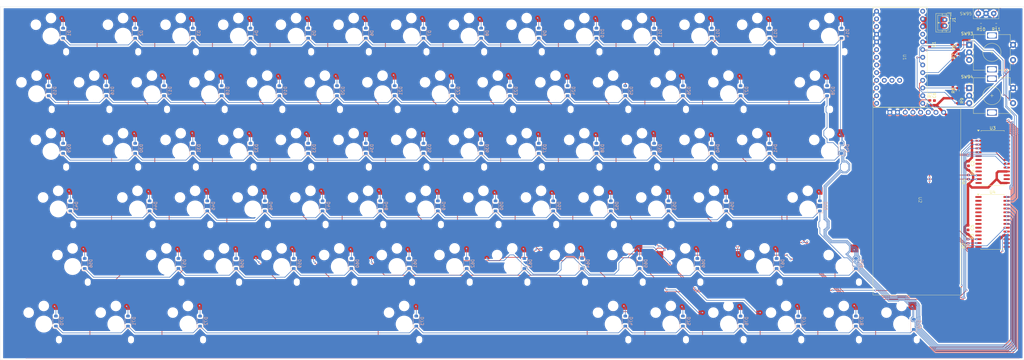
<source format=kicad_pcb>
(kicad_pcb (version 20241229) (generator "pcbnew") (generator_version "9.0")
  (layers (0 "F.Cu" signal) (2 "B.Cu" signal) (13 "F.Paste" user) (15 "B.Paste" user) (5 "F.SilkS" user "F.Silkscreen") (7 "B.SilkS" user "B.Silkscreen") (1 "F.Mask" user) (3 "B.Mask" user) (25 "Edge.Cuts" user))
  (net 0 "")
  (net 1 "GND")
  (net 2 "+3V3")
  (net 3 "ROW1")
  (net 4 "Net-(D1-A)")
  (net 5 "Net-(D2-A)")
  (net 6 "Net-(D3-A)")
  (net 7 "Net-(D4-A)")
  (net 8 "Net-(D5-A)")
  (net 9 "Net-(D6-A)")
  (net 10 "Net-(D7-A)")
  (net 11 "Net-(D8-A)")
  (net 12 "Net-(D9-A)")
  (net 13 "Net-(D10-A)")
  (net 14 "Net-(D11-A)")
  (net 15 "Net-(D12-A)")
  (net 16 "Net-(D13-A)")
  (net 17 "Net-(D14-A)")
  (net 18 "Net-(D15-A)")
  (net 19 "ROW2")
  (net 20 "Net-(D16-A)")
  (net 21 "Net-(D17-A)")
  (net 22 "Net-(D18-A)")
  (net 23 "Net-(D19-A)")
  (net 24 "Net-(D20-A)")
  (net 25 "Net-(D21-A)")
  (net 26 "Net-(D22-A)")
  (net 27 "Net-(D23-A)")
  (net 28 "Net-(D24-A)")
  (net 29 "Net-(D25-A)")
  (net 30 "Net-(D26-A)")
  (net 31 "Net-(D27-A)")
  (net 32 "Net-(D28-A)")
  (net 33 "Net-(D29-A)")
  (net 34 "ROW3")
  (net 35 "Net-(D30-A)")
  (net 36 "Net-(D31-A)")
  (net 37 "Net-(D32-A)")
  (net 38 "Net-(D33-A)")
  (net 39 "Net-(D34-A)")
  (net 40 "Net-(D35-A)")
  (net 41 "Net-(D36-A)")
  (net 42 "Net-(D37-A)")
  (net 43 "Net-(D38-A)")
  (net 44 "Net-(D39-A)")
  (net 45 "Net-(D40-A)")
  (net 46 "Net-(D41-A)")
  (net 47 "Net-(D42-A)")
  (net 48 "Net-(D43-A)")
  (net 49 "ROW4")
  (net 50 "Net-(D44-A)")
  (net 51 "Net-(D45-A)")
  (net 52 "Net-(D46-A)")
  (net 53 "Net-(D47-A)")
  (net 54 "Net-(D48-A)")
  (net 55 "Net-(D49-A)")
  (net 56 "Net-(D50-A)")
  (net 57 "Net-(D51-A)")
  (net 58 "Net-(D52-A)")
  (net 59 "Net-(D53-A)")
  (net 60 "Net-(D54-A)")
  (net 61 "Net-(D55-A)")
  (net 62 "Net-(D56-A)")
  (net 63 "ROW5")
  (net 64 "Net-(D57-A)")
  (net 65 "Net-(D58-A)")
  (net 66 "Net-(D59-A)")
  (net 67 "Net-(D60-A)")
  (net 68 "Net-(D61-A)")
  (net 69 "Net-(D62-A)")
  (net 70 "Net-(D63-A)")
  (net 71 "Net-(D64-A)")
  (net 72 "Net-(D65-A)")
  (net 73 "Net-(D66-A)")
  (net 74 "Net-(D67-A)")
  (net 75 "ROW6")
  (net 76 "Net-(D70-A)")
  (net 77 "Net-(D71-A)")
  (net 78 "Net-(D72-A)")
  (net 79 "Net-(D73-A)")
  (net 80 "Net-(D74-A)")
  (net 81 "Net-(D75-A)")
  (net 82 "Net-(D76-A)")
  (net 83 "Net-(D77-A)")
  (net 84 "Net-(D78-A)")
  (net 85 "Net-(J1-Pin_2)")
  (net 86 "Net-(J1-Pin_1)")
  (net 87 "IO15")
  (net 88 "SDA")
  (net 89 "SCL")
  (net 90 "IO19")
  (net 91 "IO18")
  (net 92 "IO14")
  (net 93 "IO20")
  (net 94 "COL1")
  (net 95 "COL2")
  (net 96 "COL3")
  (net 97 "COL4")
  (net 98 "COL5")
  (net 99 "COL6")
  (net 100 "COL7")
  (net 101 "COL8")
  (net 102 "COL9")
  (net 103 "COL10")
  (net 104 "COL11")
  (net 105 "COL12")
  (net 106 "COL13")
  (net 107 "COL14")
  (net 108 "IO16")
  (net 109 "IO21")
  (net 110 "SCK")
  (net 112 "IO7")
  (net 113 "IO10")
  (net 114 "IO1")
  (net 115 "DC")
  (net 116 "IO0")
  (net 117 "IO6")
  (net 118 "MOSI")
  (net 138 "Net-(D68-A)")
  (net 139 "Net-(D79-A)")
  (net 140 "SWITCH_USB")
  (net 141 "SWITCH_BLE")
  (footprint "Kailh_PG1353_Hotswap:Kailh-PG1353-Hotswap-1U" (layer "F.Cu") (at 75.425 190.45)
    (property "Reference" "SW57")
    (property "Value" "SW_Push_45deg")
  )
  (footprint "Resistor_SMD:R_0603_1608Metric" (layer "F.Cu") (at 336.9 132.225 90)
    (property "Reference" "R8")
    (property "Value" "10K")
  )
  (footprint "Resistor_SMD:R_0603_1608Metric" (layer "F.Cu") (at 337.1 117.9 90)
    (property "Reference" "R6")
    (property "Value" "10K")
  )
  (footprint "Kailh_PG1353_Hotswap:Kailh-PG1353-Hotswap-1.5U" (layer "F.Cu") (at 37.325 152.35)
    (property "Reference" "SW29")
    (property "Value" "SW_Push_45deg")
  )
  (footprint "Kailh_PG1353_Hotswap:Kailh-PG1353-Hotswap-1U" (layer "F.Cu") (at 156.3875 114.25)
    (property "Reference" "SW7")
    (property "Value" "SW_Push_45deg")
  )
  (footprint "Kailh_PG1353_Hotswap:Kailh-PG1353-Hotswap-1U" (layer "F.Cu") (at 80.1875 114.25)
    (property "Reference" "SW3")
    (property "Value" "SW_Push_45deg")
  )
  (footprint "Kailh_PG1353_Hotswap:Kailh-PG1353-Hotswap-1U" (layer "F.Cu") (at 165.9125 133.3)
    (property "Reference" "SW22")
    (property "Value" "SW_Push_45deg")
  )
  (footprint "Kailh_PG1353_Hotswap:Kailh-PG1353-Hotswap-1U" (layer "F.Cu") (at 232.5875 114.25)
    (property "Reference" "SW11")
    (property "Value" "SW_Push_45deg")
  )
  (footprint "Kailh_PG1353_Hotswap:Kailh-PG1353-Hotswap-1U" (layer "F.Cu") (at 146.8625 133.3)
    (property "Reference" "SW21")
    (property "Value" "SW_Push_45deg")
  )
  (footprint "Package_SO:SOIC-28W_7.5x17.9mm_P1.27mm" (layer "F.Cu") (at 348.45 154.545)
    (property "Reference" "U3")
    (property "Value" "MCP23017_SO")
  )
  (footprint "Kailh_PG1353_Hotswap:Kailh-PG1353-Hotswap-1U" (layer "F.Cu") (at 299.2625 209.5)
    (property "Reference" "SW77")
    (property "Value" "SW_Push_45deg")
  )
  (footprint "Kailh_PG1353_Hotswap:Kailh-PG1353-Hotswap-1U" (layer "F.Cu") (at 280.2125 209.5)
    (property "Reference" "SW76")
    (property "Value" "SW_Push_45deg")
  )
  (footprint "Kailh_PG1353_Hotswap:Kailh-PG1353-Hotswap-1U" (layer "F.Cu") (at 261.1625 133.3)
    (property "Reference" "SW27")
    (property "Value" "SW_Push_45deg")
  )
  (footprint "Kailh_PG1353_Hotswap:Kailh-PG1353-Hotswap-1U" (layer "F.Cu") (at 251.6375 152.35)
    (property "Reference" "SW40")
    (property "Value" "SW_Push_45deg")
  )
  (footprint "Kailh_PG1353_Hotswap:Kailh-PG1353-Hotswap-1U" (layer "F.Cu") (at 299.2625 190.45)
    (property "Reference" "SW68")
    (property "Value" "SW_Push_45deg")
  )
  (footprint "Kailh_PG1353_Hotswap:Kailh-PG1353-Hotswap-1U" (layer "F.Cu") (at 84.95 171.4)
    (property "Reference" "SW45")
    (property "Value" "SW_Push_45deg")
  )
  (footprint "Kailh_PG1353_Hotswap:Kailh-PG1353-Hotswap-1U" (layer "F.Cu") (at 113.525 190.45)
    (property "Reference" "SW59")
    (property "Value" "SW_Push_45deg")
  )
  (footprint "Kailh_PG1353_Hotswap:Kailh-PG1353-Hotswap-1.25U" (layer "F.Cu") (at 58.75625 209.5)
    (property "Reference" "SW70")
    (property "Value" "SW_Push_45deg")
  )
  (footprint "Kailh_PG1353_Hotswap:Kailh-PG1353-Hotswap-2.25U" (layer "F.Cu") (at 44.46875 190.45)
    (property "Reference" "SW56")
    (property "Value" "SW_Push_45deg")
  )
  (footprint "Kailh_PG1353_Hotswap:Kailh-PG1353-Hotswap-1U" (layer "F.Cu") (at 175.4375 152.35)
    (property "Reference" "SW36" (hide yes))
    (property "Value" "SW_Push_45deg" (hide yes))
  )
  (footprint "Kailh_PG1353_Hotswap:Kailh-PG1353-Hotswap-1U" (layer "F.Cu") (at 199.25 171.4)
    (property "Reference" "SW51")
    (property "Value" "SW_Push_45deg")
  )
  (footprint "Kailh_PG1353_Hotswap:Kailh-PG1353-Hotswap-1U" (layer "F.Cu") (at 132.575 190.45)
    (property "Reference" "SW60")
    (property "Value" "SW_Push_45deg")
  )
  (footprint "Kailh_PG1353_Hotswap:Kailh-PG1353-Hotswap-1U" (layer "F.Cu") (at 175.4375 114.25)
    (property "Reference" "SW8" (hide yes))
    (property "Value" "SW_Push_45deg" (hide yes))
  )
  (footprint "Kailh_PG1353_Hotswap:Kailh-PG1353-Hotswap-1U" (layer "F.Cu") (at 213.5375 152.35)
    (property "Reference" "SW38" (hide yes))
    (property "Value" "SW_Push_45deg" (hide yes))
  )
  (footprint "Kailh_PG1353_Hotswap:Kailh-PG1353-Hotswap-1U" (layer "F.Cu") (at 70.6625 133.3)
    (property "Reference" "SW17")
    (property "Value" "SW_Push_45deg")
  )
  (footprint "Kailh_PG1353_Hotswap:Kailh-PG1353-Hotswap-1U" (layer "F.Cu") (at 118.2875 152.35)
    (property "Reference" "SW33")
    (property "Value" "SW_Push_45deg")
  )
  (footprint "Kailh_PG1353_Hotswap:Kailh-PG1353-Hotswap-1U" (layer "F.Cu") (at 80.1875 152.35)
    (property "Reference" "SW31")
    (property "Value" "SW_Push_45deg")
  )
  (footprint "Kailh_PG1353_Hotswap:Kailh-PG1353-Hotswap-1.5U" (layer "F.Cu") (at 294.5 152.35)
    (property "Reference" "SW42")
    (property "Value" "SW_Push_45deg")
  )
  (footprint "Kailh_PG1353_Hotswap:Kailh-PG1353-Hotswap-1U" (layer "F.Cu") (at 61.1375 114.25)
    (property "Reference" "SW2")
    (property "Value" "SW_Push_45deg")
  )
  (footprint "Resistor_SMD:R_0603_1608Metric" (layer "F.Cu") (at 340.3 180.575 -90)
    (property "Reference" "R3")
    (property "Value" "4.7K")
  )
  (footprint "Resistor_SMD:R_0603_1608Metric" (layer "F.Cu") (at 340.44 162.36 90)
    (property "Reference" "R4")
    (property "Value" "4.7K")
  )
  (footprint "Kailh_PG1353_Hotswap:Kailh-PG1353-Hotswap-1U" (layer "F.Cu") (at 242.1125 133.3)
    (property "Reference" "SW26")
    (property "Value" "SW_Push_45deg")
  )
  (footprint "Kailh_PG1353_Hotswap:Kailh-PG1353-Hotswap-1U" (layer "F.Cu") (at 61.1375 152.35)
    (property "Reference" "SW30")
    (property "Value" "SW_Push_45deg")
  )
  (footprint "Resistor_SMD:R_0603_1608Metric" (layer "F.Cu") (at 340.44 159.36 -90)
    (property "Reference" "R5")
    (property "Value" "4.7K")
  )
  (footprint "Kailh_PG1353_Hotswap:Kailh-PG1353-Hotswap-1U" (layer "F.Cu") (at 99.2375 152.35)
    (property "Reference" "SW32")
    (property "Value" "SW_Push_45deg")
  )
  (footprint "Capacitor_SMD:C_0603_1608Metric" (layer "F.Cu") (at 340.44 156.36 -90)
    (property "Reference" "C2")
    (property "Value" "0.1uF")
  )
  (footprint "Kailh_PG1353_Hotswap:Kailh-PG1353-Hotswap-1U" (layer "F.Cu") (at 242.1125 209.5)
    (property "Reference" "SW74")
    (property "Value" "SW_Push_45deg")
  )
  (footprint "ST7789_Module:ST7789_Module" (layer "F.Cu") (at 322.7 168.5 -90)
    (property "Reference" "U2")
    (property "Value" "ST7789_Module")
  )
  (footprint "Kailh_PG1353_Hotswap:Kailh-PG1353-Hotswap-1U" (layer "F.Cu") (at 194.4875 152.35)
    (property "Reference" "SW37")
    (property "Value" "SW_Push_45deg")
  )
  (footprint "Rotary_Encoder:RotaryEncoder_Alps_EC11E-Switch_Vertical_H20mm" (layer "F.Cu") (at 340.7 117.1)
    (property "Reference" "SW93")
    (property "Value" "RotaryEncoder_Switch")
  )
  (footprint "Kailh_PG1353_Hotswap:Kailh-PG1353-Hotswap-1.25U" (layer "F.Cu") (at 82.56875 209.5)
    (property "Reference" "SW71")
    (property "Value" "SW_Push_45deg")
  )
  (footprint "Kailh_PG1353_Hotswap:Kailh-PG1353-Hotswap-1U" (layer "F.Cu") (at 256.4 171.4)
    (property "Reference" "SW54")
    (property "Value" "SW_Push_45deg")
  )
  (footprint "Kailh_PG1353_Hotswap:Kailh-PG1353-Hotswap-1U" (layer "F.Cu") (at 108.7625 133.3)
    (property "Reference" "SW19")
    (property "Value" "SW_Push_45deg")
  )
  (footprint "Kailh_PG1353_Hotswap:Kailh-PG1353-Hotswap-1U" (layer "F.Cu") (at 270.6875 114.25)
    (property "Reference" "SW13")
    (property "Value" "SW_Push_45deg")
  )
  (footprint "Kailh_PG1353_Hotswap:Kailh-PG1353-Hotswap-1U" (layer "F.Cu") (at 213.5375 114.25)
    (property "Reference" "SW10" (hide yes))
    (property "Value" "SW_Push_45deg" (hide yes))
  )
  (footprint "Kailh_PG1353_Hotswap:Kailh-PG1353-Hotswap-1U" (layer "F.Cu") (at 32.5625 133.3)
    (property "Reference" "SW15")
    (property "Value" "SW_Push_45deg")
  )
  (footprint "Kailh_PG1353_Hotswap:Kailh-PG1353-Hotswap-1.25U" (layer "F.Cu") (at 34.94375 209.5)
    (property "Reference" "SW69")
    (property "Value" "SW_Push_45deg")
  )
  (footprint "Kailh_PG1353_Hotswap:Kailh-PG1353-Hotswap-2U" (layer "F.Cu") (at 289.7375 133.3)
    (property "Reference" "SW28")
    (property "Value" "SW_Push_45deg")
  )
  (footprint "Kailh_PG1353_Hotswap:Kailh-PG1353-Hotswap-1U" (layer "F.Cu") (at 261.1625 209.5)
    (property "Reference" "SW75")
    (property "Value" "SW_Push_45deg")
  )
  (footprint "Kailh_PG1353_Hotswap:Kailh-PG1353-Hotswap-1.75U" (layer "F.Cu") (at 39.70625 171.4)
    (property "Reference" "SW43")
    (property "Value" "SW_Push_45deg")
  )
  (footprint "Resistor_SMD:R_0603_1608Metric" (layer "F.Cu") (at 344.6 110.54 180)
    (property "Reference" "R10")
    (property "Value" "10K")
  )
  (footprint "Kailh_PG1353_Hotswap:Kailh-PG1353-Hotswap-1.75U" (layer "F.Cu") (at 273.06875 190.45)
    (property "Reference" "SW67")
    (property "Value" "SW_Push_45deg")
  )
  (footprint "Kailh_PG1353_Hotswap:Kailh-PG1353-Hotswap-1U" (layer "F.Cu") (at 223.0625 133.3)
    (property "Reference" "SW25")
    (property "Value" "SW_Push_45deg")
  )
  (footprint "Kailh_PG1353_Hotswap:Kailh-PG1353-Hotswap-1U" (layer "F.Cu") (at 118.2875 114.25)
    (property "Reference" "SW5")
    (property "Value" "SW_Push_45deg")
  )
  (footprint "Kailh_PG1353_Hotswap:Kailh-PG1353-Hotswap-1U" (layer "F.Cu") (at 227.825 190.45)
    (property "Reference" "SW65")
    (property "Value" "SW_Push_45deg")
  )
  (footprint "Kailh_PG1353_Hotswap:Kailh-PG1353-Hotswap-6.25U" (layer "F.Cu") (at 154.00625 209.5)
    (property "Reference" "SW72")
    (property "Value" "SW_Push_45deg")
  )
  (footprint "Kailh_PG1353_Hotswap:Kailh-PG1353-Hotswap-1.5U" (layer "F.Cu") (at 294.5 114.25)
    (property "Reference" "SW14")
    (property "Value" "SW_Push_45deg")
  )
  (footprint "Kailh_PG1353_Hotswap:Kailh-PG1353-Hotswap-1U" (layer "F.Cu") (at 246.875 190.45)
    (property "Reference" "SW66")
    (property "Value" "SW_Push_45deg")
  )
  (footprint "Kailh_PG1353_Hotswap:Kailh-PG1353-Hotswap-1U" (layer "F.Cu") (at 223.0625 209.5)
    (property "Reference" "SW73")
    (property "Value" "SW_Push_45deg")
  )
  (footprint "Resistor_SMD:R_0603_1608Metric" (layer "F.Cu") (at 340.3 183.6 90)
    (property "Reference" "R2")
    (property "Value" "4.7K")
  )
  (footprint "Kailh_PG1353_Hotswap:Kailh-PG1353-Hotswap-1U" (layer "F.Cu") (at 218.3 171.4)
    (property "Reference" "SW52")
    (property "Value" "SW_Push_45deg")
  )
  (footprint "Kailh_PG1353_Hotswap:Kailh-PG1353-Hotswap-2.25U" (layer "F.Cu") (at 287.35625 171.4)
    (property "Reference" "SW55")
    (property "Value" "SW_Push_45deg")
  )
  (footprint "Kailh_PG1353_Hotswap:Kailh-PG1353-Hotswap-1U" (layer "F.Cu") (at 65.9 171.4)
    (property "Reference" "SW44")
    (property "Value" "SW_Push_45deg")
  )
  (footprint "Resistor_SMD:R_0603_1608Metric" (layer "F.Cu") (at 349.625 110.54 180)
    (property "Reference" "R11")
    (property "Value" "10K")
  )
  (footprint "Kailh_PG1353_Hotswap:Kailh-PG1353-Hotswap-1U" (layer "F.Cu") (at 184.9625 133.3)
    (property "Reference" "SW23")
    (property "Value" "SW_Push_45deg")
  )
  (footprint "Kailh_PG1353_Hotswap:Kailh-PG1353-Hotswap-1U" (layer "F.Cu") (at 137.3375 152.35)
    (property "Reference" "SW34")
    (property "Value" "SW_Push_45deg")
  )
  (footprint "Rotary_Encoder:RotaryEncoder_Alps_EC11E-Switch_Vertical_H20mm" (layer "F.Cu") (at 340.7 131.4)
    (property "Reference" "SW94")
    (property "Value" "RotaryEncoder_Switch")
  )
  (footprint "nice!nanov2:nice!nanov2" (layer "F.Cu") (at 316.577 121.22 -90)
    (property "Reference" "U1")
    (property "Value" "nice!nanov2")
  )
  (footprint "Kailh_PG1353_Hotswap:Kailh-PG1353-Hotswap-1U" (layer "F.Cu") (at 123.05 171.4)
    (property "Reference" "SW47")
    (property "Value" "SW_Push_45deg")
  )
  (footprint "Kailh_PG1353_Hotswap:Kailh-PG1353-Hotswap-1U" (layer "F.Cu") (at 151.625 190.45)
    (property "Reference" "SW61")
    (property "Value" "SW_Push_45deg")
  )
  (footprint "Kailh_PG1353_Hotswap:Kailh-PG1353-Hotswap-1U" (layer "F.Cu") (at 127.8125 133.3)
    (property "Reference" "SW20")
    (property "Value" "SW_Push_45deg")
  )
  (footprint "Capacitor_SMD:C_0603_1608Metric" (layer "F.Cu") (at 327.64 116.935 -90)
    (property "Reference" "C1")
    (property "Value" "10uF")
  )
  (footprint "Kailh_PG1353_Hotswap:Kailh-PG1353-Hotswap-1U" (layer "F.Cu") (at 180.2 171.4)
    (property "Reference" "SW50")
    (property "Value" "SW_Push_45deg")
  )
  (footprint "Kailh_PG1353_Hotswap:Kailh-PG1353-Hotswap-1U" (layer "F.Cu") (at 104 171.4)
    (property "Reference" "SW46")
    (property "Value" "SW_Push_45deg")
  )
  (footprint "Resistor_SMD:R_0603_1608Metric" (layer "F.Cu") (at 336.9 135.6 -90)
    (property "Reference" "R9")
    (property "Value" "10K")
  )
  (footprint "Kailh_PG1353_Hotswap:Kailh-PG1353-Hotswap-1U" (layer "F.Cu") (at 189.725 190.45)
    (property "Reference" "SW63")
    (property "Value" "SW_Push_45deg")
  )
  (footprint "Kailh_PG1353_Hotswap:Kailh-PG1353-Hotswap-1U" (layer "F.Cu") (at 270.6875 152.35)
    (property "Reference" "SW41")
    (property "Value" "SW_Push_45deg")
  )
  (footprint "Kailh_PG1353_Hotswap:Kailh-PG1353-Hotswap-1U" (layer "F.Cu") (at 99.2375 114.25)
    (property "Reference" "SW4")
    (property "Value" "SW_Push_45deg")
  )
  (footprint "Capacitor_SMD:C_0603_1608Metric" (layer "F.Cu") (at 340.3 177.575 -90)
    (property "Reference" "C5")
    (property "Value" "0.1uF")
  )
  (footprint "Kailh_PG1353_Hotswap:Kailh-PG1353-Hotswap-1U" (layer "F.Cu") (at 208.775 190.45)
    (property "Reference" "SW64")
    (property "Value" "SW_Push_45deg")
  )
  (footprint "Kailh_PG1353_Hotswap:Kailh-PG1353-Hotswap-1U" (layer "F.Cu") (at 232.5875 152.35)
    (property "Reference" "SW39")
    (property "Value" "SW_Push_45deg")
  )
  (footprint "Kailh_PG1353_Hotswap:Kailh-PG1353-Hotswap-1U" (layer "F.Cu") (at 170.675 190.45)
    (property "Reference" "SW62")
    (property "Value" "SW_Push_45deg")
  )
  (footprint "Kailh_PG1353_Hotswap:Kailh-PG1353-Hotswap-1U" (layer "F.Cu") (at 194.4875 114.25)
    (property "Reference" "SW9")
    (property "Value" "SW_Push_45deg")
  )
  (footprint "Connector_JST:JST_PH_B2B-PH-K_1x02_P2.00mm_Vertical" (layer "F.Cu") (at 332.6 108.8 -90)
    (property "Reference" "J1")
    (property "Value" "Conn_01x02_Socket")
  )
  (footprint "Kailh_PG1353_Hotswap:Kailh-PG1353-Hotswap-1U" (layer "F.Cu") (at 137.3375 114.25)
    (property "Reference" "SW6")
    (property "Value" "SW_Push_45deg")
  )
  (footprint "Package_SO:SOIC-28W_7.5x17.9mm_P1.27mm" (layer "F.Cu") (at 348.4 175.7)
    (property "Reference" "U4")
    (property "Value" "MCP23017_SO")
  )
  (footprint "SS-12D00:SS12-D00" (layer "F.Cu") (at 346.26 106.74)
    (property "Reference" "SW95")
    (property "Value" "SW_SPDT")
  )
  (footprint "Kailh_PG1353_Hotswap:Kailh-PG1353-Hotswap-1U" (layer "F.Cu") (at 251.6375 114.25)
    (property "Reference" "SW12")
    (property "Value" "SW_Push_45deg")
  )
  (footprint "Kailh_PG1353_Hotswap:Kailh-PG1353-Hotswap-1U" (layer "F.Cu") (at 318.3625 209.5)
    (property "Reference" "SW78")
    (property "Value" "SW_Push_45deg")
  )
  (footprint "Kailh_PG1353_Hotswap:Kailh-PG1353-Hotswap-1U" (layer "F.Cu") (at 51.6125 133.3)
    (property "Reference" "SW16")
    (property "Value" "SW_Push_45deg")
  )
  (footprint "Kailh_PG1353_Hotswap:Kailh-PG1353-Hotswap-1U" (layer "F.Cu") (at 161.15 171.4)
    (property "Reference" "SW49")
    (property "Value" "SW_Push_45deg")
  )
  (footprint "Kailh_PG1353_Hotswap:Kailh-PG1353-Hotswap-1.5U" (layer "F.Cu") (at 37.325 114.25)
    (property "Reference" "SW1")
    (property "Value" "SW_Push_45deg")
  )
  (footprint "Kailh_PG1353_Hotswap:Kailh-PG1353-Hotswap-1U" (layer "F.Cu") (at 237.35 171.4)
    (property "Reference" "SW53")
    (property "Value" "SW_Push_45deg")
  )
  (footprint "Kailh_PG1353_Hotswap:Kailh-PG1353-Hotswap-1U" (layer "F.Cu") (at 204.0125 133.3)
    (property "Reference" "SW24")
    (property "Value" "SW_Push_45deg")
  )
  (footprint "Resistor_SMD:R_0603_1608Metric" (layer "F.Cu") (at 327.7 136.325 90)
    (property "Reference" "R1")
    (property "Value" "10K")
  )
  (footprint "Capacitor_SMD:C_0603_1608Metric" (layer "F.Cu") (at 329.2 136.325 90)
    (property "Reference" "C6")
    (property "Value" "0.1uF")
  )
  (footprint "Kailh_PG1353_Hotswap:Kailh-PG1353-Hotswap-1U" (layer "F.Cu") (at 156.3875 152.35)
    (property "Reference" "SW35")
    (property "Value" "SW_Push_45deg")
  )
  (footprint "Kailh_PG1353_Hotswap:Kailh-PG1353-Hotswap-1U" (layer "F.Cu") (at 89.7125 133.3)
    (property "Reference" "SW18")
    (property "Value" "SW_Push_45deg")
  )
  (footprint "Kailh_PG1353_Hotswap:Kailh-PG1353-Hotswap-1U" (layer "F.Cu") (at 94.475 190.45)
    (property "Reference" "SW58")
    (property "Value" "SW_Push_45deg")
  )
  (footprint "Kailh_PG1353_Hotswap:Kailh-PG1353-Hotswap-1U" (layer "F.Cu") (at 142.1 171.4)
    (property "Reference" "SW48")
    (property "Value" "SW_Push_45deg")
  )
  (footprint "Resistor_SMD:R_0603_1608Metric" (layer "F.Cu") (at 337.1 120.9 90)
    (property "Reference" "R7")
    (property "Value" "10K")
  )
  (footprint "Diode_SMD:D_SOD-123" (layer "B.Cu") (at 298.5 113.25 90)
    (property "Reference" "D14")
    (property "Value" "1N4148W")
  )
  (footprint "Diode_SMD:D_SOD-123" (layer "B.Cu") (at 208.0125 132.3 90)
    (property "Reference" "D24")
    (property "Value" "1N4148W")
  )
  (footprint "Diode_SMD:D_SOD-123" (layer "B.Cu") (at 303.2625 189.45 90)
    (property "Reference" "D68")
    (property "Value" "1N4148W")
  )
  (footprint "Diode_SMD:D_SOD-123" (layer "B.Cu") (at 277.06875 189.45 90)
    (property "Reference" "D67")
    (property "Value" "1N4148W")
  )
  (footprint "Diode_SMD:D_SOD-123" (layer "B.Cu") (at 160.3875 113.25 90)
    (property "Reference" "D7")
    (property "Value" "1N4148W")
  )
  (footprint "Diode_SMD:D_SOD-123" (layer "B.Cu") (at 112.7625 132.3 90)
    (property "Reference" "D19")
    (property "Value" "1N4148W")
  )
  (footprint "Diode_SMD:D_SOD-123" (layer "B.Cu") (at 265.1625 132.3 90)
    (property "Reference" "D27")
    (property "Value" "1N4148W")
  )
  (footprint "Diode_SMD:D_SOD-123" (layer "B.Cu") (at 274.6875 113.25 90)
    (property "Reference" "D13")
    (property "Value" "1N4148W")
  )
  (footprint "Diode_SMD:D_SOD-123" (layer "B.Cu") (at 179.4375 151.35 90)
    (property "Reference" "D36")
    (property "Value" "1N4148W")
  )
  (footprint "Diode_SMD:D_SOD-123" (layer "B.Cu") (at 117.525 189.45 90)
    (property "Reference" "D59")
    (property "Value" "1N4148W")
  )
  (footprint "Diode_SMD:D_SOD-123" (layer "B.Cu") (at 188.9625 132.3 90)
    (property "Reference" "D23")
    (property "Value" "1N4148W")
  )
  (footprint "Diode_SMD:D_SOD-123" (layer "B.Cu") (at 231.825 189.45 90)
    (property "Reference" "D65")
    (property "Value" "1N4148W")
  )
  (footprint "Diode_SMD:D_SOD-123" (layer "B.Cu") (at 284.2125 208.5 90)
    (property "Reference" "D77")
    (property "Value" "1N4148W")
  )
  (footprint "Diode_SMD:D_SOD-123" (layer "B.Cu") (at 165.15 170.4 90)
    (property "Reference" "D49")
    (property "Value" "1N4148W")
  )
  (footprint "Diode_SMD:D_SOD-123" (layer "B.Cu") (at 65.1375 113.25 90)
    (property "Reference" "D2")
    (property "Value" "1N4148W")
  )
  (footprint "Diode_SMD:D_SOD-123" (layer "B.Cu") (at 55.6125 132.3 90)
    (property "Reference" "D16")
    (property "Value" "1N4148W")
  )
  (footprint "Diode_SMD:D_SOD-123" (layer "B.Cu") (at 293.7375 132.3 90)
    (property "Reference" "D28")
    (property "Value" "1N4148W")
  )
  (footprint "Diode_SMD:D_SOD-123" (layer "B.Cu") (at 98.475 189.45 90)
    (property "Reference" "D58")
    (property "Value" "1N4148W")
  )
  (footprint "Diode_SMD:D_SOD-123" (layer "B.Cu") (at 255.6375 113.25 90)
    (property "Reference" "D12")
    (property "Value" "1N4148W")
  )
  (footprint "Diode_SMD:D_SOD-123" (layer "B.Cu") (at 131.8125 132.3 90)
    (property "Reference" "D20")
    (property "Value" "1N4148W")
  )
  (footprint "Diode_SMD:D_SOD-123" (layer "B.Cu") (at 241.35 170.4 90)
    (property "Reference" "D53")
    (property "Value" "1N4148W")
  )
  (footprint "Diode_SMD:D_SOD-123" (layer "B.Cu") (at 84.1875 113.25 90)
    (property "Reference" "D3")
    (property "Value" "1N4148W")
  )
  (footprint "Diode_SMD:D_SOD-123" (layer "B.Cu") (at 43.70625 170.4 90)
    (property "Reference" "D43")
    (property "Value" "1N4148W")
  )
  (footprint "Diode_SMD:D_SOD-123" (layer "B.Cu") (at 227.0625 132.3 90)
    (property "Reference" "D25")
    (property "Value" "1N4148W")
  )
  (footprint "Diode_SMD:D_SOD-123" (layer "B.Cu") (at 227.0625 208.5 90)
    (property "Reference" "D74")
    (property "Value" "1N4148W")
  )
  (footprint "Diode_SMD:D_SOD-123" (layer "B.Cu") (at 141.3375 151.35 90)
    (property "Reference" "D34")
    (property "Value" "1N4148W")
  )
  (footprint "Diode_SMD:D_SOD-123" (layer "B.Cu") (at 217.5375 151.35 90)
    (property "Reference" "D38")
    (property "Value" "1N4148W")
  )
  (footprint "Diode_SMD:D_SOD-123" (layer "B.Cu") (at 155.625 189.45 90)
    (property "Reference" "D61")
    (property "Value" "1N4148W")
  )
  (footprint "Diode_SMD:D_SOD-123" (layer "B.Cu") (at 217.5375 113.25 90)
    (property "Reference" "D10")
    (property "Value" "1N4148W")
  )
  (footprint "Diode_SMD:D_SOD-123" (layer "B.Cu") (at 146.1 170.4 90)
    (property "Reference" "D48")
    (property "Value" "1N4148W")
  )
  (footprint "Diode_SMD:D_SOD-123" (layer "B.Cu") (at 169.9125 132.3 90)
    (property "Reference" "D22")
    (property "Value" "1N4148W")
  )
  (footprint "Diode_SMD:D_SOD-123" (layer "B.Cu") (at 65.1375 151.35 90)
    (property "Reference" "D30")
    (property "Value" "1N4148W")
  )
  (footprint "Diode_SMD:D_SOD-123" (layer "B.Cu") (at 303.2625 208.5 90)
    (property "Reference" "D78")
    (property "Value" "1N4148W")
  )
  (footprint "Diode_SMD:D_SOD-123" (layer "B.Cu") (at 38.94375 208.5 90)
    (property "Reference" "D70")
    (property "Value" "1N4148W")
  )
  (footprint "Diode_SMD:D_SOD-123" (layer "B.Cu") (at 193.725 189.45 90)
    (property "Reference" "D63")
    (property "Value" "1N4148W")
  )
  (footprint "Diode_SMD:D_SOD-123" (layer "B.Cu") (at 136.575 189.45 90)
    (property "Reference" "D60")
    (property "Value" "1N4148W")
  )
  (footprint "Diode_SMD:D_SOD-123" (layer "B.Cu") (at 260.4 170.4 90)
    (property "Reference" "D54")
    (property "Value" "1N4148W")
  )
  (footprint "Diode_SMD:D_SOD-123" (layer "B.Cu") (at 265.1625 208.5 90)
    (property "Reference" "D76")
    (property "Value" "1N4148W")
  )
  (footprint "Diode_SMD:D_SOD-123" (layer "B.Cu") (at 291.35625 170.4 90)
    (property "Reference" "D55")
    (property "Value" "1N4148W")
  )
  (footprint "Diode_SMD:D_SOD-123" (layer "B.Cu") (at 86.56875 208.5 90)
    (property "Reference" "D72")
    (property "Value" "1N4148W")
  )
  (footprint "Diode_SMD:D_SOD-123" (layer "B.Cu") (at 48.46875 189.45 90)
    (property "Reference" "D56")
    (property "Value" "1N4148W")
  )
  (footprint "Diode_SMD:D_SOD-123" (layer "B.Cu") (at 174.675 189.45 90)
    (property "Reference" "D62")
    (property "Value" "1N4148W")
  )
  (footprint "Diode_SMD:D_SOD-123" (layer "B.Cu") (at 246.1125 208.5 90)
    (property "Reference" "D75")
    (property "Value" "1N4148W")
  )
  (footprint "Diode_SMD:D_SOD-123" (layer "B.Cu") (at 108 170.4 90)
    (property "Reference" "D46")
    (property "Value" "1N4148W")
  )
  (footprint "Diode_SMD:D_SOD-123" (layer "B.Cu") (at 203.25 170.4 90)
    (property "Reference" "D51")
    (property "Value" "1N4148W")
  )
  (footprint "Diode_SMD:D_SOD-123" (layer "B.Cu") (at 236.5875 113.25 90)
    (property "Reference" "D11")
    (property "Value" "1N4148W")
  )
  (footprint "Diode_SMD:D_SOD-123" (layer "B.Cu") (at 222.3 170.4 90)
    (property "Reference" "D52")
    (property "Value" "1N4148W")
  )
  (footprint "Diode_SMD:D_SOD-123" (layer "B.Cu") (at 198.4875 113.25 90)
    (property "Reference" "D9")
    (property "Value" "1N4148W")
  )
  (footprint "Diode_SMD:D_SOD-123" (layer "B.Cu") (at 74.6625 132.3 90)
    (property "Reference" "D17")
    (property "Value" "1N4148W")
  )
  (footprint "Diode_SMD:D_SOD-123" (layer "B.Cu") (at 212.775 189.45 90)
    (property "Reference" "D64")
    (property "Value" "1N4148W")
  )
  (footprint "Diode_SMD:D_SOD-123" (layer "B.Cu") (at 103.2375 151.35 90)
    (property "Reference" "D32")
    (property "Value" "1N4148W")
  )
  (footprint "Diode_SMD:D_SOD-123" (layer "B.Cu") (at 246.1125 132.3 90)
    (property "Reference" "D26")
    (property "Value" "1N4148W")
  )
  (footprint "Diode_SMD:D_SOD-123" (layer "B.Cu") (at 122.2875 151.35 90)
    (property "Reference" "D33")
    (property "Value" "1N4148W")
  )
  (footprint "Diode_SMD:D_SOD-123" (layer "B.Cu") (at 103.2375 113.25 90)
    (property "Reference" "D4")
    (property "Value" "1N4148W")
  )
  (footprint "Diode_SMD:D_SOD-123" (layer "B.Cu") (at 93.7125 132.3 90)
    (property "Reference" "D18")
    (property "Value" "1N4148W")
  )
  (footprint "Diode_SMD:D_SOD-123" (layer "B.Cu") (at 179.4375 113.25 90)
    (property "Reference" "D8")
    (property "Value" "1N4148W")
  )
  (footprint "Diode_SMD:D_SOD-123" (layer "B.Cu") (at 62.75625 208.5 90)
    (property "Reference" "D71")
    (property "Value" "1N4148W")
  )
  (footprint "Diode_SMD:D_SOD-123" (layer "B.Cu") (at 141.3375 113.25 90)
    (property "Reference" "D6")
    (property "Value" "1N4148W")
  )
  (footprint "Diode_SMD:D_SOD-123" (layer "B.Cu") (at 41.325 151.35 90)
    (property "Reference" "D29")
    (property "Value" "1N4148W")
  )
  (footprint "Diode_SMD:D_SOD-123" (layer "B.Cu") (at 158.00625 208.5 90)
    (property "Reference" "D73")
    (property "Value" "1N4148W")
  )
  (footprint "Diode_SMD:D_SOD-123" (layer "B.Cu") (at 36.5625 132.3 90)
    (property "Reference" "D15")
    (property "Value" "1N4148W")
  )
  (footprint "Diode_SMD:D_SOD-123" (layer "B.Cu") (at 274.6875 151.35 90)
    (property "Reference" "D41")
    (property "Value" "1N4148W")
  )
  (footprint "Diode_SMD:D_SOD-123" (layer "B.Cu") (at 250.875 189.45 90)
    (property "Reference" "D66")
    (property "Value" "1N4148W")
  )
  (footprint "Diode_SMD:D_SOD-123" (layer "B.Cu") (at 255.6375 151.35 90)
    (property "Reference" "D40")
    (property "Value" "1N4148W")
  )
  (footprint "Diode_SMD:D_SOD-123" (layer "B.Cu") (at 236.5875 151.35 90)
    (property "Reference" "D39")
    (property "Value" "1N4148W")
  )
  (footprint "Diode_SMD:D_SOD-123" (layer "B.Cu") (at 322.4 209.6 90)
    (property "Reference" "D79")
    (property "Value" "1N4148W")
  )
  (footprint "Diode_SMD:D_SOD-123" (layer "B.Cu") (at 79.425 189.45 90)
    (property "Reference" "D57")
    (property "Value" "1N4148W")
  )
  (footprint "Diode_SMD:D_SOD-123" (layer "B.Cu") (at 84.1875 151.35 90)
    (property "Reference" "D31")
    (property "Value" "1N4148W")
  )
  (footprint "Diode_SMD:D_SOD-123" (layer "B.Cu") (at 160.3875 151.35 90)
    (property "Reference" "D35")
    (property "Value" "1N4148W")
  )
  (footprint "Diode_SMD:D_SOD-123" (layer "B.Cu") (at 122.2875 113.25 90)
    (property "Reference" "D5")
    (property "Value" "1N4148W")
  )
  (footprint "Diode_SMD:D_SOD-123" (layer "B.Cu") (at 69.9 170.4 90)
    (property "Reference" "D44")
    (property "Value" "1N4148W")
  )
  (footprint "Diode_SMD:D_SOD-123" (layer "B.Cu") (at 88.95 170.4 90)
    (property "Reference" "D45")
    (property "Value" "1N4148W")
  )
  (footprint "Diode_SMD:D_SOD-123" (layer "B.Cu") (at 127.05 170.4 90)
    (property "Reference" "D47")
    (property "Value" "1N4148W")
  )
  (footprint "Diode_SMD:D_SOD-123" (layer "B.Cu") (at 298.5 151.35 90)
    (property "Reference" "D42")
    (property "Value" "1N4148W")
  )
  (footprint "Diode_SMD:D_SOD-123" (layer "B.Cu") (at 184.2 170.4 90)
    (property "Reference" "D50")
    (property "Value" "1N4148W")
  )
  (footprint "Diode_SMD:D_SOD-123" (layer "B.Cu") (at 198.4875 151.35 90)
    (property "Reference" "D37")
    (property "Value" "1N4148W")
  )
  (footprint "Diode_SMD:D_SOD-123" (layer "B.Cu") (at 41.325 113.25 90)
    (property "Reference" "D1")
    (property "Value" "1N4148W")
  )
  (footprint "Diode_SMD:D_SOD-123" (layer "B.Cu") (at 150.8625 132.3 90)
    (property "Reference" "D21")
    (property "Value" "1N4148W")
  )
  (gr_rect (start 20.5 104.5) (end 358.8 221.3) (stroke (width 0.05)) (fill no) (layer "Edge.Cuts"))
  (segment (start 353.05 180.145) (end 352.025001 180.145) (width 0.8) (layer "F.Cu") (net 2))
  (segment (start 332.245 134.775) (end 336.9 134.775) (width 0.8) (layer "F.Cu") (net 2))
  (segment (start 337.1 118.725) (end 336.800793 118.725) (width 0.8) (layer "F.Cu") (net 2))
  (segment (start 341.613544 148.793544) (end 332.26 139.44) (width 0.8) (layer "F.Cu") (net 2))
  (segment (start 325.36 116.16) (end 325.34 116.14) (width 0.8) (layer "F.Cu") (net 2))
  (segment (start 340.3 163.325) (end 340.44 163.185) (width 0.8) (layer "F.Cu") (net 2))
  (segment (start 349.8 159.5) (end 349.8 161.5) (width 0.8) (layer "F.Cu") (net 2))
  (segment (start 335.299 120.226793) (end 335.799 119.726793) (width 0.8) (layer "F.Cu") (net 2))
  (segment (start 335.799 119.726793) (end 336.800793 118.725) (width 0.8) (layer "F.Cu") (net 2))
  (segment (start 339.364 157.708374) (end 339.364 156.186) (width 0.8) (layer "F.Cu") (net 2))
  (segment (start 336.9 134.775) (end 336.9 133.05) (width 0.8) (layer "F.Cu") (net 2))
  (segment (start 349.8 161.5) (end 347 164.3) (width 0.8) (layer "F.Cu") (net 2))
  (segment (start 334.896793 115.499) (end 334.235793 116.16) (width 0.8) (layer "F.Cu") (net 2))
  (segment (start 340.3 176.8) (end 340.3 163.325) (width 0.8) (layer "F.Cu") (net 2))
  (segment (start 351.1 162.8) (end 353.1 162.8) (width 0.8) (layer "F.Cu") (net 2))
  (segment (start 335.299 131.773207) (end 335.299 120.226793) (width 0.8) (layer "F.Cu") (net 2))
  (segment (start 340.3 179.75) (end 340.050626 179.75) (width 0.8) (layer "F.Cu") (net 2))
  (segment (start 339.965 155.585) (end 340.44 155.585) (width 0.8) (layer "F.Cu") (net 2))
  (segment (start 340.466 115.499) (end 334.896793 115.499) (width 0.8) (layer "F.Cu") (net 2))
  (segment (start 349.8 161.5) (end 351.1 162.8) (width 0.8) (layer "F.Cu") (net 2))
  (segment (start 341.555 164.3) (end 340.44 163.185) (width 0.8) (layer "F.Cu") (net 2))
  (segment (start 327.7 137.15) (end 329.15 137.15) (width 0.8) (layer "F.Cu") (net 2))
  (segment (start 342 160.095) (end 340.44 158.535) (width 0.8) (layer "F.Cu") (net 2))
  (segment (start 349.374 111.616) (end 350.45 110.54) (width 0.8) (layer "F.Cu") (net 2))
  (segment (start 329.92 137.1) (end 332.26 139.44) (width 0.8) (layer "F.Cu") (net 2))
  (segment (start 341.79771 183.973208) (end 341.79771 181.24771) (width 0.8) (layer "F.Cu") (net 2))
  (segment (start 339.224 177.401) (end 339.825 176.8) (width 0.8) (layer "F.Cu") (net 2))
  (segment (start 336.575793 133.05) (end 335.299 131.773207) (width 0.8) (layer "F.Cu") (net 2))
  (segment (start 345.425 110.54) (end 346.501 111.616) (width 0.8) (layer "F.Cu") (net 2))
  (segment (start 346.501 111.616) (end 349.374 111.616) (width 0.8) (layer "F.Cu") (net 2))
  (segment (start 342 161.625) (end 342 160.095) (width 0.8) (layer "F.Cu") (net 2))
  (segment (start 329.92 137.1) (end 332.245 134.775) (width 0.8) (layer "F.Cu") (net 2))
  (segment (start 341.269917 184.501001) (end 341.79771 183.973208) (width 0.8) (layer "F.Cu") (net 2))
  (segment (start 340.376001 184.501001) (end 341.269917 184.501001) (width 0.8) (layer "F.Cu") (net 2))
  (segment (start 336.9 133.05) (end 336.575793 133.05) (width 0.8) (layer "F.Cu") (net 2))
  (segment (start 340.050626 179.75) (end 339.224 178.923374) (width 0.8) (layer "F.Cu") (net 2))
  (segment (start 341.613544 154.411456) (end 341.613544 148.793544) (width 0.8) (layer "F.Cu") (net 2))
  (segment (start 334.235793 116.16) (end 327.64 116.16) (width 0.8) (layer "F.Cu") (net 2))
  (segment (start 353.1 158.99) (end 350.31 158.99) (width 0.8) (layer "F.Cu") (net 2))
  (segment (start 339.825 176.8) (end 340.3 176.8) (width 0.8) (layer "F.Cu") (net 2))
  (segment (start 329.15 137.15) (end 329.2 137.1) (width 0.8) (layer "F.Cu") (net 2))
  (segment (start 339.224 178.923374) (end 339.224 177.401) (width 0.8) (layer "F.Cu") (net 2))
  (segment (start 327.64 116.16) (end 325.36 116.16) (width 0.8) (layer "F.Cu") (net 2))
  (segment (start 339.364 156.186) (end 339.965 155.585) (width 0.8) (layer "F.Cu") (net 2))
  (segment (start 340.44 158.535) (end 340.190626 158.535) (width 0.8) (layer "F.Cu") (net 2))
  (segment (start 341.374 185.499) (end 340.3 184.425) (width 0.8) (layer "F.Cu") (net 2))
  (segment (start 341.79771 181.24771) (end 340.3 179.75) (width 0.8) (layer "F.Cu") (net 2))
  (segment (start 352.025001 180.145) (end 346.671001 185.499) (width 0.8) (layer "F.Cu") (net 2))
  (segment (start 350.31 158.99) (end 349.8 159.5) (width 0.8) (layer "F.Cu") (net 2))
  (segment (start 336.800793 118.725) (end 334.235793 116.16) (width 0.8) (layer "F.Cu") (net 2))
  (segment (start 346.671001 185.499) (end 341.374 185.499) (width 0.8) (layer "F.Cu") (net 2))
  (segment (start 340.3 184.425) (end 340.376001 184.501001) (width 0.8) (layer "F.Cu") (net 2))
  (segment (start 336.797207 121.725) (end 335.299 120.226793) (width 0.8) (layer "F.Cu") (net 2))
  (segment (start 329.2 137.1) (end 329.92 137.1) (width 0.8) (layer "F.Cu") (net 2))
  (segment (start 347 164.3) (end 341.555 164.3) (width 0.8) (layer "F.Cu") (net 2))
  (segment (start 340.190626 158.535) (end 339.364 157.708374) (width 0.8) (layer "F.Cu") (net 2))
  (segment (start 337.1 121.725) (end 336.797207 121.725) (width 0.8) (layer "F.Cu") (net 2))
  (segment (start 340.44 163.185) (end 342 161.625) (width 0.8) (layer "F.Cu") (net 2))
  (segment (start 340.44 155.585) (end 341.613544 154.411456) (width 0.8) (layer "F.Cu") (net 2))
  (segment (start 345.425 110.54) (end 340.466 115.499) (width 0.8) (layer "F.Cu") (net 2))
  (via (at 353.05 176.335) (size 0.6) (drill 0.3) (layers "F.Cu" "B.Cu") (net 3))
  (segment (start 324.905 210.9195) (end 324.905 210.13649) (width 0.2) (layer "B.Cu") (net 3))
  (segment (start 298.43255 159.160253) (end 298.774297 159.502) (width 0.2) (layer "B.Cu") (net 3))
  (segment (start 274.6875 114.9) (end 276.9385 117.151) (width 0.2) (layer "B.Cu") (net 3))
  (segment (start 124.5385 117.151) (end 139.0865 117.151) (width 0.2) (layer "B.Cu") (net 3))
  (segment (start 304.5645 187.18479) (end 304.0645 186.68479) (width 0.2) (layer "B.Cu") (net 3))
  (segment (start 141.3375 114.9) (end 143.5885 117.151) (width 0.2) (layer "B.Cu") (net 3))
  (segment (start 300.225703 159.502) (end 301.252 158.475703) (width 0.2) (layer "B.Cu") (net 3))
  (segment (start 299.09911 148.949) (end 298.901 148.949) (width 0.2) (layer "B.Cu") (net 3))
  (segment (start 179.4375 114.9) (end 181.6885 117.151) (width 0.2) (layer "B.Cu") (net 3))
  (segment (start 304.5645 188.41521) (end 304.5645 187.18479) (width 0.2) (layer "B.Cu") (net 3))
  (segment (start 303.702 184.484957) (end 303.115043 183.898) (width 0.2) (layer "B.Cu") (net 3))
  (segment (start 299.302 155.498) (end 299.302 154.11521) (width 0.2) (layer "B.Cu") (net 3))
  (segment (start 324.405 206.90359) (end 324.405 203.2695) (width 0.2) (layer "B.Cu") (net 3))
  (segment (start 177.1865 117.151) (end 179.4375 114.9) (width 0.2) (layer "B.Cu") (net 3))
  (segment (start 301.9155 183.351091) (end 300.361409 181.797) (width 0.2) (layer "B.Cu") (net 3))
  (segment (start 255.6375 114.9) (end 257.8885 117.151) (width 0.2) (layer "B.Cu") (net 3))
  (segment (start 257.8885 117.151) (end 272.4365 117.151) (width 0.2) (layer "B.Cu") (net 3))
  (segment (start 303.702 184.7678) (end 303.702 184.484957) (width 0.2) (layer "B.Cu") (net 3))
  (segment (start 304.0645 186.68479) (end 304.0645 185.1303) (width 0.2) (layer "B.Cu") (net 3))
  (segment (start 324.905 210.13649) (end 324.405 209.63649) (width 0.2) (layer "B.Cu") (net 3))
  (segment (start 298.149 115.251) (end 298.5 114.9) (width 0.2) (layer "B.Cu") (net 3))
  (segment (start 299.302 154.11521) (end 299.802 153.61521) (width 0.2) (layer "B.Cu") (net 3))
  (segment (start 303.115043 183.898) (end 302.284957 183.898) (width 0.2) (layer "B.Cu") (net 3))
  (segment (start 300.225703 155.498) (end 299.302 155.498) (width 0.2) (layer "B.Cu") (net 3))
  (segment (start 354.294 215.106) (end 353.104 216.296) (width 0.2) (layer "B.Cu") (net 3))
  (segment (start 298.774297 159.502) (end 300.225703 159.502) (width 0.2) (layer "B.Cu") (net 3))
  (segment (start 294.50925 177.691803) (end 294.50925 175.408197) (width 0.2) (layer "B.Cu") (net 3))
  (segment (start 314.7269 200.296) (end 305.3665 190.9356) (width 0.2) (layer "B.Cu") (net 3))
  (segment (start 276.9385 117.151) (end 296.249 117.151) (width 0.2) (layer "B.Cu") (net 3))
  (segment (start 304.35991 189.146) (end 303.8802 189.146) (width 0.2) (layer "B.Cu") (net 3))
  (segment (start 253.3865 117.151) (end 255.6375 114.9) (width 0.2) (layer "B.Cu") (net 3))
  (segment (start 298.149 150.451) (end 299.09911 150.451) (width 0.2) (layer "B.Cu") (net 3))
  (segment (start 143.5885 117.151) (end 158.1365 117.151) (width 0.2) (layer "B.Cu") (net 3))
  (segment (start 322.813343 201.395) (end 321.143609 201.395) (width 0.2) (layer "B.Cu") (net 3))
  (segment (start 305.3665 190.9356) (end 305.3665 190.15259) (width 0.2) (layer "B.Cu") (net 3))
  (segment (start 181.6885 117.151) (end 196.2365 117.151) (width 0.2) (layer "B.Cu") (net 3))
  (segment (start 158.1365 117.151) (end 160.3875 114.9) (width 0.2) (layer "B.Cu") (net 3))
  (segment (start 324.105 202.686657) (end 322.813343 201.395) (width 0.2) (layer "B.Cu") (net 3))
  (segment (start 43.576 117.151) (end 62.8865 117.151) (width 0.2) (layer "B.Cu") (net 3))
  (segment (start 299.09911 150.451) (end 299.401 150.14911) (width 0.2) (layer "B.Cu") (net 3))
  (segment (start 65.1375 114.9) (end 67.3885 117.151) (width 0.2) (layer "B.Cu") (net 3))
  (segment (start 299.802 152.38479) (end 299.26521 151.848) (width 0.2) (layer "B.Cu") (net 3))
  (segment (start 298.501 146.8339) (end 298.501 146.551057) (width 0.2) (layer "B.Cu") (net 3))
  (segment (start 219.7885 117.151) (end 234.3365 117.151) (width 0.2) (layer "B.Cu") (net 3))
  (segment (start 330.2815 216.296) (end 324.905 210.9195) (width 0.2) (layer "B.Cu") (net 3))
  (segment (start 324.405 209.63649) (end 324.405 208.99641) (width 0.2) (layer "B.Cu") (net 3))
  (segment (start 293.502 178.699053) (end 294.50925 177.691803) (width 0.2) (layer "B.Cu") (net 3))
  (segment (start 354.03 176.335) (end 354.294 176.599) (width 0.2) (layer "B.Cu") (net 3))
  (segment (start 353.05 176.335) (end 354.03 176.335) (width 0.2) (layer "B.Cu") (net 3))
  (segment (start 316.680391 200.296) (end 314.7269 200.296) (width 0.2) (layer "B.Cu") (net 3))
  (segment (start 298.149 151.848) (end 298.149 150.451) (width 0.2) (layer "B.Cu") (net 3))
  (segment (start 324.504 208.89741) (end 324.504 207.00259) (width 0.2) (layer "B.Cu") (net 3))
  (segment (start 217.5375 114.9) (end 219.7885 117.151) (width 0.2) (layer "B.Cu") (net 3))
  (segment (start 238.8385 117.151) (end 253.3865 117.151) (width 0.2) (layer "B.Cu") (net 3))
  (segment (start 295.2983 181.797) (end 293.502 180.0007) (width 0.2) (layer "B.Cu") (net 3))
  (segment (start 196.2365 117.151) (end 198.4875 114.9) (width 0.2) (layer "B.Cu") (net 3))
  (segment (start 321.143609 201.395) (end 319.793609 200.045) (width 0.2) (layer "B.Cu") (net 3))
  (segment (start 100.9865 117.151) (end 103.2375 114.9) (width 0.2) (layer "B.Cu") (net 3))
  (segment (start 234.3365 117.151) (end 236.5875 114.9) (width 0.2) (layer "B.Cu") (net 3))
  (segment (start 272.4365 117.151) (end 274.6875 114.9) (width 0.2) (layer "B.Cu") (net 3))
  (segment (start 122.2875 114.9) (end 124.5385 117.151) (width 0.2) (layer "B.Cu") (net 3))
  (segment (start 293.502 174.400947) (end 293.502 164.090803) (width 0.2) (layer "B.Cu") (net 3))
  (segment (start 120.0365 117.151) (end 122.2875 114.9) (width 0.2) (layer "B.Cu") (net 3))
  (segment (start 324.504 207.00259) (end 324.405 206.90359) (width 0.2) (layer "B.Cu") (net 3))
  (segment (start 294.50925 175.408197) (end 293.502 174.400947) (width 0.2) (layer "B.Cu") (net 3))
  (segment (start 302.284957 183.898) (end 301.9155 184.267457) (width 0.2) (layer "B.Cu") (net 3))
  (segment (start 162.6385 117.151) (end 177.1865 117.151) (width 0.2) (layer "B.Cu") (net 3))
  (segment (start 298.501 146.551057) (end 298.149 146.199057) (width 0.2) (layer "B.Cu") (net 3))
  (segment (start 81.9365 117.151) (end 84.1875 114.9) (width 0.2) (layer "B.Cu") (net 3))
  (segment (start 319.793609 200.045) (end 316.931391 200.045) (width 0.2) (layer "B.Cu") (net 3))
  (segment (start 299.401 150.14911) (end 299.401 149.25089) (width 0.2) (layer "B.Cu") (net 3))
  (segment (start 67.3885 117.151) (end 81.9365 117.151) (width 0.2) (layer "B.Cu") (net 3))
  (segment (start 303.8802 189.146) (end 303.6862 188.952) (width 0.2) (layer "B.Cu") (net 3))
  (segment (start 198.4875 114.9) (end 200.7385 117.151) (width 0.2) (layer "B.Cu") (net 3))
  (segment (start 324.405 203.2695) (end 324.105 202.9695) (width 0.2) (layer "B.Cu") (net 3))
  (segment (start 160.3875 114.9) (end 162.6385 117.151) (width 0.2) (layer "B.Cu") (net 3))
  (segment (start 298.901 147.2339) (end 298.501 146.8339) (width 0.2) (layer "B.Cu") (net 3))
  (segment (start 301.9155 184.267457) (end 301.9155 183.351091) (width 0.2) (layer "B.Cu") (net 3))
  (segment (start 62.8865 117.151) (end 65.1375 114.9) (width 0.2) (layer "B.Cu") (net 3))
  (segment (start 324.105 202.9695) (end 324.105 202.686657) (width 0.2) (layer "B.Cu") (net 3))
  (segment (start 105.4885 117.151) (end 120.0365 117.151) (width 0.2) (layer "B.Cu") (net 3))
  (segment (start 324.405 208.99641) (end 324.504 208.89741) (width 0.2) (layer "B.Cu") (net 3))
  (segment (start 298.149 146.199057) (end 298.149 115.251) (width 0.2) (layer "B.Cu") (net 3))
  (segment (start 304.0645 185.1303) (end 303.702 184.7678) (width 0.2) (layer "B.Cu") (net 3))
  (segment (start 299.401 149.25089) (end 299.09911 148.949) (width 0.2) (layer "B.Cu") (net 3))
  (segment (start 200.7385 117.151) (end 215.2865 117.151) (width 0.2) (layer "B.Cu") (net 3))
  (segment (start 139.0865 117.151) (end 141.3375 114.9) (width 0.2) (layer "B.Cu") (net 3))
  (segment (start 303.6862 188.952) (end 304.02771 188.952) (width 0.2) (layer "B.Cu") (net 3))
  (segment (start 304.02771 188.952) (end 304.5645 188.41521) (width 0.2) (layer "B.Cu") (net 3))
  (segment (start 301.252 156.524297) (end 300.225703 155.498) (width 0.2) (layer "B.Cu") (net 3))
  (segment (start 84.1875 114.9) (end 86.4385 117.151) (width 0.2) (layer "B.Cu") (net 3))
  (segment (start 305.3665 190.15259) (end 304.35991 189.146) (width 0.2) (layer "B.Cu") (net 3))
  (segment (start 293.502 164.090803) (end 298.43255 159.160253) (width 0.2) (layer "B.Cu") (net 3))
  (segment (start 316.931391 200.045) (end 316.680391 200.296) (width 0.2) (layer "B.Cu") (net 3))
  (segment (start 215.2865 117.151) (end 217.5375 114.9) (width 0.2) (layer "B.Cu") (net 3))
  (segment (start 236.5875 114.9) (end 238.8385 117.151) (width 0.2) (layer "B.Cu") (net 3))
  (segment (start 299.802 153.61521) (end 299.802 152.38479) (width 0.2) (layer "B.Cu") (net 3))
  (segment (start 103.2375 114.9) (end 105.4885 117.151) (width 0.2) (layer "B.Cu") (net 3))
  (segment (start 301.252 158.475703) (end 301.252 156.524297) (width 0.2) (layer "B.Cu") (net 3))
  (segment (start 86.4385 117.151) (end 100.9865 117.151) (width 0.2) (layer "B.Cu") (net 3))
  (segment (start 354.294 176.599) (end 354.294 215.106) (width 0.2) (layer "B.Cu") (net 3))
  (segment (start 41.325 114.9) (end 43.576 117.151) (width 0.2) (layer "B.Cu") (net 3))
  (segment (start 353.104 216.296) (end 330.2815 216.296) (width 0.2) (layer "B.Cu") (net 3))
  (segment (start 293.502 180.0007) (end 293.502 178.699053) (width 0.2) (layer "B.Cu") (net 3))
  (segment (start 298.901 148.949) (end 298.901 147.2339) (width 0.2) (layer "B.Cu") (net 3))
  (segment (start 296.249 117.151) (end 298.5 114.9) (width 0.2) (layer "B.Cu") (net 3))
  (segment (start 300.361409 181.797) (end 295.2983 181.797) (width 0.2) (layer "B.Cu") (net 3))
  (segment (start 299.26521 151.848) (end 298.149 151.848) (width 0.2) (layer "B.Cu") (net 3))
  (segment (start 40.9 108.25) (end 40.9 108.3) (width 0.2) (layer "F.Cu") (net 4))
  (via (at 40.9 108.3) (size 0.6) (drill 0.3) (layers "F.Cu" "B.Cu") (net 4))
  (segment (start 41.325 109.025) (end 41.325 111.6) (width 0.2) (layer "B.Cu") (net 4))
  (segment (start 40.9 108.3) (end 40.9 108.6) (width 0.2) (layer "B.Cu") (net 4))
  (segment (start 40.9 108.6) (end 41.325 109.025) (width 0.2) (layer "B.Cu") (net 4))
  (segment (start 64.7125 108.2875) (end 64.7 108.3) (width 0.2) (layer "F.Cu") (net 5))
  (segment (start 64.7125 108.25) (end 64.7125 108.2875) (width 0.2) (layer "F.Cu") (net 5))
  (via (at 64.7 108.3) (size 0.6) (drill 0.3) (layers "F.Cu" "B.Cu") (net 5))
  (segment (start 64.7 108.3) (end 65.1375 108.7375) (width 0.2) (layer "B.Cu") (net 5))
  (segment (start 65.1375 108.7375) (end 65.1375 111.6) (width 0.2) (layer "B.Cu") (net 5))
  (segment (start 83.7625 108.3375) (end 83.7 108.4) (width 0.2) (layer "F.Cu") (net 6))
  (segment (start 83.7625 108.25) (end 83.7625 108.3375) (width 0.2) (layer "F.Cu") (net 6))
  (via (at 83.7 108.4) (size 0.6) (drill 0.3) (layers "F.Cu" "B.Cu") (net 6))
  (segment (start 84.1875 108.8875) (end 84.1875 111.6) (width 0.2) (layer "B.Cu") (net 6))
  (segment (start 83.7 108.4) (end 84.1875 108.8875) (width 0.2) (layer "B.Cu") (net 6))
  (segment (start 102.85 108.25) (end 102.9 108.3) (width 0.2) (layer "F.Cu") (net 7))
  (segment (start 102.8125 108.25) (end 102.85 108.25) (width 0.2) (layer "F.Cu") (net 7))
  (via (at 102.9 108.3) (size 0.6) (drill 0.3) (layers "F.Cu" "B.Cu") (net 7))
  (segment (start 103.2375 108.6375) (end 103.2375 111.6) (width 0.2) (layer "B.Cu") (net 7))
  (segment (start 102.9 108.3) (end 103.2375 108.6375) (width 0.2) (layer "B.Cu") (net 7))
  (segment (start 121.8625 108.25) (end 121.8625 108.2625) (width 0.2) (layer "F.Cu") (net 8))
  (segment (start 121.8625 108.2625) (end 121.9 108.3) (width 0.2) (layer "F.Cu") (net 8))
  (via (at 121.9 108.3) (size 0.6) (drill 0.3) (layers "F.Cu" "B.Cu") (net 8))
  (segment (start 121.9 108.3) (end 122.2875 108.6875) (width 0.2) (layer "B.Cu") (net 8))
  (segment (start 122.2875 108.6875) (end 122.2875 111.6) (width 0.2) (layer "B.Cu") (net 8))
  (segment (start 140.9125 108.25) (end 140.85 108.25) (width 0.2) (layer "F.Cu") (net 9))
  (segment (start 140.85 108.25) (end 140.8 108.2) (width 0.2) (layer "F.Cu") (net 9))
  (via (at 140.8 108.2) (size 0.6) (drill 0.3) (layers "F.Cu" "B.Cu") (net 9))
  (segment (start 141.3375 108.7375) (end 141.3375 111.6) (width 0.2) (layer "B.Cu") (net 9))
  (segment (start 140.8 108.2) (end 141.3375 108.7375) (width 0.2) (layer "B.Cu") (net 9))
  (segment (start 159.9625 108.25) (end 159.9625 108.2625) (width 0.2) (layer "F.Cu") (net 10))
  (segment (start 159.9625 108.2625) (end 160 108.3) (width 0.2) (layer "F.Cu") (net 10))
  (via (at 160 108.3) (size 0.6) (drill 0.3) (layers "F.Cu" "B.Cu") (net 10))
  (segment (start 160 108.3) (end 160.3875 108.6875) (width 0.2) (layer "B.Cu") (net 10))
  (segment (start 160.3875 108.6875) (end 160.3875 111.6) (width 0.2) (layer "B.Cu") (net 10))
  (segment (start 179.0125 108.25) (end 179.0125 108.4875) (width 0.2) (layer "F.Cu") (net 11))
  (segment (start 179.0125 108.4875) (end 179 108.5) (width 0.2) (layer "F.Cu") (net 11))
  (via (at 179 108.5) (size 0.6) (drill 0.3) (layers "F.Cu" "B.Cu") (net 11))
  (segment (start 179 108.5) (end 179.4375 108.9375) (width 0.2) (layer "B.Cu") (net 11))
  (segment (start 179.4375 108.9375) (end 179.4375 111.6) (width 0.2) (layer "B.Cu") (net 11))
  (segment (start 198.0625 108.2375) (end 198.1 108.2) (width 0.2) (layer "F.Cu") (net 12))
  (segment (start 198.0625 108.25) (end 198.0625 108.2375) (width 0.2) (layer "F.Cu") (net 12))
  (via (at 198.1 108.2) (size 0.6) (drill 0.3) (layers "F.Cu" "B.Cu") (net 12))
  (segment (start 198.1 108.2) (end 198.4875 108.5875) (width 0.2) (layer "B.Cu") (net 12))
  (segment (start 198.4875 108.5875) (end 198.4875 111.6) (width 0.2) (layer "B.Cu") (net 12))
  (segment (start 217.15 108.25) (end 217.2 108.3) (width 0.2) (layer "F.Cu") (net 13))
  (segment (start 217.1125 108.25) (end 217.15 108.25) (width 0.2) (layer "F.Cu") (net 13))
  (via (at 217.2 108.3) (size 0.6) (drill 0.3) (layers "F.Cu" "B.Cu") (net 13))
  (segment (start 217.5375 108.6375) (end 217.5375 111.6) (width 0.2) (layer "B.Cu") (net 13))
  (segment (start 217.2 108.3) (end 217.5375 108.6375) (width 0.2) (layer "B.Cu") (net 13))
  (segment (start 236.1625 108.3375) (end 236.1 108.4) (width 0.2) (layer "F.Cu") (net 14))
  (segment (start 236.1625 108.25) (end 236.1625 108.3375) (width 0.2) (layer "F.Cu") (net 14))
  (via (at 236.1 108.4) (size 0.6) (drill 0.3) (layers "F.Cu" "B.Cu") (net 14))
  (segment (start 236.5875 108.8875) (end 236.5875 111.6) (width 0.2) (layer "B.Cu") (net 14))
  (segment (start 236.1 108.4) (end 236.5875 108.8875) (width 0.2) (layer "B.Cu") (net 14))
  (segment (start 255.2125 108.25) (end 255.2125 108.2875) (width 0.2) (layer "F.Cu") (net 15))
  (segment (start 255.2125 108.2875) (end 255.2 108.3) (width 0.2) (layer "F.Cu") (net 15))
  (via (at 255.2 108.3) (size 0.6) (drill 0.3) (layers "F.Cu" "B.Cu") (net 15))
  (segment (start 255.6375 108.7375) (end 255.6375 111.6) (width 0.2) (layer "B.Cu") (net 15))
  (segment (start 255.2 108.3) (end 255.6375 108.7375) (width 0.2) (layer "B.Cu") (net 15))
  (segment (start 274.2625 108.3625) (end 274.3 108.4) (width 0.2) (layer "F.Cu") (net 16))
  (segment (start 274.2625 108.25) (end 274.2625 108.3625) (width 0.2) (layer "F.Cu") (net 16))
  (via (at 274.3 108.4) (size 0.6) (drill 0.3) (layers "F.Cu" "B.Cu") (net 16))
  (segment (start 274.3 108.4) (end 274.6875 108.7875) (width 0.2) (layer "B.Cu") (net 16))
  (segment (start 274.6875 108.7875) (end 274.6875 111.6) (width 0.2) (layer "B.Cu") (net 16))
  (segment (start 298.15 108.25) (end 298.2 108.3) (width 0.2) (layer "F.Cu") (net 17))
  (segment (start 298.075 108.25) (end 298.15 108.25) (width 0.2) (layer "F.Cu") (net 17))
  (via (at 298.2 108.3) (size 0.6) (drill 0.3) (layers "F.Cu" "B.Cu") (net 17))
  (segment (start 298.5 108.6) (end 298.5 111.6) (width 0.2) (layer "B.Cu") (net 17))
  (segment (start 298.2 108.3) (end 298.5 108.6) (width 0.2) (layer "B.Cu") (net 17))
  (segment (start 36.1375 127.3) (end 36.1 127.3) (width 0.2) (layer "F.Cu") (net 18))
  (via (at 36.1 127.3) (size 0.6) (drill 0.3) (layers "F.Cu" "B.Cu") (net 18))
  (segment (start 36.1 127.5) (end 36.5625 127.9625) (width 0.2) (layer "B.Cu") (net 18))
  (segment (start 36.1 127.3) (end 36.1 127.5) (width 0.2) (layer "B.Cu") (net 18))
  (segment (start 36.5625 127.9625) (end 36.5625 130.65) (width 0.2) (layer "B.Cu") (net 18))
  (via (at 353.05 175.065) (size 0.6) (drill 0.3) (layers "F.Cu" "B.Cu") (net 19))
  (segment (start 300.851 158.309603) (end 300.851 156.690397) (width 0.2) (layer "B.Cu") (net 19))
  (segment (start 302.66339 187.049) (end 302.3615 187.35089) (width 0.2) (layer "B.Cu") (net 19))
  (segment (start 115.0135 136.201) (end 129.5615 136.201) (width 0.2) (layer "B.Cu") (net 19))
  (segment (start 131.8125 133.95) (end 134.0635 136.201) (width 0.2) (layer "B.Cu") (net 19))
  (segment (start 298.940397 159.101) (end 300.059603 159.101) (width 0.2) (layer "B.Cu") (net 19))
  (segment (start 303.301 184.9339) (end 303.301 184.651057) (width 0.2) (layer "B.Cu") (net 19))
  (segment (start 323.704 203.1356) (end 323.704 202.852757) (width 0.2) (layer "B.Cu") (net 19))
  (segment (start 297.90089 152.249) (end 297.599 152.55089) (width 0.2) (layer "B.Cu") (net 19))
  (segment (start 324.004 209.80259) (end 324.004 208.83031) (width 0.2) (layer "B.Cu") (net 19))
  (segment (start 302.099 184.651057) (end 302.099 185.148943) (width 0.2) (layer "B.Cu") (net 19))
  (segment (start 129.5615 136.201) (end 131.8125 133.95) (width 0.2) (layer "B.Cu") (net 19))
  (segment (start 300.851 156.690397) (end 300.059603 155.899) (width 0.2) (layer "B.Cu") (net 19))
  (segment (start 303.301 184.651057) (end 302.948943 184.299) (width 0.2) (layer "B.Cu") (net 19))
  (segment (start 330.1154 216.697) (end 324.504 211.0856) (width 0.2) (layer "B.Cu") (net 19))
  (segment (start 293.101 163.924703) (end 298.43255 158.593153) (width 0.2) (layer "B.Cu") (net 19))
  (segment (start 293.101 180.1668) (end 293.101 178.532953) (width 0.2) (layer "B.Cu") (net 19))
  (segment (start 304.19381 189.547) (end 303.7141 189.547) (width 0.2) (layer "B.Cu") (net 19))
  (segment (start 53.3615 136.201) (end 55.6125 133.95) (width 0.2) (layer "B.Cu") (net 19))
  (segment (start 353.803 216.697) (end 330.1154 216.697) (width 0.2) (layer "B.Cu") (net 19))
  (segment (start 293.7375 149.449) (end 293.7375 148.201) (width 0.2) (layer "B.Cu") (net 19))
  (segment (start 110.5125 136.2) (end 112.7625 133.95) (width 0.2) (layer "B.Cu") (net 19))
  (segment (start 93.7125 133.95) (end 95.9625 136.2) (width 0.2) (layer "B.Cu") (net 19))
  (segment (start 321.152757 201.796) (end 321.065133 201.883624) (width 0.2) (layer "B.Cu") (net 19))
  (segment (start 301.5145 185.382809) (end 301.5145 183.517191) (width 0.2) (layer "B.Cu") (net 19))
  (segment (start 293.733291 144.499) (end 293.7375 144.499) (width 0.2) (layer "B.Cu") (net 19))
  (segment (start 354.265 175.065) (end 354.695 175.495) (width 0.2) (layer "B.Cu") (net 19))
  (segment (start 291.4865 136.201) (end 293.7375 133.95) (width 0.2) (layer "B.Cu") (net 19))
  (segment (start 167.6615 136.201) (end 169.9125 133.95) (width 0.2) (layer "B.Cu") (net 19))
  (segment (start 301.5145 183.517191) (end 300.195309 182.198) (width 0.2) (layer "B.Cu") (net 19))
  (segment (start 300.195309 182.198) (end 295.1322 182.198) (width 0.2) (layer "B.Cu") (net 19))
  (segment (start 316.846491 200.697) (end 314.5608 200.697) (width 0.2) (layer "B.Cu") (net 19))
  (segment (start 319.627509 200.446) (end 317.097491 200.446) (width 0.2) (layer "B.Cu") (net 19))
  (segment (start 299.09911 152.249) (end 297.90089 152.249) (width 0.2) (layer "B.Cu") (net 19))
  (segment (start 299.401 152.55089) (end 299.09911 152.249) (width 0.2) (layer "B.Cu") (net 19))
  (segment (start 38.8135 136.201) (end 53.3615 136.201) (width 0.2) (layer "B.Cu") (net 19))
  (segment (start 302.451057 184.299) (end 302.099 184.651057) (width 0.2) (layer "B.Cu") (net 19))
  (segment (start 304.9655 190.31869) (end 304.19381 189.547) (width 0.2) (layer "B.Cu") (net 19))
  (segment (start 293.7375 137.289397) (end 293.7375 133.95) (width 0.2) (layer "B.Cu") (net 19))
  (segment (start 55.6125 133.95) (end 57.8625 136.2) (width 0.2) (layer "B.Cu") (net 19))
  (segment (start 292.649 147.116709) (end 292.649 145.583291) (width 0.2) (layer "B.Cu") (net 19))
  (segment (start 293.7375 139.610603) (end 293.3865 139.259603) (width 0.2) (layer "B.Cu") (net 19))
  (segment (start 267.4135 136.201) (end 291.4865 136.201) (width 0.2) (layer "B.Cu") (net 19))
  (segment (start 304.9655 191.1017) (end 304.9655 190.31869) (width 0.2) (layer "B.Cu") (net 19))
  (segment (start 302.451057 185.501) (end 302.7339 185.501) (width 0.2) (layer "B.Cu") (net 19))
  (segment (start 303.86161 187.049) (end 303.6635 187.049) (width 0.2) (layer "B.Cu") (net 19))
  (segment (start 293.7375 148.201) (end 293.733291 148.201) (width 0.2) (layer "B.Cu") (net 19))
  (segment (start 246.1125 133.95) (end 248.3635 136.201) (width 0.2) (layer "B.Cu") (net 19))
  (segment (start 314.5608 200.697) (end 304.9655 191.1017) (width 0.2) (layer "B.Cu") (net 19))
  (segment (start 205.7625 136.2) (end 208.0125 133.95) (width 0.2) (layer "B.Cu") (net 19))
  (segment (start 302.7339 185.501) (end 302.8615 185.6286) (width 0.2) (layer "B.Cu") (net 19))
  (segment (start 302.3615 188.1944) (end 300.532205 186.365105) (width 0.2) (layer "B.Cu") (net 19))
  (segment (start 304.1635 187.35089) (end 303.86161 187.049) (width 0.2) (layer "B.Cu") (net 19))
  (segment (start 324.004 207.06969) (end 324.004 203.4356) (width 0.2) (layer "B.Cu") (net 19))
  (segment (start 297.599 153.3339) (end 297.401 153.5319) (width 0.2) (layer "B.Cu") (net 19))
  (segment (start 302.7181 188.551) (end 303.86161 188.551) (width 0.2) (layer "B.Cu") (net 19))
  (segment (start 298.940397 155.899) (end 298.901 155.938397) (width 0.2) (layer "B.Cu") (net 19))
  (segment (start 191.2125 136.2) (end 205.7625 136.2) (width 0.2) (layer "B.Cu") (net 19))
  (segment (start 298.901 155.938397) (end 298.901 153.751) (width 0.2) (layer "B.Cu") (net 19))
  (segment (start 295.1322 182.198) (end 293.101 180.1668) (width 0.2) (layer "B.Cu") (net 19))
  (segment (start 293.101 174.567047) (end 293.101 163.924703) (width 0.2) (layer "B.Cu") (net 19))
  (segment (start 112.7625 133.95) (end 115.0135 136.201) (width 0.2) (layer "B.Cu") (net 19))
  (segment (start 324.103 208.73131) (end 324.103 207.16869) (width 0.2) (layer "B.Cu") (net 19))
  (segment (start 354.695 215.805) (end 353.803 216.697) (width 0.2) (layer "B.Cu") (net 19))
  (segment (start 293.3865 139.259603) (end 293.3865 137.640397) (width 0.2) (layer "B.Cu") (net 19))
  (segment (start 265.1625 133.95) (end 267.4135 136.201) (width 0.2) (layer "B.Cu") (net 19))
  (segment (start 224.8115 136.201) (end 227.0625 133.95) (width 0.2) (layer "B.Cu") (net 19))
  (segment (start 304.1635 188.24911) (end 304.1635 187.35089) (width 0.2) (layer "B.Cu") (net 19))
  (segment (start 91.4625 136.2) (end 93.7125 133.95) (width 0.2) (layer "B.Cu") (net 19))
  (segment (start 303.7141 189.547) (end 302.7181 188.551) (width 0.2) (layer "B.Cu") (net 19))
  (segment (start 57.8625 136.2) (end 72.4125 136.2) (width 0.2) (layer "B.Cu") (net 19))
  (segment (start 302.948943 184.299) (end 302.451057 184.299) (width 0.2) (layer "B.Cu") (net 19))
  (segment (start 188.9625 133.95) (end 191.2125 136.2) (width 0.2) (layer "B.Cu") (net 19))
  (segment (start 321.065133 201.883624) (end 319.627509 200.446) (width 0.2) (layer "B.Cu") (net 19))
  (segment (start 324.004 203.4356) (end 323.704 203.1356) (width 0.2) (layer "B.Cu") (net 19))
  (segment (start 186.7125 136.2) (end 188.9625 133.95) (width 0.2) (layer "B.Cu") (net 19))
  (segment (start 302.8615 187.049) (end 302.66339 187.049) (width 0.2) (layer "B.Cu") (net 19))
  (segment (start 303.86161 188.551) (end 304.1635 188.24911) (width 0.2) (layer "B.Cu") (net 19))
  (segment (start 302.8615 185.6286) (end 302.8615 187.049) (width 0.2) (layer "B.Cu") (net 19))
  (segment (start 297.401 153.5319) (end 297.401 151.148366) (width 0.2) (layer "B.Cu") (net 19))
  (segment (start 293.101 178.532953) (end 294.10825 177.525703) (width 0.2) (layer "B.Cu") (net 19))
  (segment (start 324.504 211.0856) (end 324.504 210.30259) (width 0.2) (layer "B.Cu") (net 19))
  (segment (start 324.004 208.83031) (end 324.103 208.73131) (width 0.2) (layer "B.Cu") (net 19))
  (segment (start 353.05 175.065) (end 354.265 175.065) (width 0.2) (layer "B.Cu") (net 19))
  (segment (start 299.401 153.44911) (end 299.401 152.55089) (width 0.2) (layer "B.Cu") (net 19))
  (segment (start 169.9125 133.95) (end 172.1625 136.2) (width 0.2) (layer "B.Cu") (net 19))
  (segment (start 134.0635 136.201) (end 148.6115 136.201) (width 0.2) (layer "B.Cu") (net 19))
  (segment (start 294.10825 175.574297) (end 293.101 174.567047) (width 0.2) (layer "B.Cu") (net 19))
  (segment (start 150.8625 133.95) (end 153.1135 136.201) (width 0.2) (layer "B.Cu") (net 19))
  (segment (start 323.704 202.852757) (end 322.647243 201.796) (width 0.2) (layer "B.Cu") (net 19))
  (segment (start 302.3615 187.35089) (end 302.3615 188.1944) (width 0.2) (layer "B.Cu") (net 19))
  (segment (start 298.43255 158.593153) (end 298.940397 159.101) (width 0.2) (layer "B.Cu") (net 19))
  (segment (start 248.3635 136.201) (end 262.9115 136.201) (width 0.2) (layer "B.Cu") (net 19))
  (segment (start 300.532205 186.365105) (end 301.5145 185.382809) (width 0.2) (layer "B.Cu") (net 19))
  (segment (start 299.09911 153.751) (end 299.401 153.44911) (width 0.2) (layer "B.Cu") (net 19))
  (segment (start 302.099 185.148943) (end 302.451057 185.501) (width 0.2) (layer "B.Cu") (net 19))
  (segment (start 317.097491 200.446) (end 316.846491 200.697) (width 0.2) (layer "B.Cu") (net 19))
  (segment (start 300.059603 159.101) (end 300.851 158.309603) (width 0.2) (layer "B.Cu") (net 19))
  (segment (start 229.3135 136.201) (end 243.8615 136.201) (width 0.2) (layer "B.Cu") (net 19))
  (segment (start 297.599 152.55089) (end 297.599 153.3339) (width 0.2) (layer "B.Cu") (net 19))
  (segment (start 303.6635 185.2964) (end 303.301 184.9339) (width 0.2) (layer "B.Cu") (net 19))
  (segment (start 210.2635 136.201) (end 224.8115 136.201) (width 0.2) (layer "B.Cu") (net 19))
  (segment (start 36.5625 133.95) (end 38.8135 136.201) (width 0.2) (layer "B.Cu") (net 19))
  (segment (start 295.701634 149.449) (end 293.7375 149.449) (width 0.2) (layer "B.Cu") (net 19))
  (segment (start 322.647243 201.796) (end 321.152757 201.796) (width 0.2) (layer "B.Cu") (net 19))
  (segment (start 324.103 207.16869) (end 324.004 207.06969) (width 0.2) (layer "B.Cu") (net 19))
  (segment (start 227.0625 133.95) (end 229.3135 136.201) (width 0.2) (layer "B.Cu") (net 19))
  (segment (start 297.401 151.148366) (end 295.701634 149.449) (width 0.2) (layer "B.Cu") (net 19))
  (segment (start 300.059603 155.899) (end 298.940397 155.899) (width 0.2) (layer "B.Cu") (net 19))
  (segment (start 292.649 145.583291) (end 293.733291 144.499) (width 0.2) (layer "B.Cu") (net 19))
  (segment (start 148.6115 136.201) (end 150.8625 133.95) (width 0.2) (layer "B.Cu") (net 19))
  (segment (start 303.6635 187.049) (end 303.6635 185.2964) (width 0.2) (layer "B.Cu") (net 19))
  (segment (start 293.7375 144.499) (end 293.7375 139.610603) (width 0.2) (layer "B.Cu") (net 19))
  (segment (start 72.4125 136.2) (end 74.6625 133.95) (width 0.2) (layer "B.Cu") (net 19))
  (segment (start 172.1625 136.2) (end 186.7125 136.2) (width 0.2) (layer "B.Cu") (net 19))
  (segment (start 354.695 175.495) (end 354.695 215.805) (width 0.2) (layer "B.Cu") (net 19))
  (segment (start 298.901 153.751) (end 299.09911 153.751) (width 0.2) (layer "B.Cu") (net 19))
  (segment (start 153.1135 136.201) (end 167.6615 136.201) (width 0.2) (layer "B.Cu") (net 19))
  (segment (start 324.504 210.30259) (end 324.004 209.80259) (width 0.2) (layer "B.Cu") (net 19))
  (segment (start 293.3865 137.640397) (end 293.7375 137.289397) (width 0.2) (layer "B.Cu") (net 19))
  (segment (start 95.9625 136.2) (end 110.5125 136.2) (width 0.2) (layer "B.Cu") (net 19))
  (segment (start 208.0125 133.95) (end 210.2635 136.201) (width 0.2) (layer "B.Cu") (net 19))
  (segment (start 74.6625 133.95) (end 76.9125 136.2) (width 0.2) (layer "B.Cu") (net 19))
  (segment (start 243.8615 136.201) (end 246.1125 133.95) (width 0.2) (layer "B.Cu") (net 19))
  (segment (start 294.10825 177.525703) (end 294.10825 175.574297) (width 0.2) (layer "B.Cu") (net 19))
  (segment (start 76.9125 136.2) (end 91.4625 136.2) (width 0.2) (layer "B.Cu") (net 19))
  (segment (start 293.733291 148.201) (end 292.649 147.116709) (width 0.2) (layer "B.Cu") (net 19))
  (segment (start 262.9115 136.201) (end 265.1625 133.95) (width 0.2) (layer "B.Cu") (net 19))
  (segment (start 55.1875 127.3875) (end 55.2 127.4) (width 0.2) (layer "F.Cu") (net 20))
  (segment (start 55.1875 127.3) (end 55.1875 127.3875) (width 0.2) (layer "F.Cu") (net 20))
  (via (at 55.2 127.4) (size 0.6) (drill 0.3) (layers "F.Cu" "B.Cu") (net 20))
  (segment (start 55.6125 127.8125) (end 55.6125 130.65) (width 0.2) (layer "B.Cu") (net 20))
  (segment (start 55.2 127.4) (end 55.6125 127.8125) (width 0.2) (layer "B.Cu") (net 20))
  (segment (start 74.2375 127.3) (end 74.1 127.3) (width 0.2) (layer "F.Cu") (net 21))
  (via (at 74.1 127.3) (size 0.6) (drill 0.3) (layers "F.Cu" "B.Cu") (net 21))
  (segment (start 74.6625 127.8625) (end 74.6625 130.65) (width 0.2) (layer "B.Cu") (net 21))
  (segment (start 74.1 127.3) (end 74.6625 127.8625) (width 0.2) (layer "B.Cu") (net 21))
  (segment (start 93.2875 127.3) (end 93.3 127.3) (width 0.2) (layer "F.Cu") (net 22))
  (segment (start 93.3 127.3) (end 93.4 127.4) (width 0.2) (layer "F.Cu") (net 22))
  (via (at 93.4 127.4) (size 0.6) (drill 0.3) (layers "F.Cu" "B.Cu") (net 22))
  (segment (start 93.4 127.4) (end 93.7125 127.7125) (width 0.2) (layer "B.Cu") (net 22))
  (segment (start 93.7125 127.7125) (end 93.7125 130.65) (width 0.2) (layer "B.Cu") (net 22))
  (segment (start 112.3375 127.3375) (end 112.4 127.4) (width 0.2) (layer "F.Cu") (net 23))
  (segment (start 112.3375 127.3) (end 112.3375 127.3375) (width 0.2) (layer "F.Cu") (net 23))
  (via (at 112.4 127.4) (size 0.6) (drill 0.3) (layers "F.Cu" "B.Cu") (net 23))
  (segment (start 112.4 127.4) (end 112.7625 127.7625) (width 0.2) (layer "B.Cu") (net 23))
  (segment (start 112.7625 127.7625) (end 112.7625 130.65) (width 0.2) (layer "B.Cu") (net 23))
  (segment (start 131.3875 127.3875) (end 131.4 127.4) (width 0.2) (layer "F.Cu") (net 24))
  (segment (start 131.3875 127.3) (end 131.3875 127.3875) (width 0.2) (layer "F.Cu") (net 24))
  (via (at 131.4 127.4) (size 0.6) (drill 0.3) (layers "F.Cu" "B.Cu") (net 24))
  (segment (start 131.4 127.4) (end 131.8125 127.8125) (width 0.2) (layer "B.Cu") (net 24))
  (segment (start 131.8125 127.8125) (end 131.8125 130.65) (width 0.2) (layer "B.Cu") (net 24))
  (segment (start 150.4375 127.1625) (end 150.5 127.1) (width 0.2) (layer "F.Cu") (net 25))
  (segment (start 150.4375 127.3) (end 150.4375 127.1625) (width 0.2) (layer "F.Cu") (net 25))
  (via (at 150.5 127.1) (size 0.6) (drill 0.3) (layers "F.Cu" "B.Cu") (net 25))
  (segment (start 150.5 127.1) (end 150.8625 127.4625) (width 0.2) (layer "B.Cu") (net 25))
  (segment (start 150.8625 127.4625) (end 150.8625 130.65) (width 0.2) (layer "B.Cu") (net 25))
  (segment (start 169.4875 127.3875) (end 169.5 127.4) (width 0.2) (layer "F.Cu") (net 26))
  (segment (start 169.4875 127.3) (end 169.4875 127.3875) (width 0.2) (layer "F.Cu") (net 26))
  (via (at 169.5 127.4) (size 0.6) (drill 0.3) (layers "F.Cu" "B.Cu") (net 26))
  (segment (start 169.5 127.4) (end 169.9125 127.8125) (width 0.2) (layer "B.Cu") (net 26))
  (segment (start 169.9125 127.8125) (end 169.9125 130.65) (width 0.2) (layer "B.Cu") (net 26))
  (segment (start 188.5375 127.3) (end 188.5 127.3) (width 0.2) (layer "F.Cu") (net 27))
  (segment (start 188.5 127.3) (end 188.4 127.2) (width 0.2) (layer "F.Cu") (net 27))
  (via (at 188.4 127.2) (size 0.6) (drill 0.3) (layers "F.Cu" "B.Cu") (net 27))
  (segment (start 188.4 127.2) (end 188.9625 127.7625) (width 0.2) (layer "B.Cu") (net 27))
  (segment (start 188.9625 127.7625) (end 188.9625 130.65) (width 0.2) (layer "B.Cu") (net 27))
  (segment (start 207.5875 127.3) (end 207.6 127.3) (width 0.2) (layer "F.Cu") (net 28))
  (segment (start 207.6 127.3) (end 207.7 127.4) (width 0.2) (layer "F.Cu") (net 28))
  (via (at 207.7 127.4) (size 0.6) (drill 0.3) (layers "F.Cu" "B.Cu") (net 28))
  (segment (start 207.7 127.4) (end 208.0125 127.7125) (width 0.2) (layer "B.Cu") (net 28))
  (segment (start 208.0125 127.7125) (end 208.0125 130.65) (width 0.2) (layer "B.Cu") (net 28))
  (segment (start 226.6375 127.3375) (end 227.0625 127.7625) (width 0.2) (layer "F.Cu") (net 29))
  (segment (start 227.0625 127.7625) (end 227.0625 130.65) (width 0.2) (layer "F.Cu") (net 29))
  (segment (start 226.6375 127.3) (end 226.6375 127.3375) (width 0.2) (layer "F.Cu") (net 29))
  (via (at 227.0625 130.65) (size 0.6) (drill 0.3) (layers "F.Cu" "B.Cu") (net 29))
  (segment (start 245.6875 127.3) (end 245.6875 127.3125) (width 0.2) (layer "F.Cu") (net 30))
  (segment (start 245.6875 127.3125) (end 245.6 127.4) (width 0.2) (layer "F.Cu") (net 30))
  (via (at 245.6 127.4) (size 0.6) (drill 0.3) (layers "F.Cu" "B.Cu") (net 30))
  (segment (start 245.6 127.4) (end 246.1125 127.9125) (width 0.2) (layer "B.Cu") (net 30))
  (segment (start 246.1125 127.9125) (end 246.1125 130.65) (width 0.2) (layer "B.Cu") (net 30))
  (segment (start 264.7375 127.3) (end 264.7375 127.3375) (width 0.2) (layer "F.Cu") (net 31))
  (segment (start 264.7375 127.3375) (end 264.8 127.4) (width 0.2) (layer "F.Cu") (net 31))
  (via (at 264.8 127.4) (size 0.6) (drill 0.3) (layers "F.Cu" "B.Cu") (net 31))
  (segment (start 265.1625 127.7625) (end 265.1625 130.65) (width 0.2) (layer "B.Cu") (net 31))
  (segment (start 264.8 127.4) (end 265.1625 127.7625) (width 0.2) (layer "B.Cu") (net 31))
  (segment (start 293.3125 127.3875) (end 293.2 127.5) (width 0.2) (layer "F.Cu") (net 32))
  (segment (start 293.3125 127.3) (end 293.3125 127.3875) (width 0.2) (layer "F.Cu") (net 32))
  (via (at 293.2 127.5) (size 0.6) (drill 0.3) (layers "F.Cu" "B.Cu") (net 32))
  (segment (start 293.2 127.5) (end 293.7375 128.0375) (width 0.2) (layer "B.Cu") (net 32))
  (segment (start 293.7375 128.0375) (end 293.7375 130.65) (width 0.2) (layer "B.Cu") (net 32))
  (segment (start 40.95 146.35) (end 41 146.3) (width 0.2) (layer "F.Cu") (net 33))
  (segment (start 40.9 146.35) (end 40.95 146.35) (width 0.2) (layer "F.Cu") (net 33))
  (via (at 41 146.3) (size 0.6) (drill 0.3) (layers "F.Cu" "B.Cu") (net 33))
  (segment (start 41 146.3) (end 41.325 146.625) (width 0.2) (layer "B.Cu") (net 33))
  (segment (start 41.325 146.625) (end 41.325 149.7) (width 0.2) (layer "B.Cu") (net 33))
  (via (at 353.05 173.795) (size 0.6) (drill 0.3) (layers "F.Cu" "B.Cu") (net 34))
  (segment (start 299.901 186.301) (end 300.029209 186.301) (width 0.2) (layer "B.Cu") (net 34))
  (segment (start 276.9385 155.251) (end 296.249 155.251) (width 0.2) (layer "B.Cu") (net 34))
  (segment (start 304.5645 190.48479) (end 304.02771 189.948) (width 0.2) (layer "B.Cu") (net 34))
  (segment (start 234.3365 155.251) (end 236.5875 153) (width 0.2) (layer "B.Cu") (net 34))
  (segment (start 304.02771 189.948) (end 303.548 189.948) (width 0.2) (layer "B.Cu") (net 34))
  (segment (start 323.702 208.56521) (end 323.702 207.33479) (width 0.2) (layer "B.Cu") (net 34))
  (segment (start 67.3885 155.251) (end 81.9365 155.251) (width 0.2) (layer "B.Cu") (net 34))
  (segment (start 314.3947 201.098) (end 304.5645 191.2678) (width 0.2) (layer "B.Cu") (net 34))
  (segment (start 303.548 189.948) (end 299.901 186.301) (width 0.2) (layer "B.Cu") (net 34))
  (segment (start 103.2375 153) (end 105.4885 155.251) (width 0.2) (layer "B.Cu") (net 34))
  (segment (start 105.4885 155.251) (end 120.0365 155.251) (width 0.2) (layer "B.Cu") (net 34))
  (segment (start 257.8885 155.251) (end 272.4365 155.251) (width 0.2) (layer "B.Cu") (net 34))
  (segment (start 81.9365 155.251) (end 84.1875 153) (width 0.2) (layer "B.Cu") (net 34))
  (segment (start 321.065133 202.450724) (end 319.461409 200.847) (width 0.2) (layer "B.Cu") (net 34))
  (segment (start 124.5385 155.251) (end 139.0865 155.251) (width 0.2) (layer "B.Cu") (net 34))
  (segment (start 317.012591 201.098) (end 314.3947 201.098) (width 0.2) (layer "B.Cu") (net 34))
  (segment (start 323.603 207.23579) (end 323.603 203.6017) (width 0.2) (layer "B.Cu") (net 34))
  (segment (start 100.9865 155.251) (end 103.2375 153) (width 0.2) (layer "B.Cu") (net 34))
  (segment (start 323.603 203.6017) (end 323.303 203.3017) (width 0.2) (layer "B.Cu") (net 34))
  (segment (start 162.6385 155.251) (end 177.1865 155.251) (width 0.2) (layer "B.Cu") (net 34))
  (segment (start 120.0365 155.251) (end 122.2875 153) (width 0.2) (layer "B.Cu") (net 34))
  (segment (start 321.318857 202.197) (end 321.065133 202.450724) (width 0.2) (layer "B.Cu") (net 34))
  (segment (start 323.303 203.3017) (end 323.303 203.018857) (width 0.2) (layer "B.Cu") (net 34))
  (segment (start 324.103 211.2517) (end 324.103 210.46869) (width 0.2) (layer "B.Cu") (net 34))
  (segment (start 355.096 216.4711) (end 354.4691 217.098) (width 0.2) (layer "B.Cu") (net 34))
  (segment (start 323.702 207.33479) (end 323.603 207.23579) (width 0.2) (layer "B.Cu") (net 34))
  (segment (start 200.7385 155.251) (end 215.2865 155.251) (width 0.2) (layer "B.Cu") (net 34))
  (segment (start 181.6885 155.251) (end 196.2365 155.251) (width 0.2) (layer "B.Cu") (net 34))
  (segment (start 179.4375 153) (end 181.6885 155.251) (width 0.2) (layer "B.Cu") (net 34))
  (segment (start 293.70725 177.359603) (end 293.70725 175.740397) (width 0.2) (layer "B.Cu") (net 34))
  (segment (start 272.4365 155.251) (end 274.6875 153) (width 0.2) (layer "B.Cu") (net 34))
  (segment (start 177.1865 155.251) (end 179.4375 153) (width 0.2) (layer "B.Cu") (net 34))
  (segment (start 324.103 210.46869) (end 323.603 209.96869) (width 0.2) (layer "B.Cu") (net 34))
  (segment (start 323.603 209.96869) (end 323.603 208.66421) (width 0.2) (layer "B.Cu") (net 34))
  (segment (start 292.7 174.949) (end 292.7 163.758603) (width 0.2) (layer "B.Cu") (net 34))
  (segment (start 353.05 173.795) (end 354.295 173.795) (width 0.2) (layer "B.Cu") (net 34))
  (segment (start 292.915853 174.949) (end 292.7 174.949) (width 0.2) (layer "B.Cu") (net 34))
  (segment (start 354.295 173.795) (end 355.096 174.596) (width 0.2) (layer "B.Cu") (net 34))
  (segment (start 143.5885 155.251) (end 158.1365 155.251) (width 0.2) (layer "B.Cu") (net 34))
  (segment (start 304.5645 191.2678) (end 304.5645 190.48479) (width 0.2) (layer "B.Cu") (net 34))
  (segment (start 238.8385 155.251) (end 253.3865 155.251) (width 0.2) (layer "B.Cu") (net 34))
  (segment (start 293.70725 175.740397) (end 292.915853 174.949) (width 0.2) (layer "B.Cu") (net 34))
  (segment (start 355.096 174.596) (end 355.096 216.4711) (width 0.2) (layer "B.Cu") (net 34))
  (segment (start 217.5375 153) (end 219.7885 155.251) (width 0.2) (layer "B.Cu") (net 34))
  (segment (start 122.2875 153) (end 124.5385 155.251) (width 0.2) (layer "B.Cu") (net 34))
  (segment (start 323.603 208.66421) (end 323.702 208.56521) (width 0.2) (layer "B.Cu") (net 34))
  (segment (start 86.4385 155.251) (end 100.9865 155.251) (width 0.2) (layer "B.Cu") (net 34))
  (segment (start 317.263591 200.847) (end 317.012591 201.098) (width 0.2) (layer "B.Cu") (net 34))
  (segment (start 298.5 156.339397) (end 298.5 153) (width 0.2) (layer "B.Cu") (net 34))
  (segment (start 292.7 180.3329) (end 292.7 178.151) (width 0.2) (layer "B.Cu") (net 34))
  (segment (start 160.3875 153) (end 162.6385 155.251) (width 0.2) (layer "B.Cu") (net 34))
  (segment (start 255.6375 153) (end 257.8885 155.251) (width 0.2) (layer "B.Cu") (net 34))
  (segment (start 322.481143 202.197) (end 321.318857 202.197) (width 0.2) (layer "B.Cu") (net 34))
  (segment (start 236.5875 153) (end 238.8385 155.251) (width 0.2) (layer "B.Cu") (net 34))
  (segment (start 274.6875 153) (end 276.9385 155.251) (width 0.2) (layer "B.Cu") (net 34))
  (segment (start 319.461409 200.847) (end 317.263591 200.847) (width 0.2) (layer "B.Cu") (net 34))
  (segment (start 219.7885 155.251) (end 234.3365 155.251) (width 0.2) (layer "B.Cu") (net 34))
  (segment (start 300.029209 182.599) (end 294.9661 182.599) (width 0.2) (layer "B.Cu") (net 34))
  (segment (start 294.9661 182.599) (end 292.7 180.3329) (width 0.2) (layer "B.Cu") (net 34))
  (segment (start 301.1135 183.683291) (end 300.029209 182.599) (width 0.2) (layer "B.Cu") (net 34))
  (segment (start 196.2365 155.251) (end 198.4875 153) (width 0.2) (layer "B.Cu") (net 34))
  (segment (start 158.1365 155.251) (end 160.3875 153) (width 0.2) (layer "B.Cu") (net 34))
  (segment (start 323.303 203.018857) (end 322.481143 202.197) (width 0.2) (layer "B.Cu") (net 34))
  (segment (start 292.7 163.758603) (end 298.149 158.309603) (width 0.2) (layer "B.Cu") (net 34))
  (segment (start 65.1375 153) (end 67.3885 155.251) (width 0.2) (layer "B.Cu") (net 34))
  (segment (start 298.149 156.690397) (end 298.5 156.339397) (width 0.2) (layer "B.Cu") (net 34))
  (segment (start 292.7 178.151) (end 292.915853 178.151) (width 0.2) (layer "B.Cu") (net 34))
  (segment (start 139.0865 155.251) (end 141.3375 153) (width 0.2) (layer "B.Cu") (net 34))
  (segment (start 298.149 158.309603) (end 298.149 156.690397) (width 0.2) (layer "B.Cu") (net 34))
  (segment (start 62.8865 155.251) (end 65.1375 153) (width 0.2) (layer "B.Cu") (net 34))
  (segment (start 354.4691 217.098) (end 329.9493 217.098) (width 0.2) (layer "B.Cu") (net 34))
  (segment (start 41.325 153) (end 43.576 155.251) (width 0.2) (layer "B.Cu") (net 34))
  (segment (start 292.915853 178.151) (end 293.70725 177.359603) (width 0.2) (layer "B.Cu") (net 34))
  (segment (start 300.029209 186.301) (end 301.1135 185.216709) (width 0.2) (layer "B.Cu") (net 34))
  (segment (start 84.1875 153) (end 86.4385 155.251) (width 0.2) (layer "B.Cu") (net 34))
  (segment (start 198.4875 153) (end 200.7385 155.251) (width 0.2) (layer "B.Cu") (net 34))
  (segment (start 253.3865 155.251) (end 255.6375 153) (width 0.2) (layer "B.Cu") (net 34))
  (segment (start 43.576 155.251) (end 62.8865 155.251) (width 0.2) (layer "B.Cu") (net 34))
  (segment (start 329.9493 217.098) (end 324.103 211.2517) (width 0.2) (layer "B.Cu") (net 34))
  (segment (start 215.2865 155.251) (end 217.5375 153) (width 0.2) (layer "B.Cu") (net 34))
  (segment (start 141.3375 153) (end 143.5885 155.251) (width 0.2) (layer "B.Cu") (net 34))
  (segment (start 301.1135 185.216709) (end 301.1135 183.683291) (width 0.2) (layer "B.Cu") (net 34))
  (segment (start 296.249 155.251) (end 298.5 153) (width 0.2) (layer "B.Cu") (net 34))
  (segment (start 64.75 146.35) (end 64.8 146.4) (width 0.2) (layer "F.Cu") (net 35))
  (segment (start 64.7125 146.35) (end 64.75 146.35) (width 0.2) (layer "F.Cu") (net 35))
  (via (at 64.8 146.4) (size 0.6) (drill 0.3) (layers "F.Cu" "B.Cu") (net 35))
  (segment (start 65.1375 146.7375) (end 65.1375 149.7) (width 0.2) (layer "B.Cu") (net 35))
  (segment (start 64.8 146.4) (end 65.1375 146.7375) (width 0.2) (layer "B.Cu") (net 35))
  (segment (start 83.7625 146.35) (end 83.95 146.35) (width 0.2) (layer "F.Cu") (net 36))
  (segment (start 83.95 146.35) (end 84 146.3) (width 0.2) (layer "F.Cu") (net 36))
  (via (at 84 146.3) (size 0.6) (drill 0.3) (layers "F.Cu" "B.Cu") (net 36))
  (segment (start 84 146.3) (end 84.1875 146.4875) (width 0.2) (layer "B.Cu") (net 36))
  (segment (start 84.1875 146.4875) (end 84.1875 149.7) (width 0.2) (layer "B.Cu") (net 36))
  (segment (start 102.8125 146.35) (end 102.8125 146.3875) (width 0.2) (layer "F.Cu") (net 37))
  (segment (start 102.8125 146.3875) (end 102.8 146.4) (width 0.2) (layer "F.Cu") (net 37))
  (via (at 102.8 146.4) (size 0.6) (drill 0.3) (layers "F.Cu" "B.Cu") (net 37))
  (segment (start 102.8 146.4) (end 103.2375 146.8375) (width 0.2) (layer "B.Cu") (net 37))
  (segment (start 103.2375 146.8375) (end 103.2375 149.7) (width 0.2) (layer "B.Cu") (net 37))
  (segment (start 121.85 146.35) (end 121.7 146.5) (width 0.2) (layer "F.Cu") (net 38))
  (segment (start 121.8625 146.35) (end 121.85 146.35) (width 0.2) (layer "F.Cu") (net 38))
  (via (at 121.7 146.5) (size 0.6) (drill 0.3) (layers "F.Cu" "B.Cu") (net 38))
  (segment (start 121.7 146.5) (end 122.2875 147.0875) (width 0.2) (layer "B.Cu") (net 38))
  (segment (start 122.2875 147.0875) (end 122.2875 149.7) (width 0.2) (layer "B.Cu") (net 38))
  (segment (start 140.9125 146.35) (end 141.15 146.35) (width 0.2) (layer "F.Cu") (net 39))
  (segment (start 141.15 146.35) (end 141.3 146.5) (width 0.2) (layer "F.Cu") (net 39))
  (via (at 141.3 146.5) (size 0.6) (drill 0.3) (layers "F.Cu" "B.Cu") (net 39))
  (segment (start 141.3 146.5) (end 141.3375 146.5375) (width 0.2) (layer "B.Cu") (net 39))
  (segment (start 141.3375 146.5375) (end 141.3375 149.7) (width 0.2) (layer "B.Cu") (net 39))
  (segment (start 159.9625 146.35) (end 160.15 146.35) (width 0.2) (layer "F.Cu") (net 40))
  (segment (start 160.15 146.35) (end 160.3 146.5) (width 0.2) (layer "F.Cu") (net 40))
  (via (at 160.3 146.5) (size 0.6) (drill 0.3) (layers "F.Cu" "B.Cu") (net 40))
  (segment (start 160.3875 146.5875) (end 160.3875 149.7) (width 0.2) (layer "B.Cu") (net 40))
  (segment (start 160.3 146.5) (end 160.3875 146.5875) (width 0.2) (layer "B.Cu") (net 40))
  (segment (start 179.05 146.35) (end 179.2 146.5) (width 0.2) (layer "F.Cu") (net 41))
  (segment (start 179.0125 146.35) (end 179.05 146.35) (width 0.2) (layer "F.Cu") (net 41))
  (via (at 179.2 146.5) (size 0.6) (drill 0.3) (layers "F.Cu" "B.Cu") (net 41))
  (segment (start 179.4375 146.7375) (end 179.4375 149.7) (width 0.2) (layer "B.Cu") (net 41))
  (segment (start 179.2 146.5) (end 179.4375 146.7375) (width 0.2) (layer "B.Cu") (net 41))
  (segment (start 198.0625 146.3625) (end 198.3 146.6) (width 0.2) (layer "F.Cu") (net 42))
  (segment (start 198.0625 146.35) (end 198.0625 146.3625) (width 0.2) (layer "F.Cu") (net 42))
  (via (at 198.3 146.6) (size 0.6) (drill 0.3) (layers "F.Cu" "B.Cu") (net 42))
  (segment (start 198.3 146.6) (end 198.4875 146.7875) (width 0.2) (layer "B.Cu") (net 42))
  (segment (start 198.4875 146.7875) (end 198.4875 149.7) (width 0.2) (layer "B.Cu") (net 42))
  (segment (start 217.1125 146.6125) (end 217.3 146.8) (width 0.2) (layer "F.Cu") (net 43))
  (segment (start 217.1125 146.35) (end 217.1125 146.6125) (width 0.2) (layer "F.Cu") (net 43))
  (via (at 217.3 146.8) (size 0.6) (drill 0.3) (layers "F.Cu" "B.Cu") (net 43))
  (segment (start 217.3 146.8) (end 217.5375 147.0375) (width 0.2) (layer "B.Cu") (net 43))
  (segment (start 217.5375 147.0375) (end 217.5375 149.7) (width 0.2) (layer "B.Cu") (net 43))
  (segment (start 236.35 146.35) (end 236.4 146.3) (width 0.2) (layer "F.Cu") (net 44))
  (segment (start 236.1625 146.35) (end 236.35 146.35) (width 0.2) (layer "F.Cu") (net 44))
  (via (at 236.4 146.3) (size 0.6) (drill 0.3) (layers "F.Cu" "B.Cu") (net 44))
  (segment (start 236.5875 146.4875) (end 236.5875 149.7) (width 0.2) (layer "B.Cu") (net 44))
  (segment (start 236.4 146.3) (end 236.5875 146.4875) (width 0.2) (layer "B.Cu") (net 44))
  (segment (start 255.2125 146.35) (end 255.2125 146.6125) (width 0.2) (layer "F.Cu") (net 45))
  (segment (start 255.2125 146.6125) (end 255.4 146.8) (width 0.2) (layer "F.Cu") (net 45))
  (via (at 255.4 146.8) (size 0.6) (drill 0.3) (layers "F.Cu" "B.Cu") (net 45))
  (segment (start 255.6375 147.0375) (end 255.6375 149.7) (width 0.2) (layer "B.Cu") (net 45))
  (segment (start 255.4 146.8) (end 255.6375 147.0375) (width 0.2) (layer "B.Cu") (net 45))
  (segment (start 274.2625 146.35) (end 274.2625 146.3625) (width 0.2) (layer "F.Cu") (net 46))
  (segment (start 274.2625 146.3625) (end 274.4 146.5) (width 0.2) (layer "F.Cu") (net 46))
  (via (at 274.4 146.5) (size 0.6) (drill 0.3) (layers "F.Cu" "B.Cu") (net 46))
  (segment (start 274.6875 146.7875) (end 274.6875 149.7) (width 0.2) (layer "B.Cu") (net 46))
  (segment (start 274.4 146.5) (end 274.6875 146.7875) (width 0.2) (layer "B.Cu") (net 46))
  (segment (start 298.075 146.35) (end 298.075 146.625) (width 0.2) (layer "F.Cu") (net 47))
  (segment (start 298.075 146.625) (end 297.9 146.8) (width 0.2) (layer "F.Cu") (net 47))
  (via (at 297.9 146.8) (size 0.6) (drill 0.3) (layers "F.Cu" "B.Cu") (net 47))
  (segment (start 297.9 146.8) (end 298.5 147.4) (width 0.2) (layer "B.Cu") (net 47))
  (segment (start 298.5 147.4) (end 298.5 149.7) (width 0.2) (layer "B.Cu") (net 47))
  (segment (start 43.28125 165.4) (end 43.3 165.4) (width 0.2) (layer "F.Cu") (net 48))
  (via (at 43.3 165.4) (size 0.6) (drill 0.3) (layers "F.Cu" "B.Cu") (net 48))
  (segment (start 43.70625 165.80625) (end 43.70625 168.75) (width 0.2) (layer "B.Cu") (net 48))
  (segment (start 43.3 165.4) (end 43.70625 165.80625) (width 0.2) (layer "B.Cu") (net 48))
  (via (at 353.05 172.525) (size 0.6) (drill 0.3) (layers "F.Cu" "B.Cu") (net 49))
  (segment (start 354.901 217.499) (end 329.7832 217.499) (width 0.2) (layer "B.Cu") (net 49))
  (segment (start 322.902 203.4678) (end 322.902 203.184957) (width 0.2) (layer "B.Cu") (net 49))
  (segment (start 303.86161 190.349) (end 302.66339 190.349) (width 0.2) (layer "B.Cu") (net 49))
  (segment (start 291.35625 179.55625) (end 291.35625 177.710603) (width 0.2) (layer "B.Cu") (net 49))
  (segment (start 110.251 174.301) (end 124.799 174.301) (width 0.2) (layer "B.Cu") (net 49))
  (segment (start 354.125 172.525) (end 355.497 173.897) (width 0.2) (layer "B.Cu") (net 49))
  (segment (start 205.501 174.301) (end 220.049 174.301) (width 0.2) (layer "B.Cu") (net 49))
  (segment (start 222.3 172.05) (end 224.551 174.301) (width 0.2) (layer "B.Cu") (net 49))
  (segment (start 104.85 175.2) (end 108 172.05) (width 0.2) (layer "B.Cu") (net 49))
  (segment (start 108 172.05) (end 110.251 174.301) (width 0.2) (layer "B.Cu") (net 49))
  (segment (start 43.70625 172.05) (end 45.95725 174.301) (width 0.2) (layer "B.Cu") (net 49))
  (segment (start 319.295309 201.248) (end 317.429691 201.248) (width 0.2) (layer "B.Cu") (net 49))
  (segment (start 322.315043 202.598) (end 321.484957 202.598) (width 0.2) (layer "B.Cu") (net 49))
  (segment (start 323.301 207.50089) (end 323.202 207.40189) (width 0.2) (layer "B.Cu") (net 49))
  (segment (start 186.451 174.301) (end 200.999 174.301) (width 0.2) (layer "B.Cu") (net 49))
  (segment (start 181.949 174.301) (end 184.2 172.05) (width 0.2) (layer "B.Cu") (net 49))
  (segment (start 321.484957 202.598) (end 321.065133 203.017824) (width 0.2) (layer "B.Cu") (net 49))
  (segment (start 72.151 174.301) (end 86.699 174.301) (width 0.2) (layer "B.Cu") (net 49))
  (segment (start 291.00525 175.740397) (end 291.35625 175.389397) (width 0.2) (layer "B.Cu") (net 49))
  (segment (start 302.556195 190.456195) (end 302.1635 190.0635) (width 0.2) (layer "B.Cu") (net 49))
  (segment (start 262.651 174.301) (end 289.10525 174.301) (width 0.2) (layer "B.Cu") (net 49))
  (segment (start 323.202 207.40189) (end 323.202 203.7678) (width 0.2) (layer "B.Cu") (net 49))
  (segment (start 162.9 174.3) (end 165.15 172.05) (width 0.2) (layer "B.Cu") (net 49))
  (segment (start 167.401 174.301) (end 181.949 174.301) (width 0.2) (layer "B.Cu") (net 49))
  (segment (start 291.35625 177.710603) (end 291.00525 177.359603) (width 0.2) (layer "B.Cu") (net 49))
  (segment (start 302.1635 190.0635) (end 302.1635 189.248366) (width 0.2) (layer "B.Cu") (net 49))
  (segment (start 220.049 174.301) (end 222.3 172.05) (width 0.2) (layer "B.Cu") (net 49))
  (segment (start 146.1 172.05) (end 148.35 174.3) (width 0.2) (layer "B.Cu") (net 49))
  (segment (start 165.15 172.05) (end 167.401 174.301) (width 0.2) (layer "B.Cu") (net 49))
  (segment (start 329.7832 217.499) (end 323.702 211.4178) (width 0.2) (layer "B.Cu") (net 49))
  (segment (start 239.099 174.301) (end 241.35 172.05) (width 0.2) (layer "B.Cu") (net 49))
  (segment (start 69.9 172.05) (end 72.151 174.301) (width 0.2) (layer "B.Cu") (net 49))
  (segment (start 323.202 208.49811) (end 323.301 208.39911) (width 0.2) (layer "B.Cu") (net 49))
  (segment (start 322.902 203.184957) (end 322.315043 202.598) (width 0.2) (layer "B.Cu") (net 49))
  (segment (start 291.35625 175.389397) (end 291.35625 172.05) (width 0.2) (layer "B.Cu") (net 49))
  (segment (start 300.464134 187.549) (end 299.349 187.549) (width 0.2) (layer "B.Cu") (net 49))
  (segment (start 124.799 174.301) (end 127.05 172.05) (width 0.2) (layer "B.Cu") (net 49))
  (segment (start 224.551 174.301) (end 239.099 174.301) (width 0.2) (layer "B.Cu") (net 49))
  (segment (start 317.178691 201.499) (end 314.2286 201.499) (width 0.2) (layer "B.Cu") (net 49))
  (segment (start 86.699 174.301) (end 88.95 172.05) (width 0.2) (layer "B.Cu") (net 49))
  (segment (start 302.66339 190.349) (end 302.556195 190.456195) (width 0.2) (layer "B.Cu") (net 49))
  (segment (start 323.702 210.63479) (end 323.202 210.13479) (width 0.2) (layer "B.Cu") (net 49))
  (segment (start 45.95725 174.301) (end 67.649 174.301) (width 0.2) (layer "B.Cu") (net 49))
  (segment (start 314.2286 201.499) (end 304.1635 191.4339) (width 0.2) (layer "B.Cu") (net 49))
  (segment (start 289.10525 174.301) (end 291.35625 172.05) (width 0.2) (layer "B.Cu") (net 49))
  (segment (start 323.202 203.7678) (end 322.902 203.4678) (width 0.2) (layer "B.Cu") (net 49))
  (segment (start 127.05 172.05) (end 129.301 174.301) (width 0.2) (layer "B.Cu") (net 49))
  (segment (start 355.497 216.903) (end 354.901 217.499) (width 0.2) (layer "B.Cu") (net 49))
  (segment (start 148.35 174.3) (end 162.9 174.3) (width 0.2) (layer "B.Cu") (net 49))
  (segment (start 241.35 172.05) (end 244.3 175) (width 0.2) (layer "B.Cu") (net 49))
  (segment (start 260.4 172.05) (end 262.651 174.301) (width 0.2) (layer "B.Cu") (net 49))
  (segment (start 143.849 174.301) (end 146.1 172.05) (width 0.2) (layer "B.Cu") (net 49))
  (segment (start 321.065133 203.017824) (end 319.295309 201.248) (width 0.2) (layer "B.Cu") (net 49))
  (segment (start 299.349 187.549) (end 291.35625 179.55625) (width 0.2) (layer "B.Cu") (net 49))
  (segment (start 302.1635 189.248366) (end 300.464134 187.549) (width 0.2) (layer "B.Cu") (net 49))
  (segment (start 67.649 174.301) (end 69.9 172.05) (width 0.2) (layer "B.Cu") (net 49))
  (segment (start 92.1 175.2) (end 104.85 175.2) (width 0.2) (layer "B.Cu") (net 49))
  (segment (start 304.1635 190.65089) (end 303.86161 190.349) (width 0.2) (layer "B.Cu") (net 49))
  (segment (start 184.2 172.05) (end 186.451 174.301) (width 0.2) (layer "B.Cu") (net 49))
  (segment (start 304.1635 191.4339) (end 304.1635 190.65089) (width 0.2) (layer "B.Cu") (net 49))
  (segment (start 323.301 208.39911) (end 323.301 207.50089) (width 0.2) (layer "B.Cu") (net 49))
  (segment (start 200.999 174.301) (end 203.25 172.05) (width 0.2) (layer "B.Cu") (net 49))
  (segment (start 244.3 175) (end 257.45 175) (width 0.2) (layer "B.Cu") (net 49))
  (segment (start 129.301 174.301) (end 143.849 174.301) (width 0.2) (layer "B.Cu") (net 49))
  (segment (start 323.702 211.4178) (end 323.702 210.63479) (width 0.2) (layer "B.Cu") (net 49))
  (segment (start 317.429691 201.248) (end 317.178691 201.499) (width 0.2) (layer "B.Cu") (net 49))
  (segment (start 203.25 172.05) (end 205.501 174.301) (width 0.2) (layer "B.Cu") (net 49))
  (segment (start 353.05 172.525) (end 354.125 172.525) (width 0.2) (layer "B.Cu") (net 49))
  (segment (start 355.497 173.897) (end 355.497 216.903) (width 0.2) (layer "B.Cu") (net 49))
  (segment (start 257.45 175) (end 260.4 172.05) (width 0.2) (layer "B.Cu") (net 49))
  (segment (start 88.95 172.05) (end 92.1 175.2) (width 0.2) (layer "B.Cu") (net 49))
  (segment (start 323.202 210.13479) (end 323.202 208.49811) (width 0.2) (layer "B.Cu") (net 49))
  (segment (start 291.00525 177.359603) (end 291.00525 175.740397) (width 0.2) (layer "B.Cu") (net 49))
  (segment (start 69.475 165.4) (end 69.475 165.575) (width 0.2) (layer "F.Cu") (net 50))
  (segment (start 69.475 165.575) (end 69.5 165.6) (width 0.2) (layer "F.Cu") (net 50))
  (via (at 69.5 165.6) (size 0.6) (drill 0.3) (layers "F.Cu" "B.Cu") (net 50))
  (segment (start 69.5 165.6) (end 69.9 166) (width 0.2) (layer "B.Cu") (net 50))
  (segment (start 69.9 166) (end 69.9 168.75) (width 0.2) (layer "B.Cu") (net 50))
  (segment (start 88.525 165.4) (end 88.525 165.375) (width 0.2) (layer "F.Cu") (net 51))
  (segment (start 88.525 165.375) (end 88.6 165.3) (width 0.2) (layer "F.Cu") (net 51))
  (via (at 88.6 165.3) (size 0.6) (drill 0.3) (layers "F.Cu" "B.Cu") (net 51))
  (segment (start 88.6 165.3) (end 88.95 165.65) (width 0.2) (layer "B.Cu") (net 51))
  (segment (start 88.95 165.65) (end 88.95 168.75) (width 0.2) (layer "B.Cu") (net 51))
  (segment (start 107.575 165.325) (end 107.6 165.3) (width 0.2) (layer "F.Cu") (net 52))
  (segment (start 107.575 165.4) (end 107.575 165.325) (width 0.2) (layer "F.Cu") (net 52))
  (via (at 107.6 165.3) (size 0.6) (drill 0.3) (layers "F.Cu" "B.Cu") (net 52))
  (segment (start 107.6 165.3) (end 108 165.7) (width 0.2) (layer "B.Cu") (net 52))
  (segment (start 108 165.7) (end 108 168.75) (width 0.2) (layer "B.Cu") (net 52))
  (segment (start 126.625 165.4) (end 126.6 165.4) (width 0.2) (layer "F.Cu") (net 53))
  (via (at 126.6 165.4) (size 0.6) (drill 0.3) (layers "F.Cu" "B.Cu") (net 53))
  (segment (start 126.6 165.4) (end 127.05 165.85) (width 0.2) (layer "B.Cu") (net 53))
  (segment (start 127.05 165.85) (end 127.05 168.75) (width 0.2) (layer "B.Cu") (net 53))
  (segment (start 145.675 165.4) (end 145.675 165.325) (width 0.2) (layer "F.Cu") (net 54))
  (segment (start 145.675 165.325) (end 145.7 165.3) (width 0.2) (layer "F.Cu") (net 54))
  (via (at 145.7 165.3) (size 0.6) (drill 0.3) (layers "F.Cu" "B.Cu") (net 54))
  (segment (start 145.7 165.3) (end 146.1 165.7) (width 0.2) (layer "B.Cu") (net 54))
  (segment (start 146.1 165.7) (end 146.1 168.75) (width 0.2) (layer "B.Cu") (net 54))
  (segment (start 164.8 165.4) (end 164.9 165.5) (width 0.2) (layer "F.Cu") (net 55))
  (segment (start 164.725 165.4) (end 164.8 165.4) (width 0.2) (layer "F.Cu") (net 55))
  (via (at 164.9 165.5) (size 0.6) (drill 0.3) (layers "F.Cu" "B.Cu") (net 55))
  (segment (start 164.9 165.5) (end 165.15 165.75) (width 0.2) (layer "B.Cu") (net 55))
  (segment (start 165.15 165.75) (end 165.15 168.75) (width 0.2) (layer "B.Cu") (net 55))
  (segment (start 183.775 165.775) (end 183.9 165.9) (width 0.2) (layer "F.Cu") (net 56))
  (segment (start 183.775 165.4) (end 183.775 165.775) (width 0.2) (layer "F.Cu") (net 56))
  (via (at 183.9 165.9) (size 0.6) (drill 0.3) (layers "F.Cu" "B.Cu") (net 56))
  (segment (start 184.2 166.2) (end 184.2 168.75) (width 0.2) (layer "B.Cu") (net 56))
  (segment (start 183.9 165.9) (end 184.2 166.2) (width 0.2) (layer "B.Cu") (net 56))
  (segment (start 202.825 165.4) (end 202.825 165.975) (width 0.2) (layer "F.Cu") (net 57))
  (segment (start 202.825 165.975) (end 202.8 166) (width 0.2) (layer "F.Cu") (net 57))
  (via (at 202.8 166) (size 0.6) (drill 0.3) (layers "F.Cu" "B.Cu") (net 57))
  (segment (start 203.25 166.45) (end 203.25 168.75) (width 0.2) (layer "B.Cu") (net 57))
  (segment (start 202.8 166) (end 203.25 166.45) (width 0.2) (layer "B.Cu") (net 57))
  (segment (start 221.875 165.4) (end 221.875 165.675) (width 0.2) (layer "F.Cu") (net 58))
  (segment (start 221.875 165.675) (end 222.1 165.9) (width 0.2) (layer "F.Cu") (net 58))
  (via (at 222.1 165.9) (size 0.6) (drill 0.3) (layers "F.Cu" "B.Cu") (net 58))
  (segment (start 222.3 166.1) (end 222.3 168.75) (width 0.2) (layer "B.Cu") (net 58))
  (segment (start 222.1 165.9) (end 222.3 166.1) (width 0.2) (layer "B.Cu") (net 58))
  (segment (start 240.925 165.4) (end 240.925 165.425) (width 0.2) (layer "F.Cu") (net 59))
  (segment (start 240.925 165.425) (end 241.1 165.6) (width 0.2) (layer "F.Cu") (net 59))
  (via (at 241.1 165.6) (size 0.6) (drill 0.3) (layers "F.Cu" "B.Cu") (net 59))
  (segment (start 241.35 165.85) (end 241.35 168.75) (width 0.2) (layer "B.Cu") (net 59))
  (segment (start 241.1 165.6) (end 241.35 165.85) (width 0.2) (layer "B.Cu") (net 59))
  (segment (start 259.975 165.4) (end 260.2 165.4) (width 0.2) (layer "F.Cu") (net 60))
  (segment (start 260.2 165.4) (end 260.3 165.5) (width 0.2) (layer "F.Cu") (net 60))
  (via (at 260.3 165.5) (size 0.6) (drill 0.3) (layers "F.Cu" "B.Cu") (net 60))
  (segment (start 260.4 165.6) (end 260.4 168.75) (width 0.2) (layer "B.Cu") (net 60))
  (segment (start 260.3 165.5) (end 260.4 165.6) (width 0.2) (layer "B.Cu") (net 60))
  (segment (start 290.93125 165.4) (end 290.93125 165.63125) (width 0.2) (layer "F.Cu") (net 61))
  (segment (start 290.93125 165.63125) (end 291 165.7) (width 0.2) (layer "F.Cu") (net 61))
  (via (at 291 165.7) (size 0.6) (drill 0.3) (layers "F.Cu" "B.Cu") (net 61))
  (segment (start 291 165.7) (end 291.35625 166.05625) (width 0.2) (layer "B.Cu") (net 61))
  (segment (start 291.35625 166.05625) (end 291.35625 168.75) (width 0.2) (layer "B.Cu") (net 61))
  (segment (start 48.04375 184.55625) (end 48 184.6) (width 0.2) (layer "F.Cu") (net 62))
  (segment (start 48.04375 184.45) (end 48.04375 184.55625) (width 0.2) (layer "F.Cu") (net 62))
  (via (at 48 184.6) (size 0.6) (drill 0.3) (layers "F.Cu" "B.Cu") (net 62))
  (segment (start 48.46875 185.06875) (end 48.46875 187.8) (width 0.2) (layer "B.Cu") (net 62))
  (segment (start 48 184.6) (end 48.46875 185.06875) (width 0.2) (layer "B.Cu") (net 62))
  (via (at 353.05 171.255) (size 0.6) (drill 0.3) (layers "F.Cu" "B.Cu") (net 63))
  (segment (start 114.625 194) (end 117.525 191.1) (width 0.2) (layer "B.Cu") (net 63))
  (segment (start 157.876 193.351) (end 155.625 191.1) (width 0.2) (layer "B.Cu") (net 63))
  (segment (start 323.301 211.5839) (end 323.301 210.80089) (width 0.2) (layer "B.Cu") (net 63))
  (segment (start 314.0625 201.9) (end 303.2625 191.1) (width 0.2) (layer "B.Cu") (net 63))
  (segment (start 153.374 193.351) (end 155.625 191.1) (width 0.2) (layer "B.Cu") (net 63))
  (segment (start 119.776 193.351) (end 134.324 193.351) (width 0.2) (layer "B.Cu") (net 63))
  (segment (start 96.224 193.351) (end 98.475 191.1) (width 0.2) (layer "B.Cu") (net 63))
  (segment (start 76.526 193.999) (end 79.425 191.1) (width 0.2) (layer "B.Cu") (net 63))
  (segment (start 248.575 193.4) (end 250.875 191.1) (width 0.2) (layer "B.Cu") (net 63))
  (segment (start 212.775 191.1) (end 215.026 193.351) (width 0.2) (layer "B.Cu") (net 63))
  (segment (start 317.344791 201.9) (end 314.0625 201.9) (width 0.2) (layer "B.Cu") (net 63))
  (segment (start 229.574 193.351) (end 231.825 191.1) (width 0.2) (layer "B.Cu") (net 63))
  (segment (start 136.575 191.1) (end 138.826 193.351) (width 0.2) (layer "B.Cu") (net 63))
  (segment (start 322.801 208.701) (end 321.80089 208.701) (width 0.2) (layer "B.Cu") (net 63))
  (segment (start 321.9339 204.201) (end 321.651057 204.201) (width 0.2) (layer "B.Cu") (net 63))
  (segment (start 174.675 191.1) (end 172.424 193.351) (width 0.2) (layer "B.Cu") (net 63))
  (segment (start 319.129209 201.649) (end 317.595791 201.649) (width 0.2) (layer "B.Cu") (net 63))
  (segment (start 81.676 193.351) (end 96.224 193.351) (width 0.2) (layer "B.Cu") (net 63))
  (segment (start 279.31975 193.351) (end 301.0115 193.351) (width 0.2) (layer "B.Cu") (net 63))
  (segment (start 274.81775 193.351) (end 253.126 193.351) (width 0.2) (layer "B.Cu") (net 63))
  (segment (start 231.825 191.1) (end 234.125 193.4) (width 0.2) (layer "B.Cu") (net 63))
  (segment (start 234.125 193.4) (end 248.575 193.4) (width 0.2) (layer "B.Cu") (net 63))
  (segment (start 321.80089 207.199) (end 321.999 207.199) (width 0.2) (layer "B.Cu") (net 63))
  (segment (start 195.976 193.351) (end 193.725 191.1) (width 0.2) (layer "B.Cu") (net 63))
  (segment (start 277.06875 191.1) (end 279.31975 193.351) (width 0.2) (layer "B.Cu") (net 63))
  (segment (start 117.525 191.1) (end 119.776 193.351) (width 0.2) (layer "B.Cu") (net 63))
  (segment (start 355.898 173.098) (end 355.898 217.502) (width 0.2) (layer "B.Cu") (net 63))
  (segment (start 277.06875 191.1) (end 274.81775 193.351) (width 0.2) (layer "B.Cu") (net 63))
  (segment (start 210.524 193.351) (end 195.976 193.351) (width 0.2) (layer "B.Cu") (net 63))
  (segment (start 138.826 193.351) (end 153.374 193.351) (width 0.2) (layer "B.Cu") (net 63))
  (segment (start 355.5 217.9) (end 329.6171 217.9) (width 0.2) (layer "B.Cu") (net 63))
  (segment (start 317.595791 201.649) (end 317.344791 201.9) (width 0.2) (layer "B.Cu") (net 63))
  (segment (start 322.99911 210.499) (end 322.801 210.499) (width 0.2) (layer "B.Cu") (net 63))
  (segment (start 51.36775 193.999) (end 76.526 193.999) (width 0.2) (layer "B.Cu") (net 63))
  (segment (start 323.301 210.80089) (end 322.99911 210.499) (width 0.2) (layer "B.Cu") (net 63))
  (segment (start 174.675 191.1) (end 176.926 193.351) (width 0.2) (layer "B.Cu") (net 63))
  (segment (start 321.999 207.199) (end 321.999 204.2661) (width 0.2) (layer "B.Cu") (net 63))
  (segment (start 354.055 171.255) (end 355.898 173.098) (width 0.2) (layer "B.Cu") (net 63))
  (segment (start 321.999 204.2661) (end 321.9339 204.201) (width 0.2) (layer "B.Cu") (net 63))
  (segment (start 48.46875 191.1) (end 51.36775 193.999) (width 0.2) (layer "B.Cu") (net 63))
  (segment (start 101.375 194) (end 114.625 194) (width 0.2) (layer "B.Cu") (net 63))
  (segment (start 321.299 203.818791) (end 319.129209 201.649) (width 0.2) (layer "B.Cu") (net 63))
  (segment (start 321.499 207.50089) (end 321.80089 207.199) (width 0.2) (layer "B.Cu") (net 63))
  (segment (start 134.324 193.351) (end 136.575 191.1) (width 0.2) (layer "B.Cu") (net 63))
  (segment (start 98.475 191.1) (end 101.375 194) (width 0.2) (layer "B.Cu") (net 63))
  (segment (start 321.651057 204.201) (end 321.299 203.848943) (width 0.2) (layer "B.Cu") (net 63))
  (segment (start 321.299 203.848943) (end 321.299 203.818791) (width 0.2) (layer "B.Cu") (net 63))
  (segment (start 355.898 217.502) (end 355.5 217.9) (width 0.2) (layer "B.Cu") (net 63))
  (segment (start 321.499 208.39911) (end 321.499 207.50089) (width 0.2) (layer "B.Cu") (net 63))
  (segment (start 215.026 193.351) (end 229.574 193.351) (width 0.2) (layer "B.Cu") (net 63))
  (segment (start 353.05 171.255) (end 354.055 171.255) (width 0.2) (layer "B.Cu") (net 63))
  (segment (start 329.6171 217.9) (end 323.301 211.5839) (width 0.2) (layer "B.Cu") (net 63))
  (segment (start 191.474 193.351) (end 193.725 191.1) (width 0.2) (layer "B.Cu") (net 63))
  (segment (start 322.801 210.499) (end 322.801 208.701) (width 0.2) (layer "B.Cu") (net 63))
  (segment (start 172.424 193.351) (end 157.876 193.351) (width 0.2) (layer "B.Cu") (net 63))
  (segment (start 301.0115 193.351) (end 303.2625 191.1) (width 0.2) (layer "B.Cu") (net 63))
  (segment (start 253.126 193.351) (end 250.875 191.1) (width 0.2) (layer "B.Cu") (net 63))
  (segment (start 212.775 191.1) (end 210.524 193.351) (width 0.2) (layer "B.Cu") (net 63))
  (segment (start 176.926 193.351) (end 191.474 193.351) (width 0.2) (layer "B.Cu") (net 63))
  (segment (start 321.80089 208.701) (end 321.499 208.39911) (width 0.2) (layer "B.Cu") (net 63))
  (segment (start 79.425 191.1) (end 81.676 193.351) (width 0.2) (layer "B.Cu") (net 63))
  (segment (start 79 184.5) (end 79.1 184.6) (width 0.2) (layer "F.Cu") (net 64))
  (segment (start 79 184.45) (end 79 184.5) (width 0.2) (layer "F.Cu") (net 64))
  (via (at 79.1 184.6) (size 0.6) (drill 0.3) (layers "F.Cu" "B.Cu") (net 64))
  (segment (start 79.425 184.925) (end 79.425 187.8) (width 0.2) (layer "B.Cu") (net 64))
  (segment (start 79.1 184.6) (end 79.425 184.925) (width 0.2) (layer "B.Cu") (net 64))
  (segment (start 98.05 184.45) (end 98.25 184.45) (width 0.2) (layer "F.Cu") (net 65))
  (segment (start 98.25 184.45) (end 98.3 184.5) (width 0.2) (layer "F.Cu") (net 65))
  (via (at 98.3 184.5) (size 0.6) (drill 0.3) (layers "F.Cu" "B.Cu") (net 65))
  (segment (start 98.475 184.675) (end 98.475 187.8) (width 0.2) (layer "B.Cu") (net 65))
  (segment (start 98.3 184.5) (end 98.475 184.675) (width 0.2) (layer "B.Cu") (net 65))
  (segment (start 117.05 184.45) (end 117 184.5) (width 0.2) (layer "F.Cu") (net 66))
  (segment (start 117.1 184.45) (end 117.05 184.45) (width 0.2) (layer "F.Cu") (net 66))
  (via (at 117 184.5) (size 0.6) (drill 0.3) (layers "F.Cu" "B.Cu") (net 66))
  (segment (start 117.525 185.025) (end 117.525 187.8) (width 0.2) (layer "B.Cu") (net 66))
  (segment (start 117 184.5) (end 117.525 185.025) (width 0.2) (layer "B.Cu") (net 66))
  (segment (start 136.15 184.55) (end 136.3 184.7) (width 0.2) (layer "F.Cu") (net 67))
  (segment (start 136.15 184.45) (end 136.15 184.55) (width 0.2) (layer "F.Cu") (net 67))
  (via (at 136.3 184.7) (size 0.6) (drill 0.3) (layers "F.Cu" "B.Cu") (net 67))
  (segment (start 136.3 184.7) (end 136.575 184.975) (width 0.2) (layer "B.Cu") (net 67))
  (segment (start 136.575 184.975) (end 136.575 187.8) (width 0.2) (layer "B.Cu") (net 67))
  (segment (start 155.2 184.45) (end 155.2 184.7) (width 0.2) (layer "F.Cu") (net 68))
  (via (at 155.2 184.7) (size 0.6) (drill 0.3) (layers "F.Cu" "B.Cu") (net 68))
  (segment (start 155.2 184.7) (end 155.2 185) (width 0.2) (layer "B.Cu") (net 68))
  (segment (start 155.2 185) (end 155.625 185.425) (width 0.2) (layer "B.Cu") (net 68))
  (segment (start 155.625 185.425) (end 155.625 187.8) (width 0.2) (layer "B.Cu") (net 68))
  (segment (start 174.25 184.45) (end 174.55 184.45) (width 0.2) (layer "F.Cu") (net 69))
  (segment (start 174.55 184.45) (end 174.6 184.5) (width 0.2) (layer "F.Cu") (net 69))
  (via (at 174.6 184.5) (size 0.6) (drill 0.3) (layers "F.Cu" "B.Cu") (net 69))
  (segment (start 174.675 184.575) (end 174.675 187.8) (width 0.2) (layer "B.Cu") (net 69))
  (segment (start 174.6 184.5) (end 174.675 184.575) (width 0.2) (layer "B.Cu") (net 69))
  (segment (start 193.3 184.5) (end 193.4 184.6) (width 0.2) (layer "F.Cu") (net 70))
  (segment (start 193.3 184.45) (end 193.3 184.5) (width 0.2) (layer "F.Cu") (net 70))
  (via (at 193.4 184.6) (size 0.6) (drill 0.3) (layers "F.Cu" "B.Cu") (net 70))
  (segment (start 193.4 184.6) (end 193.725 184.925) (width 0.2) (layer "B.Cu") (net 70))
  (segment (start 193.725 184.925) (end 193.725 187.8) (width 0.2) (layer "B.Cu") (net 70))
  (segment (start 212.35 184.35) (end 212.3 184.3) (width 0.2) (layer "F.Cu") (net 71))
  (segment (start 212.35 184.45) (end 212.35 184.35) (width 0.2) (layer "F.Cu") (net 71))
  (via (at 212.3 184.3) (size 0.6) (drill 0.3) (layers "F.Cu" "B.Cu") (net 71))
  (segment (start 212.3 184.3) (end 212.775 184.775) (width 0.2) (layer "B.Cu") (net 71))
  (segment (start 212.775 184.775) (end 212.775 187.8) (width 0.2) (layer "B.Cu") (net 71))
  (segment (start 231.4 184.5) (end 231.5 184.6) (width 0.2) (layer "F.Cu") (net 72))
  (segment (start 231.4 184.45) (end 231.4 184.5) (width 0.2) (layer "F.Cu") (net 72))
  (via (at 231.5 184.6) (size 0.6) (drill 0.3) (layers "F.Cu" "B.Cu") (net 72))
  (segment (start 231.825 184.925) (end 231.825 187.8) (width 0.2) (layer "B.Cu") (net 72))
  (segment (start 231.5 184.6) (end 231.825 184.925) (width 0.2) (layer "B.Cu") (net 72))
  (via (at 250.45 184.45) (size 0.6) (drill 0.3) (layers "F.Cu" "B.Cu") (net 73))
  (segment (start 250.45 184.45) (end 250.55 184.45) (width 0.2) (layer "B.Cu") (net 73))
  (segment (start 250.55 184.45) (end 250.875 184.775) (width 0.2) (layer "B.Cu") (net 73))
  (segment (start 250.875 184.775) (end 250.875 187.8) (width 0.2) (layer "B.Cu") (net 73))
  (via (at 276.64375 184.45) (size 0.6) (drill 0.3) (layers "F.Cu" "B.Cu") (net 74))
  (segment (start 277.06875 184.66875) (end 277.06875 187.8) (width 0.2) (layer "B.Cu") (net 74))
  (segment (start 276.64375 184.45) (end 276.85 184.45) (width 0.2) (layer "B.Cu") (net 74))
  (segment (start 276.85 184.45) (end 277.06875 184.66875) (width 0.2) (layer "B.Cu") (net 74))
  (via (at 353.05 169.985) (size 0.6) (drill 0.3) (layers "F.Cu" "B.Cu") (net 75))
  (segment (start 88.81975 212.401) (end 86.56875 210.15) (width 0.2) (layer "B.Cu") (net 75))
  (segment (start 267.4135 212.401) (end 265.1625 210.15) (width 0.2) (layer "B.Cu") (net 75))
  (segment (start 356.299 172.209002) (end 356.299 217.801) (width 0.2) (layer "B.Cu") (net 75))
  (segment (start 158.00625 210.15) (end 160.25725 212.401) (width 0.2) (layer "B.Cu") (net 75))
  (segment (start 158.00625 210.15) (end 155.75525 212.401) (width 0.2) (layer "B.Cu") (net 75))
  (segment (start 41.19475 212.401) (end 38.94375 210.15) (width 0.2) (layer "B.Cu") (net 75))
  (segment (start 84.31775 212.401) (end 86.56875 210.15) (width 0.2) (layer "B.Cu") (net 75))
  (segment (start 160.25725 212.401) (end 224.8115 212.401) (width 0.2) (layer "B.Cu") (net 75))
  (segment (start 329.65 218.5) (end 322.4 211.25) (width 0.2) (layer "B.Cu") (net 75))
  (segment (start 284.2125 210.15) (end 281.9615 212.401) (width 0.2) (layer "B.Cu") (net 75))
  (segment (start 243.8615 212.401) (end 229.3135 212.401) (width 0.2) (layer "B.Cu") (net 75))
  (segment (start 246.1125 210.15) (end 248.3635 212.401) (width 0.2) (layer "B.Cu") (net 75))
  (segment (start 62.75625 210.15) (end 60.50525 212.401) (width 0.2) (layer "B.Cu") (net 75))
  (segment (start 248.3635 212.401) (end 262.9115 212.401) (width 0.2) (layer "B.Cu") (net 75))
  (segment (start 305.5125 212.4) (end 321.25 212.4) (width 0.2) (layer "B.Cu") (net 75))
  (segment (start 284.2125 210.15) (end 286.4635 212.401) (width 0.2) (layer "B.Cu") (net 75))
  (segment (start 62.75625 210.15) (end 65.00725 212.401) (width 0.2) (layer "B.Cu") (net 75))
  (segment (start 155.75525 212.401) (end 88.81975 212.401) (width 0.2) (layer "B.Cu") (net 75))
  (segment (start 281.9615 212.401) (end 267.4135 212.401) (width 0.2) (layer "B.Cu") (net 75))
  (segment (start 286.4635 212.401) (end 301.0115 212.401) (width 0.2) (layer "B.Cu") (net 75))
  (segment (start 229.3135 212.401) (end 227.0625 210.15) (width 0.2) (layer "B.Cu") (net 75))
  (segment (start 321.25 212.4) (end 322.4 211.25) (width 0.2) (layer "B.Cu") (net 75))
  (segment (start 354.074998 169.985) (end 356.299 172.209002) (width 0.2) (layer "B.Cu") (net 75))
  (segment (start 65.00725 212.401) (end 84.31775 212.401) (width 0.2) (layer "B.Cu") (net 75))
  (segment (start 301.0115 212.401) (end 303.2625 210.15) (width 0.2) (layer "B.Cu") (net 75))
  (segment (start 262.9115 212.401) (end 265.1625 210.15) (width 0.2) (layer "B.Cu") (net 75))
  (segment (start 303.2625 210.15) (end 305.5125 212.4) (width 0.2) (layer "B.Cu") (net 75))
  (segment (start 353.05 169.985) (end 354.074998 169.985) (width 0.2) (layer "B.Cu") (net 75))
  (segment (start 224.8115 212.401) (end 227.0625 210.15) (width 0.2) (layer "B.Cu") (net 75))
  (segment (start 356.299 217.801) (end 355.6 218.5) (width 0.2) (layer "B.Cu") (net 75))
  (segment (start 60.50525 212.401) (end 41.19475 212.401) (width 0.2) (layer "B.Cu") (net 75))
  (segment (start 355.6 218.5) (end 329.65 218.5) (width 0.2) (layer "B.Cu") (net 75))
  (segment (start 246.1125 210.15) (end 243.8615 212.401) (width 0.2) (layer "B.Cu") (net 75))
  (segment (start 38.51875 203.5) (end 38.51875 203.58125) (width 0.2) (layer "F.Cu") (net 76))
  (segment (start 38.51875 203.58125) (end 38.5 203.6) (width 0.2) (layer "F.Cu") (net 76))
  (via (at 38.5 203.6) (size 0.6) (drill 0.3) (layers "F.Cu" "B.Cu") (net 76))
  (segment (start 38.94375 204.04375) (end 38.94375 206.85) (width 0.2) (layer "B.Cu") (net 76))
  (segment (start 38.5 203.6) (end 38.94375 204.04375) (width 0.2) (layer "B.Cu") (net 76))
  (segment (start 62.33125 203.56875) (end 62.3 203.6) (width 0.2) (layer "F.Cu") (net 77))
  (segment (start 62.33125 203.5) (end 62.33125 203.56875) (width 0.2) (layer "F.Cu") (net 77))
  (via (at 62.3 203.6) (size 0.6) (drill 0.3) (layers "F.Cu" "B.Cu") (net 77))
  (segment (start 62.75625 204.05625) (end 62.75625 206.85) (width 0.2) (layer "B.Cu") (net 77))
  (segment (start 62.3 203.6) (end 62.75625 204.05625) (width 0.2) (layer "B.Cu") (net 77))
  (segment (start 86.3 203.5) (end 86.4 203.4) (width 0.2) (layer "F.Cu") (net 78))
  (segment (start 86.14375 203.5) (end 86.3 203.5) (width 0.2) (layer "F.Cu") (net 78))
  (via (at 86.4 203.4) (size 0.6) (drill 0.3) (layers "F.Cu" "B.Cu") (net 78))
  (segment (start 86.56875 203.56875) (end 86.56875 206.85) (width 0.2) (layer "B.Cu") (net 78))
  (segment (start 86.4 203.4) (end 86.56875 203.56875) (width 0.2) (layer "B.Cu") (net 78))
  (segment (start 157.8 203.5) (end 157.9 203.6) (width 0.2) (layer "F.Cu") (net 79))
  (segment (start 157.58125 203.5) (end 157.8 203.5) (width 0.2) (layer "F.Cu") (net 79))
  (via (at 157.9 203.6) (size 0.6) (drill 0.3) (layers "F.Cu" "B.Cu") (net 79))
  (segment (start 158.00625 203.70625) (end 158.00625 206.85) (width 0.2) (layer "B.Cu") (net 79))
  (segment (start 157.9 203.6) (end 158.00625 203.70625) (width 0.2) (layer "B.Cu") (net 79))
  (segment (start 226.6375 203.5) (end 226.6 203.5) (width 0.2) (layer "F.Cu") (net 80))
  (via (at 226.6 203.5) (size 0.6) (drill 0.3) (layers "F.Cu" "B.Cu") (net 80))
  (segment (start 226.6 203.5) (end 227.0625 203.9625) (width 0.2) (layer "B.Cu") (net 80))
  (segment (start 227.0625 203.9625) (end 227.0625 206.85) (width 0.2) (layer "B.Cu") (net 80))
  (segment (start 245.6875 203.5875) (end 245.8 203.7) (width 0.2) (layer "F.Cu") (net 81))
  (segment (start 245.6875 203.5) (end 245.6875 203.5875) (width 0.2) (layer "F.Cu") (net 81))
  (via (at 245.8 203.7) (size 0.6) (drill 0.3) (layers "F.Cu" "B.Cu") (net 81))
  (segment (start 246.1125 204.0125) (end 246.1125 206.85) (width 0.2) (layer "B.Cu") (net 81))
  (segment (start 245.8 203.7) (end 246.1125 204.0125) (width 0.2) (layer "B.Cu") (net 81))
  (segment (start 264.7375 203.5375) (end 264.8 203.6) (width 0.2) (layer "F.Cu") (net 82))
  (segment (start 264.7375 203.5) (end 264.7375 203.5375) (width 0.2) (layer "F.Cu") (net 82))
  (via (at 264.8 203.6) (size 0.6) (drill 0.3) (layers "F.Cu" "B.Cu") (net 82))
  (segment (start 265.1625 203.9625) (end 265.1625 206.85) (width 0.2) (layer "B.Cu") (net 82))
  (segment (start 264.8 203.6) (end 265.1625 203.9625) (width 0.2) (layer "B.Cu") (net 82))
  (segment (start 283.7875 203.5) (end 283.9 203.5) (width 0.2) (layer "F.Cu") (net 83))
  (via (at 283.9 203.5) (size 0.6) (drill 0.3) (layers "F.Cu" "B.Cu") (net 83))
  (segment (start 283.9 203.5) (end 284.2125 203.8125) (width 0.2) (layer "B.Cu") (net 83))
  (segment (start 284.2125 203.8125) (end 284.2125 206.85) (width 0.2) (layer "B.Cu") (net 83))
  (segment (start 302.8375 203.5) (end 302.8 203.5) (width 0.2) (layer "F.Cu") (net 84))
  (segment (start 302.8 203.5) (end 302.7 203.4) (width 0.2) (layer "F.Cu") (net 84))
  (via (at 302.7 203.4) (size 0.6) (drill 0.3) (layers "F.Cu" "B.Cu") (net 84))
  (segment (start 302.7 203.4) (end 303.2625 203.9625) (width 0.2) (layer "B.Cu") (net 84))
  (segment (start 303.2625 203.9625) (end 303.2625 206.85) (width 0.2) (layer "B.Cu") (net 84))
  (segment (start 332.6 110.8) (end 325.6 110.8) (width 1.8) (layer "F.Cu") (net 85))
  (segment (start 325.6 110.8) (end 325.34 111.06) (width 1.8) (layer "F.Cu") (net 85))
  (segment (start 332.6 108.8) (end 325.62 108.8) (width 1.8) (layer "F.Cu") (net 86))
  (segment (start 325.62 108.8) (end 325.34 108.52) (width 1.8) (layer "F.Cu") (net 86))
  (segment (start 324.64 139.44) (end 324.239 139.039) (width 0.2) (layer "F.Cu") (net 87))
  (segment (start 324.94295 135.3) (end 327.5 135.3) (width 0.2) (layer "F.Cu") (net 87))
  (segment (start 327.5 135.3) (end 327.7 135.5) (width 0.2) (layer "F.Cu") (net 87))
  (segment (start 324.239 129.941) (end 325.34 128.84) (width 0.2) (layer "F.Cu") (net 87))
  (segment (start 324.239 136.00395) (end 324.94295 135.3) (width 0.2) (layer "F.Cu") (net 87))
  (segment (start 324.239 139.039) (end 324.239 136.00395) (width 0.2) (layer "F.Cu") (net 87))
  (segment (start 324.239 136.00395) (end 324.239 129.941) (width 0.2) (layer "F.Cu") (net 87))
  (segment (start 310.1 118.68) (end 306.301 122.479) (width 0.2) (layer "F.Cu") (net 88))
  (segment (start 306.301 122.479) (end 306.301 149.645964) (width 0.2) (layer "F.Cu") (net 88))
  (segment (start 343.17 161.53) (end 343.1 161.6) (width 0.2) (layer "F.Cu") (net 88))
  (segment (start 343.795 161.535) (end 343.8 161.53) (width 0.2) (layer "F.Cu") (net 88))
  (segment (start 306.301 149.645964) (end 318.190036 161.535) (width 0.2) (layer "F.Cu") (net 88))
  (segment (start 340.39 182.685) (end 340.3 182.775) (width 0.2) (layer "F.Cu") (net 88))
  (segment (start 339.430036 182.775) (end 340.3 182.775) (width 0.2) (layer "F.Cu") (net 88))
  (segment (start 343.201 182.685) (end 343.2 182.686) (width 0.2) (layer "F.Cu") (net 88))
  (segment (start 343.8 161.53) (end 343.17 161.53) (width 0.2) (layer "F.Cu") (net 88))
  (segment (start 318.190036 161.535) (end 339.430036 182.775) (width 0.2) (layer "F.Cu") (net 88))
  (segment (start 343.75 182.685) (end 343.201 182.685) (width 0.2) (layer "F.Cu") (net 88))
  (segment (start 318.190036 161.535) (end 340.44 161.535) (width 0.2) (layer "F.Cu") (net 88))
  (via (at 343.1 161.6) (size 0.6) (drill 0.3) (layers "F.Cu" "B.Cu") (net 88))
  (via (at 340.44 161.535) (size 0.6) (drill 0.3) (layers "F.Cu" "B.Cu") (net 88))
  (via (at 340.3 182.775) (size 0.6) (drill 0.3) (layers "F.Cu" "B.Cu") (net 88))
  (via (at 343.2 182.686) (size 0.6) (drill 0.3) (layers "F.Cu" "B.Cu") (net 88))
  (segment (start 340.505 161.6) (end 340.44 161.535) (width 0.2) (layer "B.Cu") (net 88))
  (segment (start 343.2 182.686) (end 340.389 182.686) (width 0.2) (layer "B.Cu") (net 88))
  (segment (start 340.389 182.686) (end 340.3 182.775) (width 0.2) (layer "B.Cu") (net 88))
  (segment (start 343.1 161.6) (end 340.505 161.6) (width 0.2) (layer "B.Cu") (net 88))
  (segment (start 327.6 168.7) (end 327.6 162.135) (width 0.2) (layer "F.Cu") (net 89))
  (segment (start 340.315 181.415) (end 340.3 181.4) (width 0.2) (layer "F.Cu") (net 89))
  (segment (start 310.1 121.22) (end 306.702 124.618) (width 0.2) (layer "F.Cu") (net 89))
  (segment (start 306.702 124.618) (end 306.702 149.479864) (width 0.2) (layer "F.Cu") (net 89))
  (segment (start 327.6 160.935) (end 327.6 160.185) (width 0.2) (layer "F.Cu") (net 89))
  (segment (start 340.3 181.4) (end 327.6 168.7) (width 0.2) (layer "F.Cu") (net 89))
  (segment (start 343.04 160.26) (end 343 160.3) (width 0.2) (layer "F.Cu") (net 89))
  (segment (start 327.6 160.185) (end 340.44 160.185) (width 0.2) (layer "F.Cu") (net 89))
  (segment (start 343.8 160.26) (end 343.04 160.26) (width 0.2) (layer "F.Cu") (net 89))
  (segment (start 317.407136 160.185) (end 327.6 160.185) (width 0.2) (layer "F.Cu") (net 89))
  (segment (start 343.215 181.415) (end 343.2 181.4) (width 0.2) (layer "F.Cu") (net 89))
  (segment (start 343.75 181.415) (end 343.215 181.415) (width 0.2) (layer "F.Cu") (net 89))
  (segment (start 306.702 149.479864) (end 317.407136 160.185) (width 0.2) (layer "F.Cu") (net 89))
  (segment (start 343.725 160.185) (end 343.8 160.26) (width 0.2) (layer "F.Cu") (net 89))
  (via (at 340.44 160.185) (size 0.6) (drill 0.3) (layers "F.Cu" "B.Cu") (net 89))
  (via (at 327.6 162.135) (size 0.6) (drill 0.3) (layers "F.Cu" "B.Cu") (net 89))
  (via (at 343 160.3) (size 0.6) (drill 0.3) (layers "F.Cu" "B.Cu") (net 89))
  (via (at 340.3 181.4) (size 0.6) (drill 0.3) (layers "F.Cu" "B.Cu") (net 89))
  (via (at 327.6 160.935) (size 0.6) (drill 0.3) (layers "F.Cu" "B.Cu") (net 89))
  (via (at 343.2 181.4) (size 0.6) (drill 0.3) (layers "F.Cu" "B.Cu") (net 89))
  (segment (start 343 160.3) (end 340.555 160.3) (width 0.2) (layer "B.Cu") (net 89))
  (segment (start 343.2 181.4) (end 340.3 181.4) (width 0.2) (layer "B.Cu") (net 89))
  (segment (start 327.6 162.135) (end 327.6 160.935) (width 0.2) (layer "B.Cu") (net 89))
  (segment (start 340.555 160.3) (end 340.44 160.185) (width 0.2) (layer "B.Cu") (net 89))
  (segment (start 340.7 117.1) (end 340.6 117.1) (width 0.2) (layer "F.Cu") (net 90))
  (segment (start 340.6 117.1) (end 340.575 117.075) (width 0.2) (layer "F.Cu") (net 90))
  (segment (start 337.125 117.1) (end 337.1 117.075) (width 0.2) (layer "F.Cu") (net 90))
  (segment (start 337.1 117.075) (end 336.525 117.075) (width 0.2) (layer "F.Cu") (net 90))
  (segment (start 336.525 117.075) (end 336.5 117.1) (width 0.2) (layer "F.Cu") (net 90))
  (segment (start 340.7 117.1) (end 337.125 117.1) (width 0.2) (layer "F.Cu") (net 90))
  (via (at 336.5 117.1) (size 0.6) (drill 0.3) (layers "F.Cu" "B.Cu") (net 90))
  (segment (start 324.239 122.659) (end 325.34 123.76) (width 0.2) (layer "B.Cu") (net 90))
  (segment (start 325.06295 117.4) (end 324.239 118.22395) (width 0.2) (layer "B.Cu") (net 90))
  (segment (start 324.239 118.22395) (end 324.239 122.659) (width 0.2) (layer "B.Cu") (net 90))
  (segment (start 336.2 117.4) (end 325.06295 117.4) (width 0.2) (layer "B.Cu") (net 90))
  (segment (start 336.5 117.1) (end 336.2 117.4) (width 0.2) (layer "B.Cu") (net 90))
  (segment (start 340.7 122.1) (end 338.675 120.075) (width 0.2) (layer "F.Cu") (net 91))
  (segment (start 338.675 120.075) (end 337.1 120.075) (width 0.2) (layer "F.Cu") (net 91))
  (segment (start 336.725 120.075) (end 336.7 120.1) (width 0.2) (layer "F.Cu") (net 91))
  (segment (start 337.1 120.075) (end 336.725 120.075) (width 0.2) (layer "F.Cu") (net 91))
  (via (at 336.7 120.1) (size 0.6) (drill 0.3) (layers "F.Cu" "B.Cu") (net 91))
  (segment (start 330.5 126.3) (end 325.34 126.3) (width 0.2) (layer "B.Cu") (net 91))
  (segment (start 336.7 120.1) (end 330.5 126.3) (width 0.2) (layer "B.Cu") (net 91))
  (segment (start 336.9 131.4) (end 340.7 131.4) (width 0.2) (layer "F.Cu") (net 92))
  (segment (start 325.36 131.4) (end 325.34 131.38) (width 0.2) (layer "F.Cu") (net 92))
  (segment (start 336.9 131.4) (end 336.2 131.4) (width 0.2) (layer "F.Cu") (net 92))
  (via (at 336.2 131.4) (size 0.6) (drill 0.3) (layers "F.Cu" "B.Cu") (net 92))
  (segment (start 336.18 131.38) (end 325.34 131.38) (width 0.2) (layer "B.Cu") (net 92))
  (segment (start 336.2 131.4) (end 336.18 131.38) (width 0.2) (layer "B.Cu") (net 92))
  (segment (start 336.925 136.4) (end 336.9 136.425) (width 0.2) (layer "F.Cu") (net 93))
  (segment (start 323.5 121.3) (end 325.26 121.3) (width 0.2) (layer "F.Cu") (net 93))
  (segment (start 340.7 136.4) (end 336.925 136.4) (width 0.2) (layer "F.Cu") (net 93))
  (segment (start 325.26 121.3) (end 325.34 121.22) (width 0.2) (layer "F.Cu") (net 93))
  (segment (start 336.225 136.425) (end 336.1 136.3) (width 0.2) (layer "F.Cu") (net 93))
  (segment (start 336.9 136.425) (end 336.225 136.425) (width 0.2) (layer "F.Cu") (net 93))
  (via (at 336.1 136.3) (size 0.6) (drill 0.3) (layers "F.Cu" "B.Cu") (net 93))
  (via (at 323.5 121.3) (size 0.6) (drill 0.3) (layers "F.Cu" "B.Cu") (net 93))
  (segment (start 323.5 131.09705) (end 323.5 121.3) (width 0.2) (layer "B.Cu") (net 93))
  (segment (start 336.1 136.3) (end 332.619 132.819) (width 0.2) (layer "B.Cu") (net 93))
  (segment (start 332.619 132.819) (end 325.22195 132.819) (width 0.2) (layer "B.Cu") (net 93))
  (segment (start 325.22195 132.819) (end 323.5 131.09705) (width 0.2) (layer "B.Cu") (net 93))
  (segment (start 26.36875 217.96875) (end 29.099 220.699) (width 0.2) (layer "F.Cu") (net 94))
  (segment (start 28.75 124.7375) (end 23.9875 129.5) (width 0.2) (layer "F.Cu") (net 94))
  (segment (start 358.199 146.319432) (end 355.162568 143.283) (width 0.2) (layer "F.Cu") (net 94))
  (segment (start 31.13125 167.6) (end 31.13125 150.93125) (width 0.2) (layer "F.Cu") (net 94))
  (segment (start 28.75 110.45) (end 28.75 124.7375) (width 0.2) (layer "F.Cu") (net 94))
  (segment (start 351.037432 143.283) (end 349.368 144.952432) (width 0.2) (layer "F.Cu") (net 94))
  (segment (start 23.9875 129.5) (end 23.9875 143.7875) (width 0.2) (layer "F.Cu") (net 94))
  (segment (start 31.13125 150.93125) (end 28.75 148.55) (width 0.2) (layer "F.Cu") (net 94))
  (segment (start 31.13125 181.8875) (end 35.89375 186.65) (width 0.2) (layer "F.Cu") (net 94))
  (segment (start 31.13125 167.6) (end 31.13125 181.8875) (width 0.2) (layer "F.Cu") (net 94))
  (segment (start 358.199 219.701) (end 358.199 146.319432) (width 0.2) (layer "F.Cu") (net 94))
  (segment (start 352.075001 155.18) (end 353.1 155.18) (width 0.2) (layer "F.Cu") (net 94))
  (segment (start 355.162568 143.283) (end 351.037432 143.283) (width 0.2) (layer "F.Cu") (net 94))
  (segment (start 29.099 220.699) (end 357.201 220.699) (width 0.2) (layer "F.Cu") (net 94))
  (segment (start 26.36875 196.175) (end 35.89375 186.65) (width 0.2) (layer "F.Cu") (net 94))
  (segment (start 26.36875 205.7) (end 26.36875 196.175) (width 0.2) (layer "F.Cu") (net 94))
  (segment (start 357.201 220.699) (end 358.199 219.701) (width 0.2) (layer "F.Cu") (net 94))
  (segment (start 23.9875 143.7875) (end 28.75 148.55) (width 0.2) (layer "F.Cu") (net 94))
  (segment (start 26.36875 205.7) (end 26.36875 217.96875) (width 0.2) (layer "F.Cu") (net 94))
  (segment (start 349.368 152.472999) (end 352.075001 155.18) (width 0.2) (layer "F.Cu") (net 94))
  (segment (start 349.368 144.952432) (end 349.368 152.472999) (width 0.2) (layer "F.Cu") (net 94))
  (segment (start 352.703032 153.91) (end 353.1 153.91) (width 0.2) (layer "F.Cu") (net 95))
  (segment (start 43.0375 129.5) (end 43.0375 139.025) (width 0.2) (layer "F.Cu") (net 95))
  (segment (start 357.798 146.485532) (end 354.996468 143.684) (width 0.2) (layer "F.Cu") (net 95))
  (segment (start 57.325 167.6) (end 57.325 153.3125) (width 0.2) (layer "F.Cu") (net 95))
  (segment (start 57.325 153.3125) (end 52.5625 148.55) (width 0.2) (layer "F.Cu") (net 95))
  (segment (start 50.18125 205.7) (end 50.18125 215.18125) (width 0.2) (layer "F.Cu") (net 95))
  (segment (start 50.18125 203.31875) (end 66.85 186.65) (width 0.2) (layer "F.Cu") (net 95))
  (segment (start 57.325 167.6) (end 57.325 177.125) (width 0.2) (layer "F.Cu") (net 95))
  (segment (start 351.203532 143.684) (end 349.769 145.118532) (width 0.2) (layer "F.Cu") (net 95))
  (segment (start 50.18125 205.7) (end 50.18125 203.31875) (width 0.2) (layer "F.Cu") (net 95))
  (segment (start 43.0375 129.5) (end 52.5625 119.975) (width 0.2) (layer "F.Cu") (net 95))
  (segment (start 357.798 219.202) (end 357.798 146.485532) (width 0.2) (layer "F.Cu") (net 95))
  (segment (start 43.0375 139.025) (end 52.5625 148.55) (width 0.2) (layer "F.Cu") (net 95))
  (segment (start 50.18125 215.18125) (end 55.298 220.298) (width 0.2) (layer "F.Cu") (net 95))
  (segment (start 52.5625 119.975) (end 52.5625 110.45) (width 0.2) (layer "F.Cu") (net 95))
  (segment (start 349.769 150.975968) (end 352.703032 153.91) (width 0.2) (layer "F.Cu") (net 95))
  (segment (start 57.325 177.125) (end 66.85 186.65) (width 0.2) (layer "F.Cu") (net 95))
  (segment (start 356.702 220.298) (end 357.798 219.202) (width 0.2) (layer "F.Cu") (net 95))
  (segment (start 354.996468 143.684) (end 351.203532 143.684) (width 0.2) (layer "F.Cu") (net 95))
  (segment (start 55.298 220.298) (end 356.702 220.298) (width 0.2) (layer "F.Cu") (net 95))
  (segment (start 349.769 145.118532) (end 349.769 150.975968) (width 0.2) (layer "F.Cu") (net 95))
  (segment (start 71.6125 162.8375) (end 76.375 167.6) (width 0.2) (layer "F.Cu") (net 96))
  (segment (start 73.99375 205.7) (end 73.99375 215.29375) (width 0.2) (layer "F.Cu") (net 96))
  (segment (start 71.6125 119.975) (end 62.0875 129.5) (width 0.2) (layer "F.Cu") (net 96))
  (segment (start 357.397 218.703) (end 357.397 146.651632) (width 0.2) (layer "F.Cu") (net 96))
  (segment (start 354.830368 144.085) (end 351.369632 144.085) (width 0.2) (layer "F.Cu") (net 96))
  (segment (start 73.99375 198.55625) (end 73.99375 205.7) (width 0.2) (layer "F.Cu") (net 96))
  (segment (start 356.203 219.897) (end 357.397 218.703) (width 0.2) (layer "F.Cu") (net 96))
  (segment (start 350.17 150.115032) (end 352.694968 152.64) (width 0.2) (layer "F.Cu") (net 96))
  (segment (start 71.6125 148.55) (end 71.6125 139.025) (width 0.2) (layer "F.Cu") (net 96))
  (segment (start 352.694968 152.64) (end 353.1 152.64) (width 0.2) (layer "F.Cu") (net 96))
  (segment (start 71.6125 148.55) (end 71.6125 162.8375) (width 0.2) (layer "F.Cu") (net 96))
  (segment (start 71.6125 110.45) (end 71.6125 119.975) (width 0.2) (layer "F.Cu") (net 96))
  (segment (start 76.375 177.125) (end 85.9 186.65) (width 0.2) (layer "F.Cu") (net 96))
  (segment (start 78.597 219.897) (end 356.203 219.897) (width 0.2) (layer "F.Cu") (net 96))
  (segment (start 351.369632 144.085) (end 350.17 145.284632) (width 0.2) (layer "F.Cu") (net 96))
  (segment (start 76.375 167.6) (end 76.375 177.125) (width 0.2) (layer "F.Cu") (net 96))
  (segment (start 350.17 145.284632) (end 350.17 150.115032) (width 0.2) (layer "F.Cu") (net 96))
  (segment (start 85.9 186.65) (end 73.99375 198.55625) (width 0.2) (layer "F.Cu") (net 96))
  (segment (start 73.99375 215.29375) (end 78.597 219.897) (width 0.2) (layer "F.Cu") (net 96))
  (segment (start 71.6125 139.025) (end 62.0875 129.5) (width 0.2) (layer "F.Cu") (net 96))
  (segment (start 357.397 146.651632) (end 354.830368 144.085) (width 0.2) (layer "F.Cu") (net 96))
  (segment (start 104.95 187.55) (end 105 187.6) (width 0.2) (layer "F.Cu") (net 97))
  (segment (start 354.103 219.497) (end 355.1 219.497) (width 0.2) (layer "F.Cu") (net 97))
  (segment (start 90.6625 162.8375) (end 95.425 167.6) (width 0.2) (layer "F.Cu") (net 97))
  (segment (start 356.9 146.721732) (end 354.664268 144.486) (width 0.2) (layer "F.Cu") (net 97))
  (segment (start 106.1 189.101) (end 122.699 205.7) (width 0.2) (layer "F.Cu") (net 97))
  (segment (start 95.425 177.125) (end 104.95 186.65) (width 0.2) (layer "F.Cu") (net 97))
  (segment (start 90.6625 119.975) (end 81.1375 129.5) (width 0.2) (layer "F.Cu") (net 97))
  (segment (start 145.43125 205.7) (end 145.43125 215.03125) (width 0.2) (layer "F.Cu") (net 97))
  (segment (start 356.9 218.3) (end 356.9 146.721732) (width 0.2) (layer "F.Cu") (net 97))
  (segment (start 350.571 145.450732) (end 350.571 149.237968) (width 0.2) (layer "F.Cu") (net 97))
  (segment (start 355.703 219.497) (end 356.9 218.3) (width 0.2) (layer "F.Cu") (net 97))
  (segment (start 350.571 149.237968) (end 352.703032 151.37) (width 0.2) (layer "F.Cu") (net 97))
  (segment (start 95.425 167.6) (end 95.425 177.125) (width 0.2) (layer "F.Cu") (net 97))
  (segment (start 149.897 219.497) (end 354.103 219.497) (width 0.2) (layer "F.Cu") (net 97))
  (segment (start 351.535732 144.486) (end 350.571 145.450732) (width 0.2) (layer "F.Cu") (net 97))
  (segment (start 90.6625 148.55) (end 90.6625 139.025) (width 0.2) (layer "F.Cu") (net 97))
  (segment (start 90.6625 148.55) (end 90.6625 162.8375) (width 0.2) (layer "F.Cu") (net 97))
  (segment (start 104.95 186.65) (end 104.95 187.55) (width 0.2) (layer "F.Cu") (net 97))
  (segment (start 354.664268 144.486) (end 351.535732 144.486) (width 0.2) (layer "F.Cu") (net 97))
  (segment (start 352.703032 151.37) (end 353.1 151.37) (width 0.2) (layer "F.Cu") (net 97))
  (segment (start 145.43125 215.03125) (end 149.897 219.497) (width 0.2) (layer "F.Cu") (net 97))
  (segment (start 355.1 219.497) (end 355.703 219.497) (width 0.2) (layer "F.Cu") (net 97))
  (segment (start 122.699 205.7) (end 145.43125 205.7) (width 0.2) (layer "F.Cu") (net 97))
  (segment (start 90.6625 139.025) (end 81.1375 129.5) (width 0.2) (layer "F.Cu") (net 97))
  (segment (start 90.6625 110.45) (end 90.6625 119.975) (width 0.2) (layer "F.Cu") (net 97))
  (via (at 105 187.6) (size 0.6) (drill 0.3) (layers "F.Cu" "B.Cu") (net 97))
  (via (at 106.1 189.101) (size 0.6) (drill 0.3) (layers "F.Cu" "B.Cu") (net 97))
  (segment (start 105 188.001) (end 106.1 189.101) (width 0.2) (layer "B.Cu") (net 97))
  (segment (start 105 187.6) (end 105 188.001) (width 0.2) (layer "B.Cu") (net 97))
  (segment (start 109.7125 148.55) (end 109.7125 162.8375) (width 0.2) (layer "F.Cu") (net 98))
  (segment (start 350.972 148.996999) (end 352.075001 150.1) (width 0.2) (layer "F.Cu") (net 98))
  (segment (start 124.5 189.2) (end 132.501 197.201) (width 0.2) (layer "F.Cu") (net 98))
  (segment (start 109.7125 162.8375) (end 114.475 167.6) (width 0.2) (layer "F.Cu") (net 98))
  (segment (start 351.701832 144.887) (end 350.972 145.616832) (width 0.2) (layer "F.Cu") (net 98))
  (segment (start 109.7125 119.975) (end 100.1875 129.5) (width 0.2) (layer "F.Cu") (net 98))
  (segment (start 356.499 217.601) (end 356.499 146.887832) (width 0.2) (layer "F.Cu") (net 98))
  (segment (start 356.499 146.887832) (end 354.498168 144.887) (width 0.2) (layer "F.Cu") (net 98))
  (segment (start 109.7125 148.55) (end 109.7125 139.025) (width 0.2) (layer "F.Cu") (net 98))
  (segment (start 109.7125 110.45) (end 109.7125 119.975) (width 0.2) (layer "F.Cu") (net 98))
  (segment (start 214.4875 213.2875) (end 220.296 219.096) (width 0.2) (layer "F.Cu") (net 98))
  (segment (start 220.296 219.096) (end 353.3 219.096) (width 0.2) (layer "F.Cu") (net 98))
  (segment (start 109.7125 139.025) (end 100.1875 129.5) (width 0.2) (layer "F.Cu") (net 98))
  (segment (start 132.501 197.201) (end 205.9885 197.201) (width 0.2) (layer "F.Cu") (net 98))
  (segment (start 205.9885 197.201) (end 214.4875 205.7) (width 0.2) (layer "F.Cu") (net 98))
  (segment (start 214.4875 205.7) (end 214.4875 213.2875) (width 0.2) (layer "F.Cu") (net 98))
  (segment (start 353.3 219.096) (end 355.004 219.096) (width 0.2) (layer "F.Cu") (net 98))
  (segment (start 124 177.125) (end 114.475 167.6) (width 0.2) (layer "F.Cu") (net 98))
  (segment (start 352.075001 150.1) (end 353.1 150.1) (width 0.2) (layer "F.Cu") (net 98))
  (segment (start 124 186.65) (end 124 187.6) (width 0.2) (layer "F.Cu") (net 98))
  (segment (start 124 186.65) (end 124 177.125) (width 0.2) (layer "F.Cu") (net 98))
  (segment (start 355.004 219.096) (end 356.499 217.601) (width 0.2) (layer "F.Cu") (net 98))
  (segment (start 354.498168 144.887) (end 351.701832 144.887) (width 0.2) (layer "F.Cu") (net 98))
  (segment (start 350.972 145.616832) (end 350.972 148.996999) (width 0.2) (layer "F.Cu") (net 98))
  (via (at 124.5 189.2) (size 0.6) (drill 0.3) (layers "F.Cu" "B.Cu") (net 98))
  (via (at 124 187.6) (size 0.6) (drill 0.3) (layers "F.Cu" "B.Cu") (net 98))
  (segment (start 124 187.6) (end 124 188.7) (width 0.2) (layer "B.Cu") (net 98))
  (segment (start 124 188.7) (end 124.5 189.2) (width 0.2) (layer "B.Cu") (net 98))
  (segment (start 128.7625 139.025) (end 119.2375 129.5) (width 0.2) (layer "F.Cu") (net 99))
  (segment (start 222.295791 205.351) (end 231.314134 205.351) (width 0.2) (layer "F.Cu") (net 99))
  (segment (start 147.55 193.351) (end 205.251 193.351) (width 0.2) (layer "F.Cu") (net 99))
  (segment (start 215.749 203.849) (end 220.793791 203.849) (width 0.2) (layer "F.Cu") (net 99))
  (segment (start 356.098 216.902) (end 356.098 147.053932) (width 0.2) (layer "F.Cu") (net 99))
  (segment (start 351.373 145.782932) (end 351.373 148.127999) (width 0.2) (layer "F.Cu") (net 99))
  (segment (start 220.793791 203.849) (end 222.295791 205.351) (width 0.2) (layer "F.Cu") (net 99))
  (segment (start 133.525 177.125) (end 143.05 186.65) (width 0.2) (layer "F.Cu") (net 99))
  (segment (start 354.305 218.695) (end 356.098 216.902) (width 0.2) (layer "F.Cu") (net 99))
  (segment (start 231.365134 205.3) (end 233.1375 205.3) (width 0.2) (layer "F.Cu") (net 99))
  (segment (start 128.7625 110.45) (end 128.7625 119.975) (width 0.2) (layer "F.Cu") (net 99))
  (segment (start 128.7625 148.55) (end 128.7625 162.8375) (width 0.2) (layer "F.Cu") (net 99))
  (segment (start 233.1375 205.3) (end 233.5375 205.7) (width 0.2) (layer "F.Cu") (net 99))
  (segment (start 133.525 167.6) (end 133.525 177.125) (width 0.2) (layer "F.Cu") (net 99))
  (segment (start 238.395 218.695) (end 353.1 218.695) (width 0.2) (layer "F.Cu") (net 99))
  (segment (start 143.05 187.65) (end 143.2 187.8) (width 0.2) (layer "F.Cu") (net 99))
  (segment (start 143.3 189.101) (end 147.55 193.351) (width 0.2) (layer "F.Cu") (net 99))
  (segment (start 143.05 186.65) (end 143.05 187.65) (width 0.2) (layer "F.Cu") (net 99))
  (segment (start 353.1 218.695) (end 354.305 218.695) (width 0.2) (layer "F.Cu") (net 99))
  (segment (start 205.251 193.351) (end 215.749 203.849) (width 0.2) (layer "F.Cu") (net 99))
  (segment (start 233.5375 205.7) (end 233.5375 213.8375) (width 0.2) (layer "F.Cu") (net 99))
  (segment (start 352.075001 148.83) (end 353.1 148.83) (width 0.2) (layer "F.Cu") (net 99))
  (segment (start 351.867932 145.288) (end 351.373 145.782932) (width 0.2) (layer "F.Cu") (net 99))
  (segment (start 233.5375 213.8375) (end 235.7 216) (width 0.2) (layer "F.Cu") (net 99))
  (segment (start 354.332068 145.288) (end 351.867932 145.288) (width 0.2) (layer "F.Cu") (net 99))
  (segment (start 231.314134 205.351) (end 231.365134 205.3) (width 0.2) (layer "F.Cu") (net 99))
  (segment (start 128.7625 162.8375) (end 133.525 167.6) (width 0.2) (layer "F.Cu") (net 99))
  (segment (start 128.7625 148.55) (end 128.7625 139.025) (width 0.2) (layer "F.Cu") (net 99))
  (segment (start 351.373 148.127999) (end 352.075001 148.83) (width 0.2) (layer "F.Cu") (net 99))
  (segment (start 235.7 216) (end 238.395 218.695) (width 0.2) (layer "F.Cu") (net 99))
  (segment (start 356.098 147.053932) (end 354.332068 145.288) (width 0.2) (layer "F.Cu") (net 99))
  (segment (start 128.7625 119.975) (end 119.2375 129.5) (width 0.2) (layer "F.Cu") (net 99))
  (via (at 143.2 187.8) (size 0.6) (drill 0.3) (layers "F.Cu" "B.Cu") (net 99))
  (via (at 143.3 189.101) (size 0.6) (drill 0.3) (layers "F.Cu" "B.Cu") (net 99))
  (segment (start 143.2 189.001) (end 143.3 189.101) (width 0.2) (layer "B.Cu") (net 99))
  (segment (start 143.2 187.8) (end 143.2 189.001) (width 0.2) (layer "B.Cu") (net 99))
  (segment (start 351.774 145.949032) (end 351.774 147.258999) (width 0.2) (layer "F.Cu") (net 100))
  (segment (start 352.034032 145.689) (end 351.774 145.949032) (width 0.2) (layer "F.Cu") (net 100))
  (segment (start 172.828634 188.501) (end 171.876634 187.549) (width 0.2) (layer "F.Cu") (net 100))
  (segment (start 185.491709 188.501) (end 172.828634 188.501) (width 0.2) (layer "F.Cu") (net 100))
  (segment (start 186.576 187.416709) (end 185.491709 188.501) (width 0.2) (layer "F.Cu") (net 100))
  (segment (start 355.697 216.203) (end 355.697 147.220032) (width 0.2) (layer "F.Cu") (net 100))
  (segment (start 166.441709 188.501) (end 163.951 188.501) (width 0.2) (layer "F.Cu") (net 100))
  (segment (start 352.7 218.294) (end 353.606 218.294) (width 0.2) (layer "F.Cu") (net 100))
  (segment (start 194.983291 187.416709) (end 186.576 187.416709) (width 0.2) (layer "F.Cu") (net 100))
  (segment (start 162.1 177.25) (end 162.1 186.65) (width 0.2) (layer "F.Cu") (net 100))
  (segment (start 197.5 184.9) (end 194.983291 187.416709) (width 0.2) (layer "F.Cu") (net 100))
  (segment (start 230.25 187.75) (end 240.7 198.2) (width 0.2) (layer "F.Cu") (net 100))
  (segment (start 354.165968 145.689) (end 352.034032 145.689) (width 0.2) (layer "F.Cu") (net 100))
  (segment (start 355.697 147.220032) (end 354.165968 145.689) (width 0.2) (layer "F.Cu") (net 100))
  (segment (start 252.5875 215.4875) (end 255.394 218.294) (width 0.2) (layer "F.Cu") (net 100))
  (segment (start 252.5875 205.7) (end 252.5875 215.4875) (width 0.2) (layer "F.Cu") (net 100))
  (segment (start 152.575 167.725) (end 162.1 177.25) (width 0.2) (layer "F.Cu") (net 100))
  (segment (start 351.774 147.258999) (end 352.075001 147.56) (width 0.2) (layer "F.Cu") (net 100))
  (segment (start 255.394 218.294) (end 352.7 218.294) (width 0.2) (layer "F.Cu") (net 100))
  (segment (start 353.606 218.294) (end 355.697 216.203) (width 0.2) (layer "F.Cu") (net 100))
  (segment (start 152.575 167.6) (end 152.575 167.725) (width 0.2) (layer "F.Cu") (net 100))
  (segment (start 147.8125 148.55) (end 147.8125 139.025) (width 0.2) (layer "F.Cu") (net 100))
  (segment (start 147.8125 110.45) (end 147.8125 119.975) (width 0.2) (layer "F.Cu") (net 100))
  (segment (start 223.591709 188.501) (end 215.531917 188.501) (width 0.2) (layer "F.Cu") (net 100))
  (segment (start 352.075001 147.56) (end 353.1 147.56) (width 0.2) (layer "F.Cu") (net 100))
  (segment (start 167.393709 187.549) (end 166.441709 188.501) (width 0.2) (layer "F.Cu") (net 100))
  (segment (start 171.876634 187.549) (end 167.393709 187.549) (width 0.2) (layer "F.Cu") (net 100))
  (segment (start 214.178917 187.148) (end 206.890709 187.148) (width 0.2) (layer "F.Cu") (net 100))
  (segment (start 204.341709 184.599) (end 199 184.599) (width 0.2) (layer "F.Cu") (net 100))
  (segment (start 163.951 188.501) (end 162.1 186.65) (width 0.2) (layer "F.Cu") (net 100))
  (segment (start 206.890709 187.148) (end 204.341709 184.599) (width 0.2) (layer "F.Cu") (net 100))
  (segment (start 147.8125 139.025) (end 138.2875 129.5) (width 0.2) (layer "F.Cu") (net 100))
  (segment (start 147.8125 119.975) (end 138.2875 129.5) (width 0.2) (layer "F.Cu") (net 100))
  (segment (start 147.8125 162.8375) (end 152.575 167.6) (width 0.2) (layer "F.Cu") (net 100))
  (segment (start 230.25 187.75) (end 230.049 187.549) (width 0.2) (layer "F.Cu") (net 100))
  (segment (start 147.8125 148.55) (end 147.8125 162.8375) (width 0.2) (layer "F.Cu") (net 100))
  (segment (start 224.543709 187.549) (end 223.591709 188.501) (width 0.2) (layer "F.Cu") (net 100))
  (segment (start 215.531917 188.501) (end 214.178917 187.148) (width 0.2) (layer "F.Cu") (net 100))
  (segment (start 230.049 187.549) (end 224.543709 187.549) (width 0.2) (layer "F.Cu") (net 100))
  (via (at 252.5875 205.7) (size 0.6) (drill 0.3) (layers "F.Cu" "B.Cu") (net 100))
  (via (at 197.5 184.9) (size 0.6) (drill 0.3) (layers "F.Cu" "B.Cu") (net 100))
  (via (at 199 184.599) (size 0.6) (drill 0.3) (layers "F.Cu" "B.Cu") (net 100))
  (via (at 240.7 198.2) (size 0.6) (drill 0.3) (layers "F.Cu" "B.Cu") (net 100))
  (segment (start 197.801 184.599) (end 197.5 184.9) (width 0.2) (layer "B.Cu") (net 100))
  (segment (start 243.7 198.2) (end 240.7 198.2) (width 0.2) (layer "B.Cu") (net 100))
  (segment (start 199 184.599) (end 197.801 184.599) (width 0.2) (layer "B.Cu") (net 100))
  (segment (start 252.5875 205.7) (end 251.2 205.7) (width 0.2) (layer "B.Cu") (net 100))
  (segment (start 251.2 205.7) (end 243.7 198.2) (width 0.2) (layer "B.Cu") (net 100))
  (segment (start 166.8625 139.025) (end 157.3375 129.5) (width 0.2) (layer "F.Cu") (net 101))
  (segment (start 241.849265 189.350735) (end 241.849265 189.526899) (width 0.2) (layer "F.Cu") (net 101))
  (segment (start 241.849265 189.526899) (end 250.022366 197.7) (width 0.2) (layer "F.Cu") (net 101))
  (segment (start 166.8625 148.55) (end 166.8625 139.025) (width 0.2) (layer "F.Cu") (net 101))
  (segment (start 181.15 187.55) (end 181.3 187.7) (width 0.2) (layer "F.Cu") (net 101))
  (segment (start 171.625 167.6) (end 171.625 177.125) (width 0.2) (layer "F.Cu") (net 101))
  (segment (start 354.124999 146.29) (end 353.1 146.29) (width 0.2) (layer "F.Cu") (net 101))
  (segment (start 355.296 147.461001) (end 354.124999 146.29) (width 0.2) (layer "F.Cu") (net 101))
  (segment (start 166.8625 162.8375) (end 171.625 167.6) (width 0.2) (layer "F.Cu") (net 101))
  (segment (start 166.8625 119.975) (end 157.3375 129.5) (width 0.2) (layer "F.Cu") (net 101))
  (segment (start 353.107 217.893) (end 355.296 215.704) (width 0.2) (layer "F.Cu") (net 101))
  (segment (start 181.15 186.65) (end 181.15 187.55) (width 0.2) (layer "F.Cu") (net 101))
  (segment (start 171.625 177.125) (end 181.15 186.65) (width 0.2) (layer "F.Cu") (net 101))
  (segment (start 166.8625 148.55) (end 166.8625 162.8375) (width 0.2) (layer "F.Cu") (net 101))
  (segment (start 166.8625 110.45) (end 166.8625 119.975) (width 0.2) (layer "F.Cu") (net 101))
  (segment (start 355.296 215.704) (end 355.296 147.461001) (width 0.2) (layer "F.Cu") (net 101))
  (segment (start 273.493 217.893) (end 353.107 217.893) (width 0.2) (layer "F.Cu") (net 101))
  (segment (start 271.6375 216.0375) (end 273.493 217.893) (width 0.2) (layer "F.Cu") (net 101))
  (segment (start 250.022366 197.7) (end 250.2 197.7) (width 0.2) (layer "F.Cu") (net 101))
  (segment (start 271.6375 205.7) (end 271.6375 216.0375) (width 0.2) (layer "F.Cu") (net 101))
  (via (at 241.849265 189.350735) (size 0.6) (drill 0.3) (layers "F.Cu" "B.Cu") (net 101))
  (via (at 250.2 197.7) (size 0.6) (drill 0.3) (layers "F.Cu" "B.Cu") (net 101))
  (via (at 271.6375 205.7) (size 0.6) (drill 0.3) (layers "F.Cu" "B.Cu") (net 101))
  (via (at 181.3 187.7) (size 0.6) (drill 0.3) (layers "F.Cu" "B.Cu") (net 101))
  (segment (start 236.49753 183.999) (end 241.849265 189.350735) (width 0.2) (layer "B.Cu") (net 101))
  (segment (start 194.626 190.65089) (end 194.626 191.026) (width 0.2) (layer "B.Cu") (net 101))
  (segment (start 223.55 192.95) (end 224.924 191.576) (width 0.2) (layer "B.Cu") (net 101))
  (segment (start 194.626 191.026) (end 196.55 192.95) (width 0.2) (layer "B.Cu") (net 101))
  (segment (start 204.45 192.95) (end 205.874 191.526) (width 0.2) (layer "B.Cu") (net 101))
  (segment (start 228.102057 187.148) (end 231.251057 183.999) (width 0.2) (layer "B.Cu") (net 101))
  (segment (start 271.6375 205.7) (end 270.3 205.7) (width 0.2) (layer "B.Cu") (net 101))
  (segment (start 212.776634 190.349) (end 213.37411 190.349) (width 0.2) (layer "B.Cu") (net 101))
  (segment (start 213.676 190.65089) (end 213.676 191.248366) (width 0.2) (layer "B.Cu") (net 101))
  (segment (start 215.377634 192.95) (end 223.55 192.95) (width 0.2) (layer "B.Cu") (net 101))
  (segment (start 266.249 201.649) (end 253.971366 201.649) (width 0.2) (layer "B.Cu") (net 101))
  (segment (start 207.573366 187.549) (end 209.976634 187.549) (width 0.2) (layer "B.Cu") (net 101))
  (segment (start 250.2 197.877634) (end 250.2 197.7) (width 0.2) (layer "B.Cu") (net 101))
  (segment (start 196.55 192.95) (end 204.45 192.95) (width 0.2) (layer "B.Cu") (net 101))
  (segment (start 226.623366 187.549) (end 228.102057 187.549) (width 0.2) (layer "B.Cu") (net 101))
  (segment (start 270.3 205.7) (end 266.249 201.649) (width 0.2) (layer "B.Cu") (net 101))
  (segment (start 209.976634 187.549) (end 212.776634 190.349) (width 0.2) (layer "B.Cu") (net 101))
  (segment (start 190.2 186.6) (end 193.949 190.349) (width 0.2) (layer "B.Cu") (net 101))
  (segment (start 231.251057 183.999) (end 236.49753 183.999) (width 0.2) (layer "B.Cu") (net 101))
  (segment (start 228.102057 187.549) (end 228.102057 187.148) (width 0.2) (layer "B.Cu") (net 101))
  (segment (start 213.37411 190.349) (end 213.676 190.65089) (width 0.2) (layer "B.Cu") (net 101))
  (segment (start 224.924 189.248366) (end 226.623366 187.549) (width 0.2) (layer "B.Cu") (net 101))
  (segment (start 188.905266 186.6) (end 190.2 186.6) (width 0.2) (layer "B.Cu") (net 101))
  (segment (start 205.874 191.526) (end 205.874 189.248366) (width 0.2) (layer "B.Cu") (net 101))
  (segment (start 213.676 191.248366) (end 215.377634 192.95) (width 0.2) (layer "B.Cu") (net 101))
  (segment (start 205.874 189.248366) (end 207.573366 187.549) (width 0.2) (layer "B.Cu") (net 101))
  (segment (start 253.971366 201.649) (end 250.2 197.877634) (width 0.2) (layer "B.Cu") (net 101))
  (segment (start 193.949 190.349) (end 194.32411 190.349) (width 0.2) (layer "B.Cu") (net 101))
  (segment (start 224.924 191.576) (end 224.924 189.248366) (width 0.2) (layer "B.Cu") (net 101))
  (segment (start 187.004266 188.501) (end 188.905266 186.6) (width 0.2) (layer "B.Cu") (net 101))
  (segment (start 194.32411 190.349) (end 194.626 190.65089) (width 0.2) (layer "B.Cu") (net 101))
  (segment (start 181.3 187.7) (end 182.101 188.501) (width 0.2) (layer "B.Cu") (net 101))
  (segment (start 182.101 188.501) (end 187.004266 188.501) (width 0.2) (layer "B.Cu") (net 101))
  (segment (start 206.621366 188.501) (end 207.573366 187.549) (width 0.2) (layer "F.Cu") (net 102))
  (segment (start 202.051 188.501) (end 206.621366 188.501) (width 0.2) (layer "F.Cu") (net 102))
  (segment (start 354.895 215.205) (end 352.608 217.492) (width 0.2) (layer "F.Cu") (net 102))
  (segment (start 185.9125 148.55) (end 185.9125 162.8375) (width 0.2) (layer "F.Cu") (net 102))
  (segment (start 185.9125 119.975) (end 176.3875 129.5) (width 0.2) (layer "F.Cu") (net 102))
  (segment (start 185.9125 148.55) (end 185.9125 139.025) (width 0.2) (layer "F.Cu") (net 102))
  (segment (start 347.407 142.683) (end 343.8 146.29) (width 0.2) (layer "F.Cu") (net 102))
  (segment (start 292.392 217.492) (end 352.5 217.492) (width 0.2) (layer "F.Cu") (net 102))
  (segment (start 354.696 164.060258) (end 354.696 164.204) (width 0.2) (layer "F.Cu") (net 102))
  (segment (start 190.675 177.125) (end 200.2 186.65) (width 0.2) (layer "F.Cu") (net 102))
  (segment (start 354.696 164.204) (end 354.895 164.403) (width 0.2) (layer "F.Cu") (net 102))
  (segment (start 207.573366 187.549) (end 214.012817 187.549) (width 0.2) (layer "F.Cu") (net 102))
  (segment (start 185.9125 110.45) (end 185.9125 119.975) (width 0.2) (layer "F.Cu") (net 102))
  (segment (start 352.608 217.492) (end 352.5 217.492) (width 0.2) (layer "F.Cu") (net 102))
  (segment (start 283.7875 198.8) (end 290.6875 205.7) (width 0.2) (layer "F.Cu") (net 102))
  (segment (start 190.675 167.6) (end 190.675 177.125) (width 0.2) (layer "F.Cu") (net 102))
  (segment (start 185.9125 162.8375) (end 190.675 167.6) (width 0.2) (layer "F.Cu") (net 102))
  (segment (start 352.5 217.492) (end 352.5738 217.492) (width 0.2) (layer "F.Cu") (net 102))
  (segment (start 290.6875 215.7875) (end 292.392 217.492) (width 0.2) (layer "F.Cu") (net 102))
  (segment (start 355 142.683) (end 347.407 142.683) (width 0.2) (layer "F.Cu") (net 102))
  (segment (start 290.6875 205.7) (end 290.6875 215.7875) (width 0.2) (layer "F.Cu") (net 102))
  (segment (start 225.263817 198.8) (end 283.7875 198.8) (width 0.2) (layer "F.Cu") (net 102))
  (segment (start 200.2 186.65) (end 202.051 188.501) (width 0.2) (layer "F.Cu") (net 102))
  (segment (start 354.895 164.403) (end 354.895 215.205) (width 0.2) (layer "F.Cu") (net 102))
  (segment (start 185.9125 139.025) (end 176.3875 129.5) (width 0.2) (layer "F.Cu") (net 102))
  (segment (start 214.012817 187.549) (end 225.263817 198.8) (width 0.2) (layer "F.Cu") (net 102))
  (via (at 355 142.683) (size 0.6) (drill 0.3) (layers "F.Cu" "B.Cu") (net 102))
  (via (at 354.696 164.060258) (size 0.6) (drill 0.3) (layers "F.Cu" "B.Cu") (net 102))
  (segment (start 354.696 164.060258) (end 355 163.756258) (width 0.2) (layer "B.Cu") (net 102))
  (segment (start 355 163.756258) (end 355 142.683) (width 0.2) (layer "B.Cu") (net 102))
  (segment (start 227.058291 186.301) (end 235.734936 186.301) (width 0.2) (layer "F.Cu") (net 103))
  (segment (start 351.809 217.091) (end 310.591 217.091) (width 0.2) (layer "F.Cu") (net 103))
  (segment (start 354.295 164.7525) (end 354.3475 164.7525) (width 0.2) (layer "F.Cu") (net 103))
  (segment (start 225.556291 184.799) (end 227.058291 186.301) (width 0.2) (layer "F.Cu") (net 103))
  (segment (start 204.9625 148.55) (end 204.9625 139.025) (width 0.2) (layer "F.Cu") (net 103))
  (segment (start 270.736459 186.7) (end 280.5 186.7) (width 0.2) (layer "F.Cu") (net 103))
  (segment (start 286.396918 188.016709) (end 300.279209 201.899) (width 0.2) (layer "F.Cu") (net 103))
  (segment (start 300.279209 201.899) (end 305.9865 201.899) (width 0.2) (layer "F.Cu") (net 103))
  (segment (start 263.430686 184.799) (end 268.835459 184.799) (width 0.2) (layer "F.Cu") (net 103))
  (segment (start 354.494 164.899) (end 354.494 214.406) (width 0.2) (layer "F.Cu") (net 103))
  (segment (start 204.9625 119.975) (end 195.4375 129.5) (width 0.2) (layer "F.Cu") (net 103))
  (segment (start 354.494 214.406) (end 351.809 217.091) (width 0.2) (layer "F.Cu") (net 103))
  (segment (start 244.207291 184.4) (end 246.507291 186.7) (width 0.2) (layer "F.Cu") (net 103))
  (segment (start 209.725 177.125) (end 219.25 186.65) (width 0.2) (layer "F.Cu") (net 103))
  (segment (start 237.635936 184.4) (end 244.207291 184.4) (width 0.2) (layer "F.Cu") (net 103))
  (segment (start 342.474 146.630968) (end 343.403032 147.56) (width 0.2) (layer "F.Cu") (net 103))
  (segment (start 354.3475 164.7525) (end 354.494 164.899) (width 0.2) (layer "F.Cu") (net 103))
  (segment (start 343.403032 147.56) (end 343.8 147.56) (width 0.2) (layer "F.Cu") (net 103))
  (segment (start 246.507291 186.7) (end 261.529686 186.7) (width 0.2) (layer "F.Cu") (net 103))
  (segment (start 305.9865 201.899) (end 309.7875 205.7) (width 0.2) (layer "F.Cu") (net 103))
  (segment (start 209.725 167.6) (end 209.725 177.125) (width 0.2) (layer "F.Cu") (net 103))
  (segment (start 235.734936 186.301) (end 237.635936 184.4) (width 0.2) (layer "F.Cu") (net 103))
  (segment (start 309.7875 216.2875) (end 309.7875 205.7) (width 0.2) (layer "F.Cu") (net 103))
  (segment (start 204.9625 110.45) (end 204.9625 119.975) (width 0.2) (layer "F.Cu") (net 103))
  (segment (start 353.7 142.083) (end 346.340032 142.083) (width 0.2) (layer "F.Cu") (net 103))
  (segment (start 204.9625 148.55) (end 204.9625 162.8375) (width 0.2) (layer "F.Cu") (net 103))
  (segment (start 342.474 145.949032) (end 342.474 146.630968) (width 0.2) (layer "F.Cu") (net 103))
  (segment (start 346.340032 142.083) (end 342.474 145.949032) (width 0.2) (layer "F.Cu") (net 103))
  (segment (start 204.9625 162.8375) (end 209.725 167.6) (width 0.2) (layer "F.Cu") (net 103))
  (segment (start 268.835459 184.799) (end 270.736459 186.7) (width 0.2) (layer "F.Cu") (net 103))
  (segment (start 219.25 186.65) (end 221.101 184.799) (width 0.2) (layer "F.Cu") (net 103))
  (segment (start 261.529686 186.7) (end 263.430686 184.799) (width 0.2) (layer "F.Cu") (net 103))
  (segment (start 310.591 217.091) (end 309.7875 216.2875) (width 0.2) (layer "F.Cu") (net 103))
  (segment (start 281.7 188.016709) (end 286.396918 188.016709) (width 0.2) (layer "F.Cu") (net 103))
  (segment (start 221.101 184.799) (end 225.556291 184.799) (width 0.2) (layer "F.Cu") (net 103))
  (segment (start 204.9625 139.025) (end 195.4375 129.5) (width 0.2) (layer "F.Cu") (net 103))
  (via (at 281.7 188.016709) (size 0.6) (drill 0.3) (layers "F.Cu" "B.Cu") (net 103))
  (via (at 354.295 164.7525) (size 0.6) (drill 0.3) (layers "F.Cu" "B.Cu") (net 103))
  (via (at 353.7 142.083) (size 0.6) (drill 0.3) (layers "F.Cu" "B.Cu") (net 103))
  (via (at 280.5 186.7) (size 0.6) (drill 0.3) (layers "F.Cu" "B.Cu") (net 103))
  (segment (start 354.095 164.5525) (end 354.095 163.811315) (width 0.2) (layer "B.Cu") (net 103))
  (segment (start 281.6 187.8) (end 281.7 187.8) (width 0.2) (layer "B.Cu") (net 103))
  (segment (start 281.7 187.8) (end 281.7 188.016709) (width 0.2) (layer "B.Cu") (net 103))
  (segment (start 354.599 143.131943) (end 353.7 142.232943) (width 0.2) (layer "B.Cu") (net 103))
  (segment (start 280.5 186.7) (end 281.6 187.8) (width 0.2) (layer "B.Cu") (net 103))
  (segment (start 354.599 163.459258) (end 354.599 143.131943) (width 0.2) (layer "B.Cu") (net 103))
  (segment (start 354.447057 163.459258) (end 354.599 163.459258) (width 0.2) (layer "B.Cu") (net 103))
  (segment (start 354.095 163.811315) (end 354.447057 163.459258) (width 0.2) (layer "B.Cu") (net 103))
  (segment (start 353.7 142.232943) (end 353.7 142.083) (width 0.2) (layer "B.Cu") (net 103))
  (segment (start 354.295 164.7525) (end 354.095 164.5525) (width 0.2) (layer "B.Cu") (net 103))
  (segment (start 228.775 167.6) (end 228.775 174.375) (width 0.2) (layer "F.Cu") (net 104))
  (segment (start 238.3 186.65) (end 249.95 198.3) (width 0.2) (layer "F.Cu") (net 104))
  (segment (start 224.0125 148.55) (end 224.0125 139.025) (width 0.2) (layer "F.Cu") (net 104))
  (segment (start 338.2 197.2) (end 337.006985 198.393015) (width 0.2) (layer "F.Cu") (net 104))
  (segment (start 224.0125 139.025) (end 214.4875 129.5) (width 0.2) (layer "F.Cu") (net 104))
  (segment (start 239.95 185) (end 238.3 186.65) (width 0.2) (layer "F.Cu") (net 104))
  (segment (start 338.2 196.7) (end 338.2 197.2) (width 0.2) (layer "F.Cu") (net 104))
  (segment (start 337.006985 198.393015) (end 309.706985 198.393015) (width 0.2) (layer "F.Cu") (net 104))
  (segment (start 224.0125 148.55) (end 224.0125 162.8375) (width 0.2) (layer "F.Cu") (net 104))
  (segment (start 228.775 174.375) (end 238.1 183.7) (width 0.2) (layer "F.Cu") (net 104))
  (segment (start 224.0125 119.975) (end 214.4875 129.5) (width 0.2) (layer "F.Cu") (net 104))
  (segment (start 224.0125 162.8375) (end 228.775 167.6) (width 0.2) (layer "F.Cu") (net 104))
  (segment (start 224.0125 110.45) (end 224.0125 119.975) (width 0.2) (layer "F.Cu") (net 104))
  (segment (start 240.1 185) (end 239.95 185) (width 0.2) (layer "F.Cu") (net 104))
  (segment (start 249.95 198.3) (end 295.5 198.3) (width 0.2) (layer "F.Cu") (net 104))
  (via (at 238.1 183.7) (size 0.6) (drill 0.3) (layers "F.Cu" "B.Cu") (net 104))
  (via (at 295.5 198.3) (size 0.6) (drill 0.3) (layers "F.Cu" "B.Cu") (net 104))
  (via (at 309.706985 198.393015) (size 0.6) (drill 0.3) (layers "F.Cu" "B.Cu") (net 104))
  (via (at 240.1 185) (size 0.6) (drill 0.3) (layers "F.Cu" "B.Cu") (net 104))
  (via (at 338.2 196.7) (size 0.6) (drill 0.3) (layers "F.Cu" "B.Cu") (net 104))
  (via (at 343.8 148.83) (size 0.6) (drill 0.3) (layers "F.Cu" "B.Cu") (net 104))
  (segment (start 309.61397 198.3) (end 309.706985 198.393015) (width 0.2) (layer "B.Cu") (net 104))
  (segment (start 341.8 148.9) (end 343.73 148.9) (width 0.2) (layer "B.Cu") (net 104))
  (segment (start 343.73 148.9) (end 343.8 148.83) (width 0.2) (layer "B.Cu") (net 104))
  (segment (start 240 185) (end 238.7 183.7) (width 0.2) (layer "B.Cu") (net 104))
  (segment (start 240.1 185) (end 240 185) (width 0.2) (layer "B.Cu") (net 104))
  (segment (start 295.5 198.3) (end 309.61397 198.3) (width 0.2) (layer "B.Cu") (net 104))
  (segment (start 338.2 152.5) (end 341.8 148.9) (width 0.2) (layer "B.Cu") (net 104))
  (segment (start 238.7 183.7) (end 238.1 183.7) (width 0.2) (layer "B.Cu") (net 104))
  (segment (start 338.2 196.7) (end 338.2 152.5) (width 0.2) (layer "B.Cu") (net 104))
  (segment (start 292.2885 185.336936) (end 292.2885 187.963064) (width 0.2) (layer "F.Cu") (net 105))
  (segment (start 243.0625 110.45) (end 243.0625 119.975) (width 0.2) (layer "F.Cu") (net 105))
  (segment (start 247.825 167.925) (end 264 184.1) (width 0.2) (layer "F.Cu") (net 105))
  (segment (start 243.0625 119.975) (end 233.5375 129.5) (width 0.2) (layer "F.Cu") (net 105))
  (segment (start 233.5375 129.5) (end 233.5375 139.025) (width 0.2) (layer "F.Cu") (net 105))
  (segment (start 291.0885 191.574091) (end 300.214409 200.7) (width 0.2) (layer "F.Cu") (net 105))
  (segment (start 243.0625 162.8375) (end 247.825 167.6) (width 0.2) (layer "F.Cu") (net 105))
  (segment (start 291.0885 188.251) (end 291.0885 191.574091) (width 0.2) (layer "F.Cu") (net 105))
  (segment (start 264 184.1) (end 264.099 184.199) (width 0.2) (layer "F.Cu") (net 105))
  (segment (start 264.2 184.199) (end 265.899 182.5) (width 0.2) (layer "F.Cu") (net 105))
  (segment (start 247.825 167.6) (end 247.825 167.925) (width 0.2) (layer "F.Cu") (net 105))
  (segment (start 292.2885 187.963064) (end 292.000564 188.251) (width 0.2) (layer "F.Cu") (net 105))
  (segment (start 233.5375 139.025) (end 243.0625 148.55) (width 0.2) (layer "F.Cu") (net 105))
  (segment (start 264.099 184.199) (end 264.2 184.199) (width 0.2) (layer "F.Cu") (net 105))
  (segment (start 292.000564 185.049) (end 292.2885 185.336936) (width 0.2) (layer "F.Cu") (net 105))
  (segment (start 292.000564 188.251) (end 291.0885 188.251) (width 0.2) (layer "F.Cu") (net 105))
  (segment (start 265.899 182.5) (end 285.6 182.5) (width 0.2) (layer "F.Cu") (net 105))
  (segment (start 289.6536 185.049) (end 292.000564 185.049) (width 0.2) (layer "F.Cu") (net 105))
  (segment (start 287.2 182.5954) (end 289.6536 185.049) (width 0.2) (layer "F.Cu") (net 105))
  (segment (start 243.0625 148.55) (end 243.0625 162.8375) (width 0.2) (layer "F.Cu") (net 105))
  (segment (start 287.2 182.2) (end 287.2 182.5954) (width 0.2) (layer "F.Cu") (net 105))
  (segment (start 300.214409 200.7) (end 338.4 200.7) (width 0.2) (layer "F.Cu") (net 105))
  (via (at 264.2 184.199) (size 0.6) (drill 0.3) (layers "F.Cu" "B.Cu") (net 105))
  (via (at 287.2 182.2) (size 0.6) (drill 0.3) (layers "F.Cu" "B.Cu") (net 105))
  (via (at 264.49375 186.65) (size 0.6) (drill 0.3) (layers "F.Cu" "B.Cu") (net 105))
  (via (at 285.6 182.5) (size 0.6) (drill 0.3) (layers "F.Cu" "B.Cu") (net 105))
  (via (at 343.8 150.1) (size 0.6) (drill 0.3) (layers "F.Cu" "B.Cu") (net 105))
  (via (at 338.4 200.7) (size 0.6) (drill 0.3) (layers "F.Cu" "B.Cu") (net 105))
  (segment (start 338.8 152.8) (end 341.5 150.1) (width 0.2) (layer "B.Cu") (net 105))
  (segment (start 264.2 186.35625) (end 264.2 184.199) (width 0.2) (layer "B.Cu") (net 105))
  (segment (start 338.8 200.3) (end 338.8 152.8) (width 0.2) (layer "B.Cu") (net 105))
  (segment (start 286.9 182.5) (end 287.2 182.2) (width 0.2) (layer "B.Cu") (net 105))
  (segment (start 341.5 150.1) (end 343.8 150.1) (width 0.2) (layer "B.Cu") (net 105))
  (segment (start 338.4 200.7) (end 338.8 200.3) (width 0.2) (layer "B.Cu") (net 105))
  (segment (start 285.6 182.5) (end 286.9 182.5) (width 0.2) (layer "B.Cu") (net 105))
  (segment (start 264.49375 186.65) (end 264.2 186.35625) (width 0.2) (layer "B.Cu") (net 105))
  (segment (start 338.699 201.301) (end 339.2 200.8) (width 0.2) (layer "F.Cu") (net 106))
  (segment (start 290.6875 191.740191) (end 300.248309 201.301) (width 0.2) (layer "F.Cu") (net 106))
  (segment (start 278.78125 174.74375) (end 290.6875 186.65) (width 0.2) (layer "F.Cu") (net 106))
  (segment (start 290.6875 186.65) (end 290.6875 191.740191) (width 0.2) (layer "F.Cu") (net 106))
  (segment (start 252.5875 139.025) (end 262.1125 148.55) (width 0.2) (layer "F.Cu") (net 106))
  (segment (start 262.1125 150.93125) (end 278.78125 167.6) (width 0.2) (layer "F.Cu") (net 106))
  (segment (start 252.5875 129.5) (end 252.5875 139.025) (width 0.2) (layer "F.Cu") (net 106))
  (segment (start 262.1125 148.55) (end 262.1125 150.93125) (width 0.2) (layer "F.Cu") (net 106))
  (segment (start 278.78125 167.6) (end 278.78125 174.74375) (width 0.2) (layer "F.Cu") (net 106))
  (segment (start 300.248309 201.301) (end 338.699 201.301) (width 0.2) (layer "F.Cu") (net 106))
  (segment (start 252.5875 119.975) (end 252.5875 129.5) (width 0.2) (layer "F.Cu") (net 106))
  (segment (start 262.1125 110.45) (end 252.5875 119.975) (width 0.2) (layer "F.Cu") (net 106))
  (via (at 339.2 200.8) (size 0.6) (drill 0.3) (layers "F.Cu" "B.Cu") (net 106))
  (via (at 343.8 151.37) (size 0.6) (drill 0.3) (layers "F.Cu" "B.Cu") (net 106))
  (segment (start 340.93 151.37) (end 343.8 151.37) (width 0.2) (layer "B.Cu") (net 106))
  (segment (start 339.2 200.8) (end 339.2 153.1) (width 0.2) (layer "B.Cu") (net 106))
  (segment (start 339.2 153.1) (end 340.93 151.37) (width 0.2) (layer "B.Cu") (net 106))
  (segment (start 296.3615 186.131291) (end 286.430209 176.2) (width 0.2) (layer "F.Cu") (net 107))
  (segment (start 281.1625 143.7875) (end 285.925 148.55) (width 0.2) (layer "F.Cu") (net 107))
  (segment (start 285.925 110.45) (end 285.925 124.7375) (width 0.2) (layer "F.Cu") (net 107))
  (segment (start 286.430209 176.2) (end 281.1 176.2) (width 0.2) (layer "F.Cu") (net 107))
  (segment (start 285.925 124.7375) (end 281.1625 129.5) (width 0.2) (layer "F.Cu") (net 107))
  (segment (start 280.50525 175.60525) (end 280.50525 153.96975) (width 0.2) (layer "F.Cu") (net 107))
  (segment (start 339.8 198.3) (end 337.9 200.2) (width 0.2) (layer "F.Cu") (net 107))
  (segment (start 296.3615 196.0615) (end 296.3615 186.131291) (width 0.2) (layer "F.Cu") (net 107))
  (segment (start 281.1625 129.5) (end 281.1625 143.7875) (width 0.2) (layer "F.Cu") (net 107))
  (segment (start 280.50525 153.96975) (end 285.925 148.55) (width 0.2) (layer "F.Cu") (net 107))
  (segment (start 281.1 176.2) (end 280.50525 175.60525) (width 0.2) (layer "F.Cu") (net 107))
  (segment (start 300.5 200.2) (end 296.3615 196.0615) (width 0.2) (layer "F.Cu") (net 107))
  (segment (start 337.9 200.2) (end 300.5 200.2) (width 0.2) (layer "F.Cu") (net 107))
  (via (at 343.8 152.64) (size 0.6) (drill 0.3) (layers "F.Cu" "B.Cu") (net 107))
  (via (at 339.8 198.3) (size 0.6) (drill 0.3) (layers "F.Cu" "B.Cu") (net 107))
  (segment (start 339.601 153.399) (end 340.36 152.64) (width 0.2) (layer "B.Cu") (net 107))
  (segment (start 339.8 198.3) (end 339.601 198.101) (width 0.2) (layer "B.Cu") (net 107))
  (segment (start 339.601 198.101) (end 339.601 153.399) (width 0.2) (layer "B.Cu") (net 107))
  (segment (start 340.36 152.64) (end 343.8 152.64) (width 0.2) (layer "B.Cu") (net 107))
  (segment (start 355.2 122.1) (end 355.2 124.502) (width 0.2) (layer "F.Cu") (net 108))
  (segment (start 351.502 128.2) (end 351.5 128.2) (width 0.2) (layer "F.Cu") (net 108))
  (segment (start 355.2 124.502) (end 351.502 128.2) (width 0.2) (layer "F.Cu") (net 108))
  (via (at 351.5 128.2) (size 0.6) (drill 0.3) (layers "F.Cu" "B.Cu") (net 108))
  (segment (start 329.121 137.701) (end 325.34 133.92) (width 0.2) (layer "B.Cu") (net 108))
  (segment (start 351.5 128.2) (end 341.999 137.701) (width 0.2) (layer "B.Cu") (net 108))
  (segment (start 341.999 137.701) (end 329.121 137.701) (width 0.2) (layer "B.Cu") (net 108))
  (segment (start 352.1 133.7) (end 352.5 133.7) (width 0.2) (layer "F.Cu") (net 109))
  (segment (start 325.56 118.9) (end 325.34 118.68) (width 0.2) (layer "F.Cu") (net 109))
  (segment (start 326.7 118.9) (end 325.56 118.9) (width 0.2) (layer "F.Cu") (net 109))
  (segment (start 352.5 133.7) (end 355.2 136.4) (width 0.2) (layer "F.Cu") (net 109))
  (via (at 352.1 133.7) (size 0.6) (drill 0.3) (layers "F.Cu" "B.Cu") (net 109))
  (via (at 326.7 118.9) (size 0.6) (drill 0.3) (layers "F.Cu" "B.Cu") (net 109))
  (segment (start 338.9 118) (end 338 118.9) (width 0.2) (layer "B.Cu") (net 109))
  (segment (start 348.6 118.9) (end 345.5 118.9) (width 0.2) (layer "B.Cu") (net 109))
  (segment (start 352.1 126.9) (end 351.9 126.7) (width 0.2) (layer "B.Cu") (net 109))
  (segment (start 351.9 126.7) (end 351.9 122.2) (width 0.2) (layer "B.Cu") (net 109))
  (segment (start 338 118.9) (end 326.7 118.9) (width 0.2) (layer "B.Cu") (net 109))
  (segment (start 338.9 115.799) (end 338.9 118) (width 0.2) (layer "B.Cu") (net 109))
  (segment (start 351.9 122.2) (end 348.6 118.9) (width 0.2) (layer "B.Cu") (net 109))
  (segment (start 342.399 115.799) (end 338.9 115.799) (width 0.2) (layer "B.Cu") (net 109))
  (segment (start 345.5 118.9) (end 342.399 115.799) (width 0.2) (layer "B.Cu") (net 109))
  (segment (start 352.1 133.7) (end 352.1 126.9) (width 0.2) (layer "B.Cu") (net 109))
  (segment (start 319.56 139.44) (end 319.56 127.56) (width 0.2) (layer "F.Cu") (net 110))
  (segment (start 319.56 127.56) (end 318.3 126.3) (width 0.2) (layer "F.Cu") (net 110))
  (segment (start 318.3 126.3) (end 310.1 126.3) (width 0.2) (layer "F.Cu") (net 110))
  (segment (start 323.015083 153.284917) (end 340.712544 153.284917) (width 0.2) (layer "F.Cu") (net 112))
  (segment (start 310.1 131.38) (end 308.598 132.882) (width 0.2) (layer "F.Cu") (net 112))
  (segment (start 308.598 150.241664) (end 317.328168 158.971832) (width 0.2) (layer "F.Cu") (net 112))
  (segment (start 317.328168 158.971832) (end 322.95 153.35) (width 0.2) (layer "F.Cu") (net 112))
  (segment (start 308.598 132.882) (end 308.598 150.241664) (width 0.2) (layer "F.Cu") (net 112))
  (segment (start 322.95 153.35) (end 323.015083 153.284917) (width 0.2) (layer "F.Cu") (net 112))
  (segment (start 352.703032 156.45) (end 353.1 156.45) (width 0.2) (layer "F.Cu") (net 112))
  (via (at 340.712544 153.284917) (size 0.6) (drill 0.3) (layers "F.Cu" "B.Cu") (net 112))
  (via (at 353.1 156.45) (size 0.6) (drill 0.3) (layers "F.Cu" "B.Cu") (net 112))
  (segment (start 340.712544 153.284917) (end 349.934917 153.284917) (width 0.2) (layer "B.Cu") (net 112))
  (segment (start 349.934917 153.284917) (end 353.1 156.45) (width 0.2) (layer "B.Cu") (net 112))
  (segment (start 326.731 137.851) (end 328.131 137.851) (width 0.2) (layer "F.Cu") (net 113))
  (segment (start 328.131 137.851) (end 329.72 139.44) (width 0.2) (layer "F.Cu") (net 113))
  (segment (start 325.34 136.46) (end 326.731 137.851) (width 0.2) (layer "F.Cu") (net 113))
  (segment (start 340.885936 186.2) (end 350.8 186.2) (width 0.2) (layer "F.Cu") (net 114))
  (segment (start 339.528386 184.00755) (end 339.524 184.011936) (width 0.2) (layer "F.Cu") (net 114))
  (segment (start 339.524 184.011936) (end 339.524 184.838064) (width 0.2) (layer "F.Cu") (net 114))
  (segment (start 350.8 186.2) (end 351.7 185.3) (width 0.2) (layer "F.Cu") (net 114))
  (segment (start 339.524 184.838064) (end 340.885936 186.2) (width 0.2) (layer "F.Cu") (net 114))
  (segment (start 305.5 113.12) (end 305.5 115.0929) (width 0.2) (layer "F.Cu") (net 114))
  (segment (start 310.1 108.52) (end 305.5 113.12) (width 0.2) (layer "F.Cu") (net 114))
  (segment (start 305.5 115.0929) (end 305.499 115.0939) (width 0.2) (layer "F.Cu") (net 114))
  (segment (start 305.499 115.0939) (end 305.499 149.978164) (width 0.2) (layer "F.Cu") (net 114))
  (segment (start 305.499 149.978164) (end 339.528386 184.00755) (width 0.2) (layer "F.Cu") (net 114))
  (via (at 353.05 178.875) (size 0.6) (drill 0.3) (layers "F.Cu" "B.Cu") (net 114))
  (via (at 351.7 185.3) (size 0.6) (drill 0.3) (layers "F.Cu" "B.Cu") (net 114))
  (segment (start 351.7 180.225) (end 353.05 178.875) (width 0.2) (layer "B.Cu") (net 114))
  (segment (start 351.7 185.3) (end 351.7 180.225) (width 0.2) (layer "B.Cu") (net 114))
  (segment (start 327.18 139.44) (end 326.079 140.541) (width 0.2) (layer "F.Cu") (net 115))
  (segment (start 308.999 135.021) (end 310.1 133.92) (width 0.2) (layer "F.Cu") (net 115))
  (segment (start 312.62395 140.541) (end 308.999 136.91605) (width 0.2) (layer "F.Cu") (net 115))
  (segment (start 308.999 136.91605) (end 308.999 135.021) (width 0.2) (layer "F.Cu") (net 115))
  (segment (start 326.079 140.541) (end 312.62395 140.541) (width 0.2) (layer "F.Cu") (net 115))
  (segment (start 352.605 177.605) (end 352.6 177.6) (width 0.2) (layer "F.Cu") (net 116))
  (segment (start 310.1 111.06) (end 305.9 115.26) (width 0.2) (layer "F.Cu") (net 116))
  (segment (start 339.715999 183.600001) (end 339.701968 183.614032) (width 0.2) (layer "F.Cu") (net 116))
  (segment (start 353.05 177.605) (end 352.605 177.605) (width 0.2) (layer "F.Cu") (net 116))
  (segment (start 340.89671 183.600001) (end 339.715999 183.600001) (width 0.2) (layer "F.Cu") (net 116))
  (segment (start 305.9 149.812064) (end 339.701968 183.614032) (width 0.2) (layer "F.Cu") (net 116))
  (segment (start 305.9 115.26) (end 305.9 149.812064) (width 0.2) (layer "F.Cu") (net 116))
  (via (at 352.6 177.6) (size 0.6) (drill 0.3) (layers "F.Cu" "B.Cu") (net 116))
  (via (at 340.89671 183.600001) (size 0.6) (drill 0.3) (layers "F.Cu" "B.Cu") (net 116))
  (segment (start 346.599999 183.600001) (end 340.89671 183.600001) (width 0.2) (layer "B.Cu") (net 116))
  (segment (start 352.6 177.6) (end 346.599999 183.600001) (width 0.2) (layer "B.Cu") (net 116))
  (segment (start 317.494268 159.372832) (end 323.1661 153.701) (width 0.2) (layer "F.Cu") (net 117))
  (segment (start 310.1 128.84) (end 307.103 131.837) (width 0.2) (layer "F.Cu") (net 117))
  (segment (start 323.1661 153.701) (end 327.4 153.701) (width 0.2) (layer "F.Cu") (net 117))
  (segment (start 340.002 153.701) (end 340.201 153.9) (width 0.2) (layer "F.Cu") (net 117))
  (segment (start 307.103 131.837) (end 307.103 149.313764) (width 0.2) (layer "F.Cu") (net 117))
  (segment (start 327.4 153.701) (end 340.002 153.701) (width 0.2) (layer "F.Cu") (net 117))
  (segment (start 317.162068 159.372832) (end 317.494268 159.372832) (width 0.2) (layer "F.Cu") (net 117))
  (segment (start 307.103 149.313764) (end 317.162068 159.372832) (width 0.2) (layer "F.Cu") (net 117))
  (via (at 340.201 153.9) (size 0.6) (drill 0.3) (layers "F.Cu" "B.Cu") (net 117))
  (via (at 353.1 157.72) (size 0.6) (drill 0.3) (layers "F.Cu" "B.Cu") (net 117))
  (segment (start 340.201 153.9) (end 349.28 153.9) (width 0.2) (layer "B.Cu") (net 117))
  (segment (start 349.28 153.9) (end 353.1 157.72) (width 0.2) (layer "B.Cu") (net 117))
  (segment (start 320.36 123.76) (end 310.1 123.76) (width 0.2) (layer "F.Cu") (net 118))
  (segment (start 322.1 139.44) (end 322.1 125.5) (width 0.2) (layer "F.Cu") (net 118))
  (segment (start 322.1 125.5) (end 320.36 123.76) (width 0.2) (layer "F.Cu") (net 118))
  (segment (start 302.8375 184.7625) (end 302.7 184.9) (width 0.2) (layer "F.Cu") (net 138))
  (segment (start 302.8375 184.45) (end 302.8375 184.7625) (width 0.2) (layer "F.Cu") (net 138))
  (via (at 302.7 184.9) (size 0.6) (drill 0.3) (layers "F.Cu" "B.Cu") (net 138))
  (segment (start 302.7 184.9) (end 303.2625 185.4625) (width 0.2) (layer "B.Cu") (net 138))
  (segment (start 303.2625 185.4625) (end 303.2625 187.8) (width 0.2) (layer "B.Cu") (net 138))
  (segment (start 321.9375 203.5) (end 321.9375 203.5625) (width 0.2) (layer "F.Cu") (net 139))
  (segment (start 321.9375 203.5625) (end 321.9 203.6) (width 0.2) (layer "F.Cu") (net 139))
  (via (at 321.9 203.6) (size 0.6) (drill 0.3) (layers "F.Cu" "B.Cu") (net 139))
  (segment (start 321.9 203.6) (end 322.4 204.1) (width 0.2) (layer "B.Cu") (net 139))
  (segment (start 322.4 204.1) (end 322.4 207.95) (width 0.2) (layer "B.Cu") (net 139))
  (segment (start 343.72 106.74) (end 343.72 110.485) (width 0.2) (layer "F.Cu") (net 140))
  (segment (start 351.1 105.1) (end 343.84 105.1) (width 0.2) (layer "F.Cu") (net 140))
  (segment (start 353.1 107.1) (end 351.1 105.1) (width 0.2) (layer "F.Cu") (net 140))
  (segment (start 343.72 105.22) (end 343.72 106.74) (width 0.2) (layer "F.Cu") (net 140))
  (segment (start 343.84 105.1) (end 343.72 105.22) (width 0.2) (layer "F.Cu") (net 140))
  (segment (start 353.1 125.7) (end 353.1 107.1) (width 0.2) (layer "F.Cu") (net 140))
  (segment (start 343.72 110.485) (end 343.775 110.54) (width 0.2) (layer "F.Cu") (net 140))
  (via (at 353.1 125.7) (size 0.6) (drill 0.3) (layers "F.Cu" "B.Cu") (net 140))
  (via (at 353.05 168.715) (size 0.6) (drill 0.3) (layers "F.Cu" "B.Cu") (net 140))
  (segment (start 356.3 167.6) (end 356.3 140.6) (width 0.2) (layer "B.Cu") (net 140))
  (segment (start 355.185 168.715) (end 356.3 167.6) (width 0.2) (layer "B.Cu") (net 140))
  (segment (start 353.126735 137.426735) (end 353.126735 125.726735) (width 0.2) (layer "B.Cu") (net 140))
  (segment (start 353.126735 125.726735) (end 353.1 125.7) (width 0.2) (layer "B.Cu") (net 140))
  (segment (start 353.05 168.715) (end 355.185 168.715) (width 0.2) (layer "B.Cu") (net 140))
  (segment (start 356.3 140.6) (end 353.126735 137.426735) (width 0.2) (layer "B.Cu") (net 140))
  (segment (start 352.499 126.337907) (end 352.499 107.299) (width 0.2) (layer "F.Cu") (net 141))
  (segment (start 348.8 106.74) (end 348.8 110.54) (width 0.2) (layer "F.Cu") (net 141))
  (segment (start 352.499 107.299) (end 350.9 105.7) (width 0.2) (layer "F.Cu") (net 141))
  (segment (start 352.507282 126.346189) (end 352.499 126.337907) (width 0.2) (layer "F.Cu") (net 141))
  (segment (start 349.84 105.7) (end 348.8 106.74) (width 0.2) (layer "F.Cu") (net 141))
  (segment (start 350.9 105.7) (end 349.84 105.7) (width 0.2) (layer "F.Cu") (net 141))
  (via (at 353.05 167.445) (size 0.6) (drill 0.3) (layers "F.Cu" "B.Cu") (net 141))
  (via (at 352.507282 126.346189) (size 0.6) (drill 0.3) (layers "F.Cu" "B.Cu") (net 141))
  (segment (start 353.05 167.445) (end 354.3 167.445) (width 0.2) (layer "B.Cu") (net 141))
  (segment (start 355.6 166.145) (end 355.6 140.5) (width 0.2) (layer "B.Cu") (net 141))
  (segment (start 352.7 126.6) (end 352.7 126.473265) (width 0.2) (layer "B.Cu") (net 141))
  (segment (start 352.7 137.6) (end 352.7 126.6) (width 0.2) (layer "B.Cu") (net 141))
  (segment (start 355.6 140.5) (end 352.7 137.6) (width 0.2) (layer "B.Cu") (net 141))
  (segment (start 354.3 167.445) (end 355.6 166.145) (width 0.2) (layer "B.Cu") (net 141))
  (segment (start 352.7 126.6) (end 352.7 126.538907) (width 0.2) (layer "B.Cu") (net 141))
  (segment (start 352.7 126.538907) (end 352.507282 126.346189) (width 0.2) (layer "B.Cu") (net 141))
  (zone (net 1) (net_name "GND") (layer "B.Cu") (connect_pads (clearance 0.5)) (min_thickness 0.25) (fill yes (thermal_gap 0.5) (thermal_bridge_width 0.5))
    (polygon (pts (xy 21.7 104.8) (xy 358.5 104.8) (xy 358.5 221) (xy 21.5 221.3)))
  )
)
</source>
